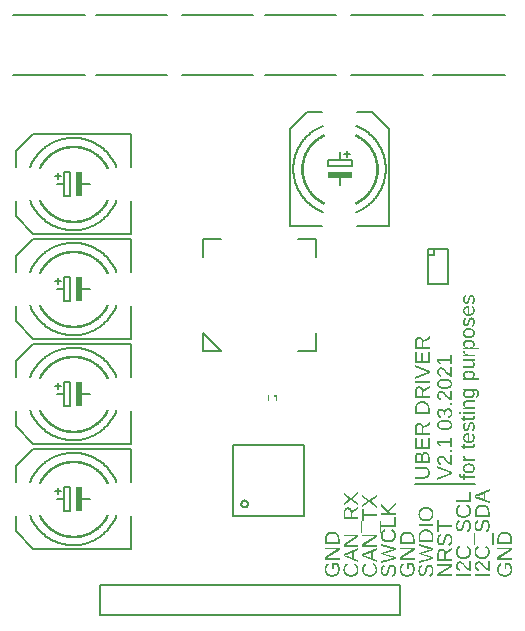
<source format=gbr>
G04 EAGLE Gerber RS-274X export*
G75*
%MOMM*%
%FSLAX34Y34*%
%LPD*%
%INSilkscreen Top*%
%IPPOS*%
%AMOC8*
5,1,8,0,0,1.08239X$1,22.5*%
G01*
G04 Define Apertures*
%ADD10C,0.152400*%
%ADD11C,0.203200*%
%ADD12C,0.101600*%
%ADD13R,0.225000X0.250000*%
%ADD14C,0.127000*%
%ADD15C,0.015238*%
%ADD16R,0.508000X2.032000*%
%ADD17R,2.032000X0.508000*%
G36*
X285750Y77443D02*
X285738Y77884D01*
X285702Y78311D01*
X285643Y78724D01*
X285560Y79125D01*
X285452Y79513D01*
X285321Y79887D01*
X285167Y80248D01*
X284988Y80597D01*
X284787Y80928D01*
X284565Y81241D01*
X284322Y81534D01*
X284059Y81807D01*
X283774Y82062D01*
X283468Y82296D01*
X283142Y82511D01*
X282794Y82707D01*
X282429Y82882D01*
X282048Y83033D01*
X281653Y83161D01*
X281243Y83266D01*
X280818Y83347D01*
X280377Y83405D01*
X279923Y83440D01*
X279453Y83452D01*
X279095Y83445D01*
X278749Y83425D01*
X278412Y83392D01*
X278086Y83345D01*
X277770Y83285D01*
X277465Y83212D01*
X277170Y83126D01*
X276885Y83026D01*
X276611Y82913D01*
X276347Y82786D01*
X276094Y82647D01*
X275850Y82494D01*
X275618Y82327D01*
X275395Y82148D01*
X275183Y81955D01*
X274981Y81748D01*
X274791Y81530D01*
X274613Y81300D01*
X274447Y81059D01*
X274294Y80807D01*
X274152Y80544D01*
X274023Y80269D01*
X273907Y79984D01*
X273802Y79687D01*
X273710Y79379D01*
X273630Y79059D01*
X273563Y78729D01*
X273508Y78387D01*
X273465Y78035D01*
X273434Y77671D01*
X273415Y77296D01*
X273409Y76909D01*
X273409Y72828D01*
X285750Y72828D01*
X285750Y77443D01*
G37*
%LPC*%
G36*
X274749Y74501D02*
X274749Y76874D01*
X274768Y77452D01*
X274825Y77995D01*
X274919Y78503D01*
X275050Y78975D01*
X275220Y79412D01*
X275427Y79815D01*
X275671Y80182D01*
X275954Y80513D01*
X276272Y80808D01*
X276624Y81063D01*
X277010Y81279D01*
X277431Y81456D01*
X277885Y81593D01*
X278373Y81692D01*
X278896Y81751D01*
X279453Y81770D01*
X279827Y81762D01*
X280189Y81736D01*
X280539Y81693D01*
X280876Y81632D01*
X281200Y81555D01*
X281512Y81460D01*
X281811Y81348D01*
X282098Y81218D01*
X282370Y81073D01*
X282625Y80913D01*
X282865Y80737D01*
X283087Y80547D01*
X283294Y80342D01*
X283484Y80122D01*
X283657Y79887D01*
X283814Y79637D01*
X283954Y79375D01*
X284075Y79102D01*
X284177Y78819D01*
X284261Y78526D01*
X284326Y78223D01*
X284373Y77909D01*
X284401Y77585D01*
X284410Y77251D01*
X284410Y74501D01*
X274749Y74501D01*
G37*
%LPD*%
G36*
X285750Y61348D02*
X277552Y61348D01*
X276089Y61304D01*
X275240Y61260D01*
X285750Y67864D01*
X285750Y69879D01*
X273409Y69879D01*
X273409Y68372D01*
X281502Y68372D01*
X282509Y68399D01*
X283990Y68477D01*
X273409Y61803D01*
X273409Y59859D01*
X285750Y59859D01*
X285750Y61348D01*
G37*
G36*
X280005Y45364D02*
X280472Y45398D01*
X280922Y45456D01*
X281357Y45537D01*
X281775Y45641D01*
X282177Y45768D01*
X282564Y45919D01*
X282934Y46092D01*
X283286Y46288D01*
X283617Y46504D01*
X283926Y46740D01*
X284214Y46998D01*
X284481Y47276D01*
X284727Y47574D01*
X284951Y47894D01*
X285154Y48234D01*
X285335Y48592D01*
X285492Y48968D01*
X285624Y49360D01*
X285733Y49769D01*
X285817Y50194D01*
X285877Y50636D01*
X285913Y51095D01*
X285925Y51571D01*
X285917Y51983D01*
X285891Y52388D01*
X285848Y52785D01*
X285788Y53175D01*
X285711Y53557D01*
X285617Y53931D01*
X285506Y54299D01*
X285378Y54658D01*
X285234Y55007D01*
X285076Y55342D01*
X284904Y55663D01*
X284718Y55971D01*
X284517Y56264D01*
X284303Y56544D01*
X284074Y56810D01*
X283832Y57062D01*
X279575Y57062D01*
X279575Y51833D01*
X280977Y51833D01*
X280977Y55521D01*
X283201Y55521D01*
X283500Y55172D01*
X283766Y54773D01*
X283999Y54324D01*
X284200Y53826D01*
X284361Y53293D01*
X284476Y52739D01*
X284545Y52165D01*
X284568Y51571D01*
X284546Y51055D01*
X284483Y50568D01*
X284377Y50110D01*
X284229Y49681D01*
X284039Y49280D01*
X283806Y48909D01*
X283532Y48566D01*
X283214Y48251D01*
X282861Y47970D01*
X282476Y47726D01*
X282061Y47520D01*
X281615Y47351D01*
X281138Y47220D01*
X280630Y47126D01*
X280092Y47070D01*
X279523Y47051D01*
X278952Y47069D01*
X278415Y47122D01*
X277911Y47210D01*
X277439Y47334D01*
X277001Y47493D01*
X276595Y47687D01*
X276223Y47916D01*
X275884Y48181D01*
X275581Y48479D01*
X275318Y48809D01*
X275096Y49170D01*
X274915Y49563D01*
X274773Y49987D01*
X274672Y50442D01*
X274612Y50930D01*
X274592Y51448D01*
X274599Y51785D01*
X274622Y52107D01*
X274659Y52416D01*
X274712Y52710D01*
X274780Y52991D01*
X274863Y53257D01*
X274960Y53509D01*
X275073Y53747D01*
X275203Y53972D01*
X275350Y54184D01*
X275515Y54384D01*
X275697Y54572D01*
X275898Y54747D01*
X276116Y54909D01*
X276352Y55059D01*
X276606Y55197D01*
X276133Y56791D01*
X275765Y56609D01*
X275423Y56408D01*
X275107Y56189D01*
X274817Y55952D01*
X274553Y55697D01*
X274315Y55423D01*
X274103Y55131D01*
X273917Y54820D01*
X273755Y54488D01*
X273615Y54133D01*
X273496Y53753D01*
X273398Y53349D01*
X273323Y52921D01*
X273269Y52468D01*
X273236Y51992D01*
X273225Y51492D01*
X273232Y51132D01*
X273251Y50783D01*
X273283Y50444D01*
X273328Y50115D01*
X273386Y49796D01*
X273457Y49488D01*
X273540Y49190D01*
X273637Y48902D01*
X273746Y48624D01*
X273869Y48356D01*
X274004Y48098D01*
X274152Y47851D01*
X274312Y47614D01*
X274486Y47387D01*
X274872Y46964D01*
X275305Y46586D01*
X275537Y46416D01*
X275780Y46259D01*
X276034Y46114D01*
X276298Y45982D01*
X276573Y45862D01*
X276858Y45755D01*
X277154Y45661D01*
X277460Y45579D01*
X277778Y45510D01*
X278105Y45453D01*
X278444Y45409D01*
X278793Y45377D01*
X279152Y45358D01*
X279523Y45352D01*
X280005Y45364D01*
G37*
G36*
X301625Y95469D02*
X296501Y95469D01*
X296501Y99314D01*
X301625Y102520D01*
X301625Y104447D01*
X298572Y102435D01*
X296309Y100943D01*
X296236Y101286D01*
X296143Y101610D01*
X296027Y101915D01*
X295890Y102201D01*
X295798Y102357D01*
X295732Y102468D01*
X295552Y102716D01*
X295350Y102945D01*
X295126Y103155D01*
X294885Y103343D01*
X294630Y103506D01*
X294362Y103643D01*
X294080Y103756D01*
X293784Y103844D01*
X293474Y103906D01*
X293151Y103944D01*
X292814Y103956D01*
X292409Y103939D01*
X292028Y103885D01*
X291669Y103797D01*
X291333Y103673D01*
X291019Y103513D01*
X290729Y103318D01*
X290462Y103088D01*
X290217Y102822D01*
X289998Y102524D01*
X289809Y102196D01*
X289649Y101838D01*
X289517Y101450D01*
X289415Y101033D01*
X289343Y100586D01*
X289299Y100110D01*
X289284Y99603D01*
X289284Y93796D01*
X301625Y93796D01*
X301625Y95469D01*
G37*
G36*
X301625Y59188D02*
X298017Y60607D01*
X298017Y66230D01*
X301625Y67640D01*
X301625Y69348D01*
X289284Y64391D01*
X289284Y62490D01*
X301625Y57454D01*
X301625Y59188D01*
G37*
G36*
X301625Y72348D02*
X293427Y72348D01*
X291964Y72304D01*
X291115Y72260D01*
X301625Y78864D01*
X301625Y80879D01*
X289284Y80879D01*
X289284Y79372D01*
X297377Y79372D01*
X298384Y79399D01*
X299865Y79477D01*
X289284Y72803D01*
X289284Y70859D01*
X301625Y70859D01*
X301625Y72348D01*
G37*
G36*
X295882Y45372D02*
X296350Y45406D01*
X296801Y45461D01*
X297236Y45539D01*
X297654Y45640D01*
X298056Y45762D01*
X298441Y45907D01*
X298809Y46075D01*
X299159Y46263D01*
X299488Y46472D01*
X299796Y46701D01*
X300084Y46951D01*
X300350Y47220D01*
X300596Y47510D01*
X300821Y47820D01*
X301025Y48150D01*
X301207Y48499D01*
X301364Y48863D01*
X301497Y49243D01*
X301606Y49638D01*
X301691Y50050D01*
X301752Y50477D01*
X301788Y50919D01*
X301800Y51378D01*
X301787Y51827D01*
X301748Y52261D01*
X301683Y52682D01*
X301592Y53089D01*
X301475Y53482D01*
X301332Y53862D01*
X301163Y54227D01*
X300968Y54579D01*
X300748Y54914D01*
X300504Y55230D01*
X300237Y55527D01*
X299946Y55804D01*
X299630Y56062D01*
X299291Y56301D01*
X298929Y56521D01*
X298542Y56721D01*
X297859Y55354D01*
X298170Y55186D01*
X298460Y55008D01*
X298731Y54820D01*
X298982Y54621D01*
X299212Y54413D01*
X299423Y54195D01*
X299613Y53966D01*
X299784Y53727D01*
X299934Y53479D01*
X300064Y53220D01*
X300174Y52951D01*
X300265Y52673D01*
X300335Y52384D01*
X300385Y52085D01*
X300415Y51776D01*
X300425Y51457D01*
X300404Y50964D01*
X300339Y50498D01*
X300231Y50057D01*
X300080Y49643D01*
X299886Y49255D01*
X299649Y48892D01*
X299369Y48557D01*
X299046Y48247D01*
X298687Y47969D01*
X298300Y47728D01*
X297886Y47524D01*
X297444Y47357D01*
X296974Y47227D01*
X296476Y47134D01*
X295951Y47079D01*
X295398Y47060D01*
X294839Y47078D01*
X294311Y47131D01*
X293814Y47220D01*
X293347Y47345D01*
X292911Y47505D01*
X292505Y47701D01*
X292130Y47932D01*
X291785Y48199D01*
X291476Y48498D01*
X291208Y48825D01*
X290982Y49181D01*
X290796Y49565D01*
X290652Y49978D01*
X290549Y50419D01*
X290487Y50889D01*
X290467Y51387D01*
X290476Y51707D01*
X290502Y52017D01*
X290547Y52316D01*
X290609Y52603D01*
X290689Y52879D01*
X290787Y53145D01*
X290903Y53399D01*
X291036Y53642D01*
X291186Y53872D01*
X291352Y54085D01*
X291534Y54282D01*
X291732Y54462D01*
X291946Y54626D01*
X292176Y54774D01*
X292421Y54906D01*
X292683Y55022D01*
X292157Y56607D01*
X291790Y56440D01*
X291446Y56252D01*
X291125Y56042D01*
X290828Y55810D01*
X290554Y55556D01*
X290303Y55280D01*
X290075Y54982D01*
X289871Y54662D01*
X289690Y54322D01*
X289534Y53961D01*
X289401Y53579D01*
X289293Y53178D01*
X289209Y52756D01*
X289148Y52314D01*
X289112Y51852D01*
X289100Y51369D01*
X289107Y51022D01*
X289126Y50683D01*
X289159Y50355D01*
X289205Y50036D01*
X289264Y49726D01*
X289336Y49426D01*
X289421Y49136D01*
X289519Y48856D01*
X289630Y48584D01*
X289754Y48323D01*
X289891Y48071D01*
X290041Y47829D01*
X290381Y47373D01*
X290773Y46955D01*
X291211Y46581D01*
X291690Y46258D01*
X292208Y45984D01*
X292482Y45865D01*
X292766Y45759D01*
X293060Y45666D01*
X293364Y45585D01*
X293678Y45517D01*
X294002Y45461D01*
X294336Y45417D01*
X294680Y45386D01*
X295034Y45367D01*
X295398Y45361D01*
X295882Y45372D01*
G37*
G36*
X301625Y107545D02*
X296230Y111328D01*
X301625Y115033D01*
X301625Y116881D01*
X295152Y112301D01*
X289284Y116522D01*
X289284Y114674D01*
X294128Y111337D01*
X289284Y107904D01*
X289284Y106056D01*
X295214Y110391D01*
X301625Y105697D01*
X301625Y107545D01*
G37*
%LPC*%
G36*
X290624Y95469D02*
X290624Y99437D01*
X290633Y99771D01*
X290660Y100084D01*
X290704Y100378D01*
X290766Y100651D01*
X290845Y100904D01*
X290942Y101137D01*
X291057Y101350D01*
X291189Y101543D01*
X291338Y101715D01*
X291504Y101863D01*
X291685Y101989D01*
X291882Y102092D01*
X292096Y102172D01*
X292325Y102229D01*
X292570Y102263D01*
X292831Y102275D01*
X293102Y102263D01*
X293357Y102230D01*
X293596Y102173D01*
X293820Y102094D01*
X294029Y101992D01*
X294222Y101868D01*
X294399Y101721D01*
X294561Y101552D01*
X294706Y101362D01*
X294831Y101153D01*
X294938Y100926D01*
X295024Y100680D01*
X295092Y100415D01*
X295140Y100131D01*
X295169Y99828D01*
X295179Y99507D01*
X295179Y95469D01*
X290624Y95469D01*
G37*
G36*
X292656Y62691D02*
X291621Y63068D01*
X290791Y63340D01*
X290545Y63418D01*
X291272Y63655D01*
X291995Y63900D01*
X292639Y64145D01*
X296711Y65731D01*
X296711Y61115D01*
X292656Y62691D01*
G37*
%LPD*%
G36*
X305190Y92534D02*
X304051Y92534D01*
X304051Y82085D01*
X305190Y82085D01*
X305190Y92534D01*
G37*
G36*
X317500Y59188D02*
X313892Y60607D01*
X313892Y66230D01*
X317500Y67640D01*
X317500Y69348D01*
X305159Y64391D01*
X305159Y62490D01*
X317500Y57454D01*
X317500Y59188D01*
G37*
G36*
X317500Y72348D02*
X309302Y72348D01*
X307839Y72304D01*
X306990Y72260D01*
X317500Y78864D01*
X317500Y80879D01*
X305159Y80879D01*
X305159Y79372D01*
X313252Y79372D01*
X314259Y79399D01*
X315740Y79477D01*
X305159Y72803D01*
X305159Y70859D01*
X317500Y70859D01*
X317500Y72348D01*
G37*
G36*
X311757Y45372D02*
X312225Y45406D01*
X312676Y45461D01*
X313111Y45539D01*
X313529Y45640D01*
X313931Y45762D01*
X314316Y45907D01*
X314684Y46075D01*
X315034Y46263D01*
X315363Y46472D01*
X315671Y46701D01*
X315959Y46951D01*
X316225Y47220D01*
X316471Y47510D01*
X316696Y47820D01*
X316900Y48150D01*
X317082Y48499D01*
X317239Y48863D01*
X317372Y49243D01*
X317481Y49638D01*
X317566Y50050D01*
X317627Y50477D01*
X317663Y50919D01*
X317675Y51378D01*
X317662Y51827D01*
X317623Y52261D01*
X317558Y52682D01*
X317467Y53089D01*
X317350Y53482D01*
X317207Y53862D01*
X317038Y54227D01*
X316843Y54579D01*
X316623Y54914D01*
X316379Y55230D01*
X316112Y55527D01*
X315821Y55804D01*
X315505Y56062D01*
X315166Y56301D01*
X314804Y56521D01*
X314417Y56721D01*
X313734Y55354D01*
X314045Y55186D01*
X314335Y55008D01*
X314606Y54820D01*
X314857Y54621D01*
X315087Y54413D01*
X315298Y54195D01*
X315488Y53966D01*
X315659Y53727D01*
X315809Y53479D01*
X315939Y53220D01*
X316049Y52951D01*
X316140Y52673D01*
X316210Y52384D01*
X316260Y52085D01*
X316290Y51776D01*
X316300Y51457D01*
X316279Y50964D01*
X316214Y50498D01*
X316106Y50057D01*
X315955Y49643D01*
X315761Y49255D01*
X315524Y48892D01*
X315244Y48557D01*
X314921Y48247D01*
X314562Y47969D01*
X314175Y47728D01*
X313761Y47524D01*
X313319Y47357D01*
X312849Y47227D01*
X312351Y47134D01*
X311826Y47079D01*
X311273Y47060D01*
X310714Y47078D01*
X310186Y47131D01*
X309689Y47220D01*
X309222Y47345D01*
X308786Y47505D01*
X308380Y47701D01*
X308005Y47932D01*
X307660Y48199D01*
X307351Y48498D01*
X307083Y48825D01*
X306857Y49181D01*
X306671Y49565D01*
X306527Y49978D01*
X306424Y50419D01*
X306362Y50889D01*
X306342Y51387D01*
X306351Y51707D01*
X306377Y52017D01*
X306422Y52316D01*
X306484Y52603D01*
X306564Y52879D01*
X306662Y53145D01*
X306778Y53399D01*
X306911Y53642D01*
X307061Y53872D01*
X307227Y54085D01*
X307409Y54282D01*
X307607Y54462D01*
X307821Y54626D01*
X308051Y54774D01*
X308296Y54906D01*
X308558Y55022D01*
X308032Y56607D01*
X307665Y56440D01*
X307321Y56252D01*
X307000Y56042D01*
X306703Y55810D01*
X306429Y55556D01*
X306178Y55280D01*
X305950Y54982D01*
X305746Y54662D01*
X305565Y54322D01*
X305409Y53961D01*
X305276Y53579D01*
X305168Y53178D01*
X305084Y52756D01*
X305023Y52314D01*
X304987Y51852D01*
X304975Y51369D01*
X304982Y51022D01*
X305001Y50683D01*
X305034Y50355D01*
X305080Y50036D01*
X305139Y49726D01*
X305211Y49426D01*
X305296Y49136D01*
X305394Y48856D01*
X305505Y48584D01*
X305629Y48323D01*
X305766Y48071D01*
X305916Y47829D01*
X306256Y47373D01*
X306648Y46955D01*
X307086Y46581D01*
X307565Y46258D01*
X308083Y45984D01*
X308357Y45865D01*
X308641Y45759D01*
X308935Y45666D01*
X309239Y45585D01*
X309553Y45517D01*
X309877Y45461D01*
X310211Y45417D01*
X310555Y45386D01*
X310909Y45367D01*
X311273Y45361D01*
X311757Y45372D01*
G37*
G36*
X317500Y105545D02*
X312105Y109328D01*
X317500Y113033D01*
X317500Y114881D01*
X311027Y110301D01*
X305159Y114522D01*
X305159Y112674D01*
X310003Y109337D01*
X305159Y105904D01*
X305159Y104056D01*
X311089Y108391D01*
X317500Y103697D01*
X317500Y105545D01*
G37*
G36*
X306526Y96967D02*
X317500Y96967D01*
X317500Y98631D01*
X306526Y98631D01*
X306526Y102870D01*
X305159Y102870D01*
X305159Y92728D01*
X306526Y92728D01*
X306526Y96967D01*
G37*
%LPC*%
G36*
X308531Y62691D02*
X307496Y63068D01*
X306666Y63340D01*
X306420Y63418D01*
X307147Y63655D01*
X307870Y63900D01*
X308514Y64145D01*
X312586Y65731D01*
X312586Y61115D01*
X308531Y62691D01*
G37*
%LPD*%
G36*
X321065Y92534D02*
X319926Y92534D01*
X319926Y82085D01*
X321065Y82085D01*
X321065Y92534D01*
G37*
G36*
X333375Y60132D02*
X333375Y62129D01*
X327135Y63844D01*
X324599Y64520D01*
X322900Y64906D01*
X324509Y65261D01*
X325536Y65519D01*
X333375Y67656D01*
X333375Y69653D01*
X321034Y73288D01*
X321034Y71545D01*
X327407Y69773D01*
X329955Y69084D01*
X331597Y68698D01*
X331904Y68619D01*
X330454Y68287D01*
X328715Y67849D01*
X321034Y65703D01*
X321034Y64100D01*
X327040Y62415D01*
X328827Y61925D01*
X329802Y61669D01*
X331904Y61183D01*
X330366Y60835D01*
X328873Y60456D01*
X321034Y58241D01*
X321034Y56498D01*
X333375Y60132D01*
G37*
G36*
X330794Y45369D02*
X331150Y45503D01*
X331480Y45667D01*
X331786Y45861D01*
X332068Y46084D01*
X332325Y46337D01*
X332558Y46619D01*
X332766Y46931D01*
X332950Y47272D01*
X333109Y47644D01*
X333244Y48045D01*
X333354Y48475D01*
X333440Y48935D01*
X333501Y49425D01*
X333538Y49944D01*
X333550Y50493D01*
X333536Y51083D01*
X333492Y51638D01*
X333418Y52160D01*
X333316Y52647D01*
X333184Y53100D01*
X333023Y53519D01*
X332833Y53904D01*
X332613Y54255D01*
X332367Y54568D01*
X332096Y54840D01*
X331802Y55069D01*
X331483Y55257D01*
X331141Y55403D01*
X330774Y55507D01*
X330383Y55570D01*
X329968Y55591D01*
X329642Y55579D01*
X329337Y55544D01*
X329055Y55485D01*
X328794Y55403D01*
X328553Y55299D01*
X328328Y55178D01*
X328119Y55039D01*
X327927Y54881D01*
X327750Y54708D01*
X327588Y54519D01*
X327439Y54316D01*
X327305Y54098D01*
X327068Y53630D01*
X326863Y53130D01*
X326688Y52601D01*
X326539Y52048D01*
X326272Y50914D01*
X326091Y50135D01*
X325925Y49497D01*
X325773Y49001D01*
X325637Y48645D01*
X325501Y48377D01*
X325350Y48143D01*
X325185Y47942D01*
X325006Y47774D01*
X324808Y47642D01*
X324585Y47547D01*
X324337Y47491D01*
X324065Y47472D01*
X323829Y47484D01*
X323609Y47520D01*
X323403Y47581D01*
X323213Y47667D01*
X323038Y47776D01*
X322877Y47910D01*
X322732Y48069D01*
X322602Y48251D01*
X322487Y48457D01*
X322387Y48685D01*
X322303Y48934D01*
X322234Y49206D01*
X322181Y49499D01*
X322142Y49815D01*
X322119Y50152D01*
X322112Y50511D01*
X322118Y50839D01*
X322139Y51149D01*
X322174Y51440D01*
X322222Y51713D01*
X322284Y51968D01*
X322360Y52204D01*
X322450Y52422D01*
X322554Y52622D01*
X322673Y52805D01*
X322809Y52972D01*
X322961Y53124D01*
X323131Y53261D01*
X323317Y53383D01*
X323520Y53489D01*
X323740Y53580D01*
X323977Y53655D01*
X323688Y55302D01*
X323315Y55180D01*
X322970Y55037D01*
X322653Y54873D01*
X322364Y54689D01*
X322104Y54483D01*
X321873Y54257D01*
X321669Y54010D01*
X321494Y53743D01*
X321343Y53449D01*
X321212Y53125D01*
X321102Y52769D01*
X321011Y52383D01*
X320941Y51966D01*
X320891Y51518D01*
X320860Y51038D01*
X320850Y50528D01*
X320864Y49980D01*
X320904Y49464D01*
X320971Y48981D01*
X321065Y48530D01*
X321186Y48113D01*
X321333Y47728D01*
X321507Y47375D01*
X321709Y47056D01*
X321935Y46771D01*
X322183Y46525D01*
X322455Y46316D01*
X322749Y46146D01*
X323066Y46013D01*
X323405Y45918D01*
X323767Y45862D01*
X324152Y45843D01*
X324488Y45857D01*
X324805Y45901D01*
X325101Y45973D01*
X325378Y46075D01*
X325637Y46204D01*
X325879Y46358D01*
X326104Y46539D01*
X326311Y46745D01*
X326506Y46984D01*
X326691Y47263D01*
X326867Y47581D01*
X327034Y47940D01*
X327196Y48363D01*
X327358Y48874D01*
X327520Y49473D01*
X327682Y50161D01*
X328041Y51693D01*
X328129Y52027D01*
X328227Y52337D01*
X328335Y52623D01*
X328453Y52884D01*
X328584Y53120D01*
X328731Y53328D01*
X328894Y53508D01*
X329075Y53660D01*
X329277Y53780D01*
X329508Y53867D01*
X329768Y53918D01*
X330056Y53936D01*
X330317Y53922D01*
X330562Y53880D01*
X330790Y53812D01*
X331003Y53715D01*
X331199Y53592D01*
X331378Y53440D01*
X331542Y53262D01*
X331689Y53055D01*
X331819Y52824D01*
X331932Y52569D01*
X332028Y52291D01*
X332106Y51990D01*
X332167Y51666D01*
X332210Y51319D01*
X332236Y50948D01*
X332245Y50555D01*
X332237Y50173D01*
X332213Y49812D01*
X332172Y49471D01*
X332115Y49151D01*
X332042Y48852D01*
X331952Y48573D01*
X331846Y48314D01*
X331724Y48076D01*
X331585Y47858D01*
X331427Y47660D01*
X331250Y47482D01*
X331055Y47323D01*
X330842Y47184D01*
X330610Y47064D01*
X330359Y46965D01*
X330091Y46885D01*
X330415Y45265D01*
X330794Y45369D01*
G37*
G36*
X333375Y99438D02*
X328645Y99438D01*
X327419Y101050D01*
X333375Y105981D01*
X333375Y108056D01*
X326394Y102101D01*
X321034Y107356D01*
X321034Y105385D01*
X327218Y99438D01*
X321034Y99438D01*
X321034Y97765D01*
X333375Y97765D01*
X333375Y99438D01*
G37*
G36*
X327632Y74278D02*
X328100Y74312D01*
X328551Y74368D01*
X328986Y74446D01*
X329404Y74546D01*
X329806Y74669D01*
X330191Y74814D01*
X330559Y74981D01*
X330909Y75170D01*
X331238Y75378D01*
X331546Y75607D01*
X331834Y75857D01*
X332100Y76126D01*
X332346Y76416D01*
X332571Y76726D01*
X332775Y77057D01*
X332957Y77405D01*
X333114Y77769D01*
X333247Y78149D01*
X333356Y78545D01*
X333441Y78956D01*
X333502Y79383D01*
X333538Y79826D01*
X333550Y80284D01*
X333537Y80733D01*
X333498Y81168D01*
X333433Y81588D01*
X333342Y81995D01*
X333225Y82389D01*
X333082Y82768D01*
X332913Y83134D01*
X332718Y83486D01*
X332498Y83821D01*
X332254Y84137D01*
X331987Y84433D01*
X331696Y84711D01*
X331380Y84969D01*
X331041Y85207D01*
X330679Y85427D01*
X330292Y85627D01*
X329609Y84261D01*
X329920Y84092D01*
X330210Y83914D01*
X330481Y83726D01*
X330732Y83528D01*
X330962Y83319D01*
X331173Y83101D01*
X331363Y82872D01*
X331534Y82634D01*
X331684Y82385D01*
X331814Y82126D01*
X331924Y81858D01*
X332015Y81579D01*
X332085Y81290D01*
X332135Y80991D01*
X332165Y80682D01*
X332175Y80363D01*
X332154Y79870D01*
X332089Y79404D01*
X331981Y78963D01*
X331830Y78549D01*
X331636Y78161D01*
X331399Y77799D01*
X331119Y77463D01*
X330796Y77153D01*
X330437Y76875D01*
X330050Y76634D01*
X329636Y76430D01*
X329194Y76263D01*
X328724Y76133D01*
X328226Y76040D01*
X327701Y75985D01*
X327148Y75966D01*
X326589Y75984D01*
X326061Y76037D01*
X325564Y76126D01*
X325097Y76251D01*
X324661Y76411D01*
X324255Y76607D01*
X323880Y76838D01*
X323535Y77105D01*
X323226Y77404D01*
X322958Y77731D01*
X322732Y78087D01*
X322546Y78471D01*
X322402Y78884D01*
X322299Y79325D01*
X322237Y79795D01*
X322217Y80293D01*
X322226Y80614D01*
X322252Y80923D01*
X322297Y81222D01*
X322359Y81509D01*
X322439Y81786D01*
X322537Y82051D01*
X322653Y82305D01*
X322786Y82548D01*
X322936Y82778D01*
X323102Y82991D01*
X323284Y83188D01*
X323482Y83368D01*
X323696Y83533D01*
X323926Y83681D01*
X324171Y83812D01*
X324433Y83928D01*
X323907Y85513D01*
X323540Y85347D01*
X323196Y85158D01*
X322875Y84948D01*
X322578Y84716D01*
X322304Y84462D01*
X322053Y84186D01*
X321825Y83888D01*
X321621Y83569D01*
X321440Y83228D01*
X321284Y82867D01*
X321151Y82486D01*
X321043Y82084D01*
X320959Y81662D01*
X320898Y81220D01*
X320862Y80758D01*
X320850Y80276D01*
X320857Y79928D01*
X320876Y79590D01*
X320909Y79261D01*
X320955Y78942D01*
X321014Y78633D01*
X321086Y78333D01*
X321171Y78042D01*
X321269Y77762D01*
X321380Y77491D01*
X321504Y77229D01*
X321641Y76977D01*
X321791Y76735D01*
X322131Y76279D01*
X322523Y75861D01*
X322961Y75488D01*
X323440Y75164D01*
X323958Y74890D01*
X324232Y74772D01*
X324516Y74666D01*
X324810Y74572D01*
X325114Y74491D01*
X325428Y74423D01*
X325752Y74367D01*
X326086Y74323D01*
X326430Y74292D01*
X326784Y74273D01*
X327148Y74267D01*
X327632Y74278D01*
G37*
G36*
X333375Y95705D02*
X332009Y95705D01*
X332009Y89469D01*
X321034Y89469D01*
X321034Y87796D01*
X333375Y87796D01*
X333375Y95705D01*
G37*
G36*
X349250Y77443D02*
X349238Y77884D01*
X349202Y78311D01*
X349143Y78724D01*
X349060Y79125D01*
X348952Y79513D01*
X348821Y79887D01*
X348667Y80248D01*
X348488Y80597D01*
X348287Y80928D01*
X348065Y81241D01*
X347822Y81534D01*
X347559Y81807D01*
X347274Y82062D01*
X346968Y82296D01*
X346642Y82511D01*
X346294Y82707D01*
X345929Y82882D01*
X345548Y83033D01*
X345153Y83161D01*
X344743Y83266D01*
X344318Y83347D01*
X343877Y83405D01*
X343423Y83440D01*
X342953Y83452D01*
X342595Y83445D01*
X342249Y83425D01*
X341912Y83392D01*
X341586Y83345D01*
X341270Y83285D01*
X340965Y83212D01*
X340670Y83126D01*
X340385Y83026D01*
X340111Y82913D01*
X339847Y82786D01*
X339594Y82647D01*
X339350Y82494D01*
X339118Y82327D01*
X338895Y82148D01*
X338683Y81955D01*
X338481Y81748D01*
X338291Y81530D01*
X338113Y81300D01*
X337947Y81059D01*
X337794Y80807D01*
X337652Y80544D01*
X337523Y80269D01*
X337407Y79984D01*
X337302Y79687D01*
X337210Y79379D01*
X337130Y79059D01*
X337063Y78729D01*
X337008Y78387D01*
X336965Y78035D01*
X336934Y77671D01*
X336915Y77296D01*
X336909Y76909D01*
X336909Y72828D01*
X349250Y72828D01*
X349250Y77443D01*
G37*
%LPC*%
G36*
X338249Y74501D02*
X338249Y76874D01*
X338268Y77452D01*
X338325Y77995D01*
X338419Y78503D01*
X338550Y78975D01*
X338720Y79412D01*
X338927Y79815D01*
X339171Y80182D01*
X339454Y80513D01*
X339772Y80808D01*
X340124Y81063D01*
X340510Y81279D01*
X340931Y81456D01*
X341385Y81593D01*
X341873Y81692D01*
X342396Y81751D01*
X342953Y81770D01*
X343327Y81762D01*
X343689Y81736D01*
X344039Y81693D01*
X344376Y81632D01*
X344700Y81555D01*
X345012Y81460D01*
X345311Y81348D01*
X345598Y81218D01*
X345870Y81073D01*
X346125Y80913D01*
X346365Y80737D01*
X346587Y80547D01*
X346794Y80342D01*
X346984Y80122D01*
X347157Y79887D01*
X347314Y79637D01*
X347454Y79375D01*
X347575Y79102D01*
X347677Y78819D01*
X347761Y78526D01*
X347826Y78223D01*
X347873Y77909D01*
X347901Y77585D01*
X347910Y77251D01*
X347910Y74501D01*
X338249Y74501D01*
G37*
%LPD*%
G36*
X349250Y61348D02*
X341052Y61348D01*
X339589Y61304D01*
X338740Y61260D01*
X349250Y67864D01*
X349250Y69879D01*
X336909Y69879D01*
X336909Y68372D01*
X345002Y68372D01*
X346009Y68399D01*
X347490Y68477D01*
X336909Y61803D01*
X336909Y59859D01*
X349250Y59859D01*
X349250Y61348D01*
G37*
G36*
X343505Y45364D02*
X343972Y45398D01*
X344422Y45456D01*
X344857Y45537D01*
X345275Y45641D01*
X345677Y45768D01*
X346064Y45919D01*
X346434Y46092D01*
X346786Y46288D01*
X347117Y46504D01*
X347426Y46740D01*
X347714Y46998D01*
X347981Y47276D01*
X348227Y47574D01*
X348451Y47894D01*
X348654Y48234D01*
X348835Y48592D01*
X348992Y48968D01*
X349124Y49360D01*
X349233Y49769D01*
X349317Y50194D01*
X349377Y50636D01*
X349413Y51095D01*
X349425Y51571D01*
X349417Y51983D01*
X349391Y52388D01*
X349348Y52785D01*
X349288Y53175D01*
X349211Y53557D01*
X349117Y53931D01*
X349006Y54299D01*
X348878Y54658D01*
X348734Y55007D01*
X348576Y55342D01*
X348404Y55663D01*
X348218Y55971D01*
X348017Y56264D01*
X347803Y56544D01*
X347574Y56810D01*
X347332Y57062D01*
X343075Y57062D01*
X343075Y51833D01*
X344477Y51833D01*
X344477Y55521D01*
X346701Y55521D01*
X347000Y55172D01*
X347266Y54773D01*
X347499Y54324D01*
X347700Y53826D01*
X347861Y53293D01*
X347976Y52739D01*
X348045Y52165D01*
X348068Y51571D01*
X348046Y51055D01*
X347983Y50568D01*
X347877Y50110D01*
X347729Y49681D01*
X347539Y49280D01*
X347306Y48909D01*
X347032Y48566D01*
X346714Y48251D01*
X346361Y47970D01*
X345976Y47726D01*
X345561Y47520D01*
X345115Y47351D01*
X344638Y47220D01*
X344130Y47126D01*
X343592Y47070D01*
X343023Y47051D01*
X342452Y47069D01*
X341915Y47122D01*
X341411Y47210D01*
X340939Y47334D01*
X340501Y47493D01*
X340095Y47687D01*
X339723Y47916D01*
X339384Y48181D01*
X339081Y48479D01*
X338818Y48809D01*
X338596Y49170D01*
X338415Y49563D01*
X338273Y49987D01*
X338172Y50442D01*
X338112Y50930D01*
X338092Y51448D01*
X338099Y51785D01*
X338122Y52107D01*
X338159Y52416D01*
X338212Y52710D01*
X338280Y52991D01*
X338363Y53257D01*
X338460Y53509D01*
X338573Y53747D01*
X338703Y53972D01*
X338850Y54184D01*
X339015Y54384D01*
X339197Y54572D01*
X339398Y54747D01*
X339616Y54909D01*
X339852Y55059D01*
X340106Y55197D01*
X339633Y56791D01*
X339265Y56609D01*
X338923Y56408D01*
X338607Y56189D01*
X338317Y55952D01*
X338053Y55697D01*
X337815Y55423D01*
X337603Y55131D01*
X337417Y54820D01*
X337255Y54488D01*
X337115Y54133D01*
X336996Y53753D01*
X336898Y53349D01*
X336823Y52921D01*
X336769Y52468D01*
X336736Y51992D01*
X336725Y51492D01*
X336732Y51132D01*
X336751Y50783D01*
X336783Y50444D01*
X336828Y50115D01*
X336886Y49796D01*
X336957Y49488D01*
X337040Y49190D01*
X337137Y48902D01*
X337246Y48624D01*
X337369Y48356D01*
X337504Y48098D01*
X337652Y47851D01*
X337812Y47614D01*
X337986Y47387D01*
X338372Y46964D01*
X338805Y46586D01*
X339037Y46416D01*
X339280Y46259D01*
X339534Y46114D01*
X339798Y45982D01*
X340073Y45862D01*
X340358Y45755D01*
X340654Y45661D01*
X340960Y45579D01*
X341278Y45510D01*
X341605Y45453D01*
X341944Y45409D01*
X342293Y45377D01*
X342652Y45358D01*
X343023Y45352D01*
X343505Y45364D01*
G37*
G36*
X359376Y92155D02*
X359840Y92189D01*
X360288Y92246D01*
X360721Y92325D01*
X361138Y92427D01*
X361541Y92552D01*
X361928Y92700D01*
X362300Y92870D01*
X362654Y93062D01*
X362987Y93275D01*
X363297Y93507D01*
X363587Y93760D01*
X363855Y94034D01*
X364101Y94328D01*
X364326Y94642D01*
X364529Y94977D01*
X364710Y95330D01*
X364867Y95699D01*
X364999Y96085D01*
X365108Y96486D01*
X365192Y96905D01*
X365252Y97339D01*
X365288Y97790D01*
X365300Y98257D01*
X365288Y98720D01*
X365251Y99167D01*
X365191Y99599D01*
X365105Y100015D01*
X364996Y100416D01*
X364862Y100801D01*
X364703Y101170D01*
X364521Y101524D01*
X364315Y101860D01*
X364089Y102175D01*
X363841Y102471D01*
X363573Y102747D01*
X363283Y103002D01*
X362972Y103237D01*
X362640Y103453D01*
X362287Y103648D01*
X361916Y103821D01*
X361530Y103971D01*
X361129Y104099D01*
X360713Y104203D01*
X360282Y104284D01*
X359835Y104342D01*
X359374Y104376D01*
X358898Y104388D01*
X358420Y104376D01*
X357958Y104342D01*
X357512Y104285D01*
X357082Y104205D01*
X356669Y104102D01*
X356272Y103976D01*
X355891Y103828D01*
X355526Y103656D01*
X355179Y103463D01*
X354854Y103250D01*
X354550Y103016D01*
X354268Y102762D01*
X354006Y102487D01*
X353766Y102192D01*
X353547Y101877D01*
X353349Y101541D01*
X353174Y101187D01*
X353022Y100818D01*
X352893Y100433D01*
X352788Y100033D01*
X352706Y99616D01*
X352647Y99185D01*
X352612Y98737D01*
X352600Y98274D01*
X352607Y97918D01*
X352626Y97572D01*
X352659Y97235D01*
X352705Y96909D01*
X352763Y96592D01*
X352835Y96285D01*
X352920Y95988D01*
X353017Y95701D01*
X353128Y95425D01*
X353252Y95157D01*
X353389Y94900D01*
X353539Y94653D01*
X353702Y94416D01*
X353878Y94189D01*
X354269Y93764D01*
X354706Y93384D01*
X355184Y93055D01*
X355438Y92909D01*
X355702Y92776D01*
X355976Y92656D01*
X356260Y92548D01*
X356555Y92453D01*
X356859Y92371D01*
X357174Y92302D01*
X357498Y92245D01*
X357833Y92200D01*
X358178Y92169D01*
X358533Y92150D01*
X358898Y92143D01*
X359376Y92155D01*
G37*
G36*
X365125Y79443D02*
X365113Y79884D01*
X365077Y80311D01*
X365018Y80724D01*
X364935Y81125D01*
X364827Y81513D01*
X364696Y81887D01*
X364542Y82248D01*
X364363Y82597D01*
X364162Y82928D01*
X363940Y83241D01*
X363697Y83534D01*
X363434Y83807D01*
X363149Y84062D01*
X362843Y84296D01*
X362517Y84511D01*
X362169Y84707D01*
X361804Y84882D01*
X361423Y85033D01*
X361028Y85161D01*
X360618Y85266D01*
X360193Y85347D01*
X359752Y85405D01*
X359298Y85440D01*
X358828Y85452D01*
X358470Y85445D01*
X358124Y85425D01*
X357787Y85392D01*
X357461Y85345D01*
X357145Y85285D01*
X356840Y85212D01*
X356545Y85126D01*
X356260Y85026D01*
X355986Y84913D01*
X355722Y84786D01*
X355469Y84647D01*
X355225Y84494D01*
X354993Y84327D01*
X354770Y84148D01*
X354558Y83955D01*
X354356Y83748D01*
X354166Y83530D01*
X353988Y83300D01*
X353822Y83059D01*
X353669Y82807D01*
X353527Y82544D01*
X353398Y82269D01*
X353282Y81984D01*
X353177Y81687D01*
X353085Y81379D01*
X353005Y81059D01*
X352938Y80729D01*
X352883Y80387D01*
X352840Y80035D01*
X352809Y79671D01*
X352790Y79296D01*
X352784Y78909D01*
X352784Y74828D01*
X365125Y74828D01*
X365125Y79443D01*
G37*
G36*
X365125Y60132D02*
X365125Y62129D01*
X358885Y63844D01*
X356349Y64520D01*
X354650Y64906D01*
X356259Y65261D01*
X357286Y65519D01*
X365125Y67656D01*
X365125Y69653D01*
X352784Y73288D01*
X352784Y71545D01*
X359157Y69773D01*
X361705Y69084D01*
X363347Y68698D01*
X363654Y68619D01*
X362204Y68287D01*
X360465Y67849D01*
X352784Y65703D01*
X352784Y64100D01*
X358790Y62415D01*
X360577Y61925D01*
X361552Y61669D01*
X363654Y61183D01*
X362116Y60835D01*
X360623Y60456D01*
X352784Y58241D01*
X352784Y56498D01*
X365125Y60132D01*
G37*
%LPC*%
G36*
X358329Y93861D02*
X357794Y93915D01*
X357290Y94005D01*
X356820Y94132D01*
X356382Y94294D01*
X355976Y94493D01*
X355603Y94728D01*
X355263Y94999D01*
X354959Y95303D01*
X354696Y95637D01*
X354473Y96001D01*
X354291Y96396D01*
X354149Y96820D01*
X354048Y97275D01*
X353987Y97759D01*
X353967Y98274D01*
X353987Y98785D01*
X354049Y99266D01*
X354151Y99717D01*
X354295Y100139D01*
X354480Y100531D01*
X354706Y100893D01*
X354973Y101225D01*
X355280Y101528D01*
X355624Y101798D01*
X355999Y102032D01*
X356405Y102230D01*
X356842Y102392D01*
X357309Y102518D01*
X357808Y102608D01*
X358337Y102662D01*
X358898Y102680D01*
X359483Y102662D01*
X360034Y102608D01*
X360551Y102519D01*
X361034Y102394D01*
X361483Y102233D01*
X361897Y102037D01*
X362278Y101805D01*
X362624Y101537D01*
X362933Y101236D01*
X363201Y100903D01*
X363428Y100540D01*
X363613Y100145D01*
X363757Y99720D01*
X363860Y99263D01*
X363922Y98776D01*
X363943Y98257D01*
X363921Y97752D01*
X363858Y97276D01*
X363751Y96827D01*
X363602Y96408D01*
X363411Y96016D01*
X363177Y95653D01*
X362900Y95318D01*
X362581Y95012D01*
X362225Y94738D01*
X361840Y94500D01*
X361424Y94299D01*
X360979Y94135D01*
X360504Y94007D01*
X359998Y93916D01*
X359463Y93861D01*
X358898Y93842D01*
X358329Y93861D01*
G37*
G36*
X354124Y76501D02*
X354124Y78874D01*
X354143Y79452D01*
X354200Y79995D01*
X354294Y80503D01*
X354425Y80975D01*
X354595Y81412D01*
X354802Y81815D01*
X355046Y82182D01*
X355329Y82513D01*
X355647Y82808D01*
X355999Y83063D01*
X356385Y83279D01*
X356806Y83456D01*
X357260Y83593D01*
X357748Y83692D01*
X358271Y83751D01*
X358828Y83770D01*
X359202Y83762D01*
X359564Y83736D01*
X359914Y83693D01*
X360251Y83632D01*
X360575Y83555D01*
X360887Y83460D01*
X361186Y83348D01*
X361473Y83218D01*
X361745Y83073D01*
X362000Y82913D01*
X362240Y82737D01*
X362462Y82547D01*
X362669Y82342D01*
X362859Y82122D01*
X363032Y81887D01*
X363189Y81637D01*
X363329Y81375D01*
X363450Y81102D01*
X363552Y80819D01*
X363636Y80526D01*
X363701Y80223D01*
X363748Y79909D01*
X363776Y79585D01*
X363785Y79251D01*
X363785Y76501D01*
X354124Y76501D01*
G37*
%LPD*%
G36*
X362544Y45369D02*
X362900Y45503D01*
X363230Y45667D01*
X363536Y45861D01*
X363818Y46084D01*
X364075Y46337D01*
X364308Y46619D01*
X364516Y46931D01*
X364700Y47272D01*
X364859Y47644D01*
X364994Y48045D01*
X365104Y48475D01*
X365190Y48935D01*
X365251Y49425D01*
X365288Y49944D01*
X365300Y50493D01*
X365286Y51083D01*
X365242Y51638D01*
X365168Y52160D01*
X365066Y52647D01*
X364934Y53100D01*
X364773Y53519D01*
X364583Y53904D01*
X364363Y54255D01*
X364117Y54568D01*
X363846Y54840D01*
X363552Y55069D01*
X363233Y55257D01*
X362891Y55403D01*
X362524Y55507D01*
X362133Y55570D01*
X361718Y55591D01*
X361392Y55579D01*
X361087Y55544D01*
X360805Y55485D01*
X360544Y55403D01*
X360303Y55299D01*
X360078Y55178D01*
X359869Y55039D01*
X359677Y54881D01*
X359500Y54708D01*
X359338Y54519D01*
X359189Y54316D01*
X359055Y54098D01*
X358818Y53630D01*
X358613Y53130D01*
X358438Y52601D01*
X358289Y52048D01*
X358022Y50914D01*
X357841Y50135D01*
X357675Y49497D01*
X357523Y49001D01*
X357387Y48645D01*
X357251Y48377D01*
X357100Y48143D01*
X356935Y47942D01*
X356756Y47774D01*
X356558Y47642D01*
X356335Y47547D01*
X356087Y47491D01*
X355815Y47472D01*
X355579Y47484D01*
X355359Y47520D01*
X355153Y47581D01*
X354963Y47667D01*
X354788Y47776D01*
X354627Y47910D01*
X354482Y48069D01*
X354352Y48251D01*
X354237Y48457D01*
X354137Y48685D01*
X354053Y48934D01*
X353984Y49206D01*
X353931Y49499D01*
X353892Y49815D01*
X353869Y50152D01*
X353862Y50511D01*
X353868Y50839D01*
X353889Y51149D01*
X353924Y51440D01*
X353972Y51713D01*
X354034Y51968D01*
X354110Y52204D01*
X354200Y52422D01*
X354304Y52622D01*
X354423Y52805D01*
X354559Y52972D01*
X354711Y53124D01*
X354881Y53261D01*
X355067Y53383D01*
X355270Y53489D01*
X355490Y53580D01*
X355727Y53655D01*
X355438Y55302D01*
X355065Y55180D01*
X354720Y55037D01*
X354403Y54873D01*
X354114Y54689D01*
X353854Y54483D01*
X353623Y54257D01*
X353419Y54010D01*
X353244Y53743D01*
X353093Y53449D01*
X352962Y53125D01*
X352852Y52769D01*
X352761Y52383D01*
X352691Y51966D01*
X352641Y51518D01*
X352610Y51038D01*
X352600Y50528D01*
X352614Y49980D01*
X352654Y49464D01*
X352721Y48981D01*
X352815Y48530D01*
X352936Y48113D01*
X353083Y47728D01*
X353257Y47375D01*
X353459Y47056D01*
X353685Y46771D01*
X353933Y46525D01*
X354205Y46316D01*
X354499Y46146D01*
X354816Y46013D01*
X355155Y45918D01*
X355517Y45862D01*
X355902Y45843D01*
X356238Y45857D01*
X356555Y45901D01*
X356851Y45973D01*
X357128Y46075D01*
X357387Y46204D01*
X357629Y46358D01*
X357854Y46539D01*
X358061Y46745D01*
X358256Y46984D01*
X358441Y47263D01*
X358617Y47581D01*
X358784Y47940D01*
X358946Y48363D01*
X359108Y48874D01*
X359270Y49473D01*
X359432Y50161D01*
X359791Y51693D01*
X359879Y52027D01*
X359977Y52337D01*
X360085Y52623D01*
X360203Y52884D01*
X360334Y53120D01*
X360481Y53328D01*
X360644Y53508D01*
X360825Y53660D01*
X361027Y53780D01*
X361258Y53867D01*
X361518Y53918D01*
X361806Y53936D01*
X362067Y53922D01*
X362312Y53880D01*
X362540Y53812D01*
X362753Y53715D01*
X362949Y53592D01*
X363128Y53440D01*
X363292Y53262D01*
X363439Y53055D01*
X363569Y52824D01*
X363682Y52569D01*
X363778Y52291D01*
X363856Y51990D01*
X363917Y51666D01*
X363960Y51319D01*
X363986Y50948D01*
X363995Y50555D01*
X363987Y50173D01*
X363963Y49812D01*
X363922Y49471D01*
X363865Y49151D01*
X363792Y48852D01*
X363702Y48573D01*
X363596Y48314D01*
X363474Y48076D01*
X363335Y47858D01*
X363177Y47660D01*
X363000Y47482D01*
X362805Y47323D01*
X362592Y47184D01*
X362360Y47064D01*
X362109Y46965D01*
X361841Y46885D01*
X362165Y45265D01*
X362544Y45369D01*
G37*
G36*
X365125Y89653D02*
X352784Y89653D01*
X352784Y87980D01*
X365125Y87980D01*
X365125Y89653D01*
G37*
G36*
X381000Y60563D02*
X375876Y60563D01*
X375876Y64408D01*
X381000Y67614D01*
X381000Y69541D01*
X377947Y67529D01*
X375684Y66037D01*
X375611Y66380D01*
X375518Y66704D01*
X375402Y67009D01*
X375265Y67295D01*
X375173Y67451D01*
X375107Y67562D01*
X374927Y67810D01*
X374725Y68039D01*
X374501Y68249D01*
X374260Y68437D01*
X374005Y68599D01*
X373737Y68737D01*
X373455Y68850D01*
X373159Y68937D01*
X372849Y69000D01*
X372526Y69038D01*
X372189Y69050D01*
X371784Y69032D01*
X371403Y68979D01*
X371044Y68891D01*
X370708Y68767D01*
X370394Y68607D01*
X370104Y68412D01*
X369837Y68182D01*
X369592Y67916D01*
X369373Y67617D01*
X369184Y67289D01*
X369024Y66932D01*
X368892Y66544D01*
X368790Y66127D01*
X368718Y65680D01*
X368674Y65203D01*
X368659Y64697D01*
X368659Y58890D01*
X381000Y58890D01*
X381000Y60563D01*
G37*
G36*
X381000Y47410D02*
X372802Y47410D01*
X371339Y47367D01*
X370490Y47323D01*
X381000Y53927D01*
X381000Y55941D01*
X368659Y55941D01*
X368659Y54435D01*
X376752Y54435D01*
X377759Y54461D01*
X379240Y54540D01*
X368659Y47866D01*
X368659Y45921D01*
X381000Y45921D01*
X381000Y47410D01*
G37*
G36*
X378419Y71307D02*
X378775Y71441D01*
X379105Y71605D01*
X379411Y71798D01*
X379693Y72021D01*
X379950Y72274D01*
X380183Y72556D01*
X380391Y72868D01*
X380575Y73210D01*
X380734Y73581D01*
X380869Y73982D01*
X380979Y74413D01*
X381065Y74873D01*
X381126Y75362D01*
X381163Y75882D01*
X381175Y76431D01*
X381161Y77020D01*
X381117Y77576D01*
X381043Y78097D01*
X380941Y78584D01*
X380809Y79038D01*
X380648Y79457D01*
X380458Y79842D01*
X380238Y80193D01*
X379992Y80506D01*
X379721Y80777D01*
X379427Y81007D01*
X379108Y81194D01*
X378766Y81341D01*
X378399Y81445D01*
X378008Y81507D01*
X377593Y81528D01*
X377267Y81517D01*
X376962Y81481D01*
X376680Y81422D01*
X376419Y81340D01*
X376178Y81237D01*
X375953Y81116D01*
X375744Y80976D01*
X375552Y80819D01*
X375375Y80645D01*
X375213Y80457D01*
X375064Y80253D01*
X374930Y80035D01*
X374693Y79568D01*
X374488Y79067D01*
X374313Y78538D01*
X374164Y77986D01*
X373897Y76851D01*
X373716Y76072D01*
X373550Y75435D01*
X373398Y74938D01*
X373262Y74583D01*
X373126Y74315D01*
X372975Y74080D01*
X372810Y73879D01*
X372631Y73711D01*
X372433Y73579D01*
X372210Y73485D01*
X371962Y73428D01*
X371690Y73409D01*
X371454Y73421D01*
X371234Y73458D01*
X371028Y73519D01*
X370838Y73604D01*
X370663Y73714D01*
X370502Y73848D01*
X370357Y74006D01*
X370227Y74189D01*
X370112Y74395D01*
X370012Y74622D01*
X369928Y74872D01*
X369859Y75143D01*
X369806Y75437D01*
X369767Y75752D01*
X369744Y76089D01*
X369737Y76448D01*
X369743Y76776D01*
X369764Y77086D01*
X369799Y77378D01*
X369847Y77651D01*
X369909Y77905D01*
X369985Y78142D01*
X370075Y78360D01*
X370179Y78559D01*
X370298Y78742D01*
X370434Y78910D01*
X370586Y79062D01*
X370756Y79199D01*
X370942Y79320D01*
X371145Y79426D01*
X371365Y79517D01*
X371602Y79593D01*
X371313Y81239D01*
X370940Y81117D01*
X370595Y80974D01*
X370278Y80811D01*
X369989Y80626D01*
X369729Y80421D01*
X369498Y80195D01*
X369294Y79948D01*
X369119Y79680D01*
X368968Y79387D01*
X368837Y79062D01*
X368727Y78707D01*
X368636Y78321D01*
X368566Y77903D01*
X368516Y77455D01*
X368485Y76976D01*
X368475Y76466D01*
X368489Y75917D01*
X368529Y75401D01*
X368596Y74918D01*
X368690Y74468D01*
X368811Y74050D01*
X368958Y73665D01*
X369132Y73313D01*
X369334Y72993D01*
X369560Y72709D01*
X369808Y72462D01*
X370080Y72254D01*
X370374Y72083D01*
X370691Y71951D01*
X371030Y71856D01*
X371392Y71799D01*
X371777Y71780D01*
X372113Y71795D01*
X372430Y71838D01*
X372726Y71911D01*
X373003Y72012D01*
X373262Y72141D01*
X373504Y72296D01*
X373729Y72476D01*
X373936Y72682D01*
X374131Y72921D01*
X374316Y73200D01*
X374492Y73519D01*
X374659Y73878D01*
X374821Y74301D01*
X374983Y74812D01*
X375145Y75411D01*
X375307Y76098D01*
X375666Y77631D01*
X375754Y77965D01*
X375852Y78275D01*
X375960Y78560D01*
X376078Y78822D01*
X376209Y79058D01*
X376356Y79265D01*
X376519Y79445D01*
X376700Y79597D01*
X376902Y79718D01*
X377133Y79804D01*
X377393Y79856D01*
X377681Y79873D01*
X377942Y79859D01*
X378187Y79818D01*
X378415Y79749D01*
X378628Y79653D01*
X378824Y79529D01*
X379003Y79378D01*
X379167Y79199D01*
X379314Y78993D01*
X379444Y78761D01*
X379557Y78506D01*
X379653Y78229D01*
X379731Y77928D01*
X379792Y77603D01*
X379835Y77256D01*
X379861Y76886D01*
X379870Y76492D01*
X379862Y76111D01*
X379838Y75749D01*
X379797Y75409D01*
X379740Y75089D01*
X379667Y74789D01*
X379577Y74510D01*
X379471Y74252D01*
X379349Y74014D01*
X379210Y73796D01*
X379052Y73598D01*
X378875Y73419D01*
X378680Y73260D01*
X378467Y73121D01*
X378235Y73002D01*
X377984Y72902D01*
X377716Y72822D01*
X378040Y71202D01*
X378419Y71307D01*
G37*
G36*
X370026Y86998D02*
X381000Y86998D01*
X381000Y88662D01*
X370026Y88662D01*
X370026Y92902D01*
X368659Y92902D01*
X368659Y82759D01*
X370026Y82759D01*
X370026Y86998D01*
G37*
%LPC*%
G36*
X369999Y60563D02*
X369999Y64531D01*
X370008Y64864D01*
X370035Y65178D01*
X370079Y65471D01*
X370141Y65745D01*
X370220Y65998D01*
X370317Y66231D01*
X370432Y66444D01*
X370564Y66637D01*
X370713Y66809D01*
X370879Y66957D01*
X371060Y67083D01*
X371257Y67186D01*
X371471Y67266D01*
X371700Y67323D01*
X371945Y67357D01*
X372206Y67368D01*
X372477Y67357D01*
X372732Y67323D01*
X372971Y67267D01*
X373195Y67188D01*
X373404Y67086D01*
X373597Y66962D01*
X373774Y66815D01*
X373936Y66646D01*
X374081Y66456D01*
X374206Y66247D01*
X374313Y66020D01*
X374399Y65773D01*
X374467Y65508D01*
X374515Y65225D01*
X374544Y64922D01*
X374554Y64601D01*
X374554Y60563D01*
X369999Y60563D01*
G37*
%LPD*%
G36*
X394294Y83244D02*
X394650Y83378D01*
X394980Y83542D01*
X395286Y83736D01*
X395568Y83959D01*
X395825Y84212D01*
X396058Y84494D01*
X396266Y84806D01*
X396450Y85147D01*
X396609Y85519D01*
X396744Y85920D01*
X396854Y86350D01*
X396940Y86810D01*
X397001Y87300D01*
X397038Y87819D01*
X397050Y88368D01*
X397036Y88958D01*
X396992Y89513D01*
X396918Y90035D01*
X396816Y90522D01*
X396684Y90975D01*
X396523Y91394D01*
X396333Y91779D01*
X396113Y92130D01*
X395867Y92443D01*
X395596Y92715D01*
X395302Y92944D01*
X394983Y93132D01*
X394641Y93278D01*
X394274Y93382D01*
X393883Y93445D01*
X393468Y93466D01*
X393142Y93454D01*
X392837Y93419D01*
X392555Y93360D01*
X392294Y93278D01*
X392053Y93174D01*
X391828Y93053D01*
X391619Y92914D01*
X391427Y92756D01*
X391250Y92583D01*
X391088Y92394D01*
X390939Y92191D01*
X390805Y91973D01*
X390568Y91505D01*
X390363Y91005D01*
X390188Y90476D01*
X390039Y89923D01*
X389772Y88789D01*
X389591Y88010D01*
X389425Y87372D01*
X389273Y86876D01*
X389137Y86520D01*
X389001Y86252D01*
X388850Y86018D01*
X388685Y85817D01*
X388506Y85649D01*
X388308Y85517D01*
X388085Y85422D01*
X387837Y85366D01*
X387565Y85347D01*
X387329Y85359D01*
X387109Y85395D01*
X386903Y85456D01*
X386713Y85542D01*
X386538Y85651D01*
X386377Y85785D01*
X386232Y85944D01*
X386102Y86126D01*
X385987Y86332D01*
X385887Y86560D01*
X385803Y86809D01*
X385734Y87081D01*
X385681Y87374D01*
X385642Y87690D01*
X385619Y88027D01*
X385612Y88386D01*
X385618Y88714D01*
X385639Y89024D01*
X385674Y89315D01*
X385722Y89588D01*
X385784Y89843D01*
X385860Y90079D01*
X385950Y90297D01*
X386054Y90497D01*
X386173Y90680D01*
X386309Y90847D01*
X386461Y90999D01*
X386631Y91136D01*
X386817Y91258D01*
X387020Y91364D01*
X387240Y91455D01*
X387477Y91530D01*
X387188Y93177D01*
X386815Y93055D01*
X386470Y92912D01*
X386153Y92748D01*
X385864Y92564D01*
X385604Y92358D01*
X385373Y92132D01*
X385169Y91885D01*
X384994Y91618D01*
X384843Y91324D01*
X384712Y91000D01*
X384602Y90644D01*
X384511Y90258D01*
X384441Y89841D01*
X384391Y89393D01*
X384360Y88913D01*
X384350Y88403D01*
X384364Y87855D01*
X384404Y87339D01*
X384471Y86856D01*
X384565Y86405D01*
X384686Y85988D01*
X384833Y85603D01*
X385007Y85250D01*
X385209Y84931D01*
X385435Y84646D01*
X385683Y84400D01*
X385955Y84191D01*
X386249Y84021D01*
X386566Y83888D01*
X386905Y83793D01*
X387267Y83737D01*
X387652Y83718D01*
X387988Y83732D01*
X388305Y83776D01*
X388601Y83848D01*
X388878Y83950D01*
X389137Y84079D01*
X389379Y84233D01*
X389604Y84414D01*
X389811Y84620D01*
X390006Y84859D01*
X390191Y85138D01*
X390367Y85456D01*
X390534Y85815D01*
X390696Y86238D01*
X390858Y86749D01*
X391020Y87348D01*
X391182Y88036D01*
X391541Y89568D01*
X391629Y89902D01*
X391727Y90212D01*
X391835Y90498D01*
X391953Y90759D01*
X392084Y90995D01*
X392231Y91203D01*
X392394Y91383D01*
X392575Y91535D01*
X392777Y91655D01*
X393008Y91742D01*
X393268Y91793D01*
X393556Y91811D01*
X393817Y91797D01*
X394062Y91755D01*
X394290Y91687D01*
X394503Y91590D01*
X394699Y91467D01*
X394878Y91315D01*
X395042Y91137D01*
X395189Y90930D01*
X395319Y90699D01*
X395432Y90444D01*
X395528Y90166D01*
X395606Y89865D01*
X395667Y89541D01*
X395710Y89194D01*
X395736Y88823D01*
X395745Y88430D01*
X395737Y88048D01*
X395713Y87687D01*
X395672Y87346D01*
X395615Y87026D01*
X395542Y86727D01*
X395452Y86448D01*
X395346Y86189D01*
X395224Y85951D01*
X395085Y85733D01*
X394927Y85535D01*
X394750Y85357D01*
X394555Y85198D01*
X394342Y85059D01*
X394110Y84939D01*
X393859Y84840D01*
X393591Y84760D01*
X393915Y83140D01*
X394294Y83244D01*
G37*
G36*
X391132Y60310D02*
X391600Y60343D01*
X392051Y60399D01*
X392486Y60477D01*
X392904Y60577D01*
X393306Y60700D01*
X393691Y60845D01*
X394059Y61012D01*
X394409Y61201D01*
X394738Y61410D01*
X395046Y61639D01*
X395334Y61888D01*
X395600Y62158D01*
X395846Y62448D01*
X396071Y62758D01*
X396275Y63088D01*
X396457Y63436D01*
X396614Y63800D01*
X396747Y64180D01*
X396856Y64576D01*
X396941Y64987D01*
X397002Y65414D01*
X397038Y65857D01*
X397050Y66316D01*
X397037Y66764D01*
X396998Y67199D01*
X396933Y67620D01*
X396842Y68027D01*
X396725Y68420D01*
X396582Y68799D01*
X396413Y69165D01*
X396218Y69517D01*
X395998Y69852D01*
X395754Y70168D01*
X395487Y70465D01*
X395196Y70742D01*
X394880Y71000D01*
X394541Y71239D01*
X394179Y71458D01*
X393792Y71658D01*
X393109Y70292D01*
X393420Y70124D01*
X393710Y69946D01*
X393981Y69757D01*
X394232Y69559D01*
X394462Y69351D01*
X394673Y69132D01*
X394863Y68904D01*
X395034Y68665D01*
X395184Y68416D01*
X395314Y68158D01*
X395424Y67889D01*
X395515Y67610D01*
X395585Y67321D01*
X395635Y67022D01*
X395665Y66713D01*
X395675Y66394D01*
X395654Y65902D01*
X395589Y65435D01*
X395481Y64995D01*
X395330Y64580D01*
X395136Y64192D01*
X394899Y63830D01*
X394619Y63494D01*
X394296Y63184D01*
X393937Y62906D01*
X393550Y62665D01*
X393136Y62461D01*
X392694Y62294D01*
X392224Y62164D01*
X391726Y62072D01*
X391201Y62016D01*
X390648Y61998D01*
X390089Y62015D01*
X389561Y62069D01*
X389064Y62158D01*
X388597Y62282D01*
X388161Y62442D01*
X387755Y62638D01*
X387380Y62869D01*
X387035Y63136D01*
X386726Y63435D01*
X386458Y63762D01*
X386232Y64118D01*
X386046Y64502D01*
X385902Y64915D01*
X385799Y65356D01*
X385737Y65826D01*
X385717Y66324D01*
X385726Y66645D01*
X385752Y66955D01*
X385797Y67253D01*
X385859Y67541D01*
X385939Y67817D01*
X386037Y68082D01*
X386153Y68336D01*
X386286Y68580D01*
X386436Y68809D01*
X386602Y69022D01*
X386784Y69219D01*
X386982Y69400D01*
X387196Y69564D01*
X387426Y69712D01*
X387671Y69844D01*
X387933Y69959D01*
X387407Y71544D01*
X387040Y71378D01*
X386696Y71190D01*
X386375Y70979D01*
X386078Y70747D01*
X385804Y70493D01*
X385553Y70217D01*
X385325Y69920D01*
X385121Y69600D01*
X384940Y69259D01*
X384784Y68898D01*
X384651Y68517D01*
X384543Y68115D01*
X384459Y67694D01*
X384398Y67252D01*
X384362Y66789D01*
X384350Y66307D01*
X384357Y65959D01*
X384376Y65621D01*
X384409Y65292D01*
X384455Y64973D01*
X384514Y64664D01*
X384586Y64364D01*
X384671Y64074D01*
X384769Y63793D01*
X384880Y63522D01*
X385004Y63260D01*
X385141Y63008D01*
X385291Y62766D01*
X385631Y62310D01*
X386023Y61892D01*
X386461Y61519D01*
X386940Y61195D01*
X387458Y60921D01*
X387732Y60803D01*
X388016Y60697D01*
X388310Y60604D01*
X388614Y60523D01*
X388928Y60454D01*
X389252Y60398D01*
X389586Y60354D01*
X389930Y60323D01*
X390284Y60305D01*
X390648Y60298D01*
X391132Y60310D01*
G37*
G36*
X391132Y95216D02*
X391600Y95249D01*
X392051Y95305D01*
X392486Y95383D01*
X392904Y95483D01*
X393306Y95606D01*
X393691Y95751D01*
X394059Y95918D01*
X394409Y96107D01*
X394738Y96316D01*
X395046Y96545D01*
X395334Y96794D01*
X395600Y97064D01*
X395846Y97354D01*
X396071Y97664D01*
X396275Y97994D01*
X396457Y98343D01*
X396614Y98707D01*
X396747Y99087D01*
X396856Y99482D01*
X396941Y99893D01*
X397002Y100320D01*
X397038Y100763D01*
X397050Y101222D01*
X397037Y101670D01*
X396998Y102105D01*
X396933Y102526D01*
X396842Y102933D01*
X396725Y103326D01*
X396582Y103706D01*
X396413Y104071D01*
X396218Y104423D01*
X395998Y104758D01*
X395754Y105074D01*
X395487Y105371D01*
X395196Y105648D01*
X394880Y105906D01*
X394541Y106145D01*
X394179Y106364D01*
X393792Y106564D01*
X393109Y105198D01*
X393420Y105030D01*
X393710Y104852D01*
X393981Y104663D01*
X394232Y104465D01*
X394462Y104257D01*
X394673Y104038D01*
X394863Y103810D01*
X395034Y103571D01*
X395184Y103323D01*
X395314Y103064D01*
X395424Y102795D01*
X395515Y102516D01*
X395585Y102228D01*
X395635Y101929D01*
X395665Y101620D01*
X395675Y101301D01*
X395654Y100808D01*
X395589Y100341D01*
X395481Y99901D01*
X395330Y99486D01*
X395136Y99098D01*
X394899Y98736D01*
X394619Y98400D01*
X394296Y98091D01*
X393937Y97812D01*
X393550Y97571D01*
X393136Y97367D01*
X392694Y97200D01*
X392224Y97071D01*
X391726Y96978D01*
X391201Y96922D01*
X390648Y96904D01*
X390089Y96922D01*
X389561Y96975D01*
X389064Y97064D01*
X388597Y97188D01*
X388161Y97349D01*
X387755Y97544D01*
X387380Y97776D01*
X387035Y98042D01*
X386726Y98341D01*
X386458Y98669D01*
X386232Y99024D01*
X386046Y99409D01*
X385902Y99821D01*
X385799Y100263D01*
X385737Y100732D01*
X385717Y101231D01*
X385726Y101551D01*
X385752Y101861D01*
X385797Y102159D01*
X385859Y102447D01*
X385939Y102723D01*
X386037Y102989D01*
X386153Y103243D01*
X386286Y103486D01*
X386436Y103715D01*
X386602Y103928D01*
X386784Y104125D01*
X386982Y104306D01*
X387196Y104470D01*
X387426Y104618D01*
X387671Y104750D01*
X387933Y104865D01*
X387407Y106451D01*
X387040Y106284D01*
X386696Y106096D01*
X386375Y105886D01*
X386078Y105654D01*
X385804Y105400D01*
X385553Y105124D01*
X385325Y104826D01*
X385121Y104506D01*
X384940Y104165D01*
X384784Y103804D01*
X384651Y103423D01*
X384543Y103022D01*
X384459Y102600D01*
X384398Y102158D01*
X384362Y101696D01*
X384350Y101213D01*
X384357Y100865D01*
X384376Y100527D01*
X384409Y100199D01*
X384455Y99880D01*
X384514Y99570D01*
X384586Y99270D01*
X384671Y98980D01*
X384769Y98699D01*
X384880Y98428D01*
X385004Y98167D01*
X385141Y97915D01*
X385291Y97672D01*
X385631Y97216D01*
X386023Y96799D01*
X386461Y96425D01*
X386940Y96101D01*
X387458Y95827D01*
X387732Y95709D01*
X388016Y95603D01*
X388310Y95510D01*
X388614Y95429D01*
X388928Y95360D01*
X389252Y95304D01*
X389586Y95261D01*
X389930Y95230D01*
X390284Y95211D01*
X390648Y95205D01*
X391132Y95216D01*
G37*
G36*
X396875Y58493D02*
X395535Y58493D01*
X395535Y52055D01*
X395225Y52207D01*
X394910Y52401D01*
X394588Y52636D01*
X394261Y52913D01*
X393920Y53237D01*
X393559Y53612D01*
X393178Y54038D01*
X392776Y54516D01*
X392080Y55358D01*
X391482Y56051D01*
X390981Y56597D01*
X390578Y56995D01*
X390223Y57299D01*
X389868Y57563D01*
X389513Y57787D01*
X389159Y57971D01*
X388803Y58115D01*
X388447Y58218D01*
X388090Y58279D01*
X387731Y58300D01*
X387338Y58284D01*
X386967Y58237D01*
X386620Y58159D01*
X386296Y58049D01*
X385995Y57908D01*
X385717Y57736D01*
X385462Y57532D01*
X385231Y57297D01*
X385024Y57033D01*
X384845Y56742D01*
X384694Y56424D01*
X384570Y56079D01*
X384474Y55706D01*
X384405Y55308D01*
X384364Y54882D01*
X384350Y54429D01*
X384364Y54013D01*
X384405Y53618D01*
X384473Y53241D01*
X384569Y52884D01*
X384692Y52546D01*
X384843Y52227D01*
X385021Y51928D01*
X385226Y51648D01*
X385455Y51392D01*
X385702Y51164D01*
X385968Y50964D01*
X386253Y50793D01*
X386557Y50650D01*
X386880Y50535D01*
X387222Y50449D01*
X387582Y50391D01*
X387731Y52003D01*
X387491Y52039D01*
X387264Y52093D01*
X387051Y52164D01*
X386852Y52251D01*
X386667Y52355D01*
X386495Y52476D01*
X386338Y52614D01*
X386194Y52769D01*
X386066Y52938D01*
X385954Y53117D01*
X385860Y53308D01*
X385783Y53510D01*
X385724Y53723D01*
X385681Y53947D01*
X385655Y54182D01*
X385647Y54429D01*
X385655Y54686D01*
X385682Y54930D01*
X385725Y55158D01*
X385787Y55372D01*
X385866Y55572D01*
X385962Y55757D01*
X386076Y55928D01*
X386207Y56084D01*
X386354Y56224D01*
X386516Y56345D01*
X386692Y56447D01*
X386882Y56531D01*
X387086Y56596D01*
X387304Y56642D01*
X387537Y56670D01*
X387784Y56680D01*
X388150Y56658D01*
X388497Y56593D01*
X388825Y56485D01*
X389132Y56334D01*
X389427Y56147D01*
X389715Y55934D01*
X389996Y55694D01*
X390271Y55427D01*
X390814Y54833D01*
X391357Y54170D01*
X391923Y53471D01*
X392535Y52765D01*
X392862Y52414D01*
X393207Y52071D01*
X393571Y51737D01*
X393954Y51411D01*
X394361Y51102D01*
X394798Y50817D01*
X395265Y50557D01*
X395763Y50321D01*
X396875Y50321D01*
X396875Y58493D01*
G37*
G36*
X396875Y116643D02*
X395509Y116643D01*
X395509Y110407D01*
X384534Y110407D01*
X384534Y108734D01*
X396875Y108734D01*
X396875Y116643D01*
G37*
G36*
X396875Y47778D02*
X384534Y47778D01*
X384534Y46105D01*
X396875Y46105D01*
X396875Y47778D01*
G37*
G36*
X400440Y82534D02*
X399301Y82534D01*
X399301Y72085D01*
X400440Y72085D01*
X400440Y82534D01*
G37*
G36*
X412750Y100381D02*
X412738Y100821D01*
X412702Y101248D01*
X412643Y101662D01*
X412560Y102063D01*
X412452Y102450D01*
X412321Y102825D01*
X412167Y103186D01*
X411988Y103534D01*
X411787Y103866D01*
X411565Y104178D01*
X411322Y104471D01*
X411059Y104745D01*
X410774Y104999D01*
X410468Y105234D01*
X410142Y105449D01*
X409794Y105645D01*
X409429Y105819D01*
X409048Y105971D01*
X408653Y106098D01*
X408243Y106203D01*
X407818Y106285D01*
X407377Y106343D01*
X406923Y106378D01*
X406453Y106389D01*
X406095Y106383D01*
X405749Y106363D01*
X405412Y106329D01*
X405086Y106283D01*
X404770Y106223D01*
X404465Y106150D01*
X404170Y106063D01*
X403885Y105963D01*
X403611Y105850D01*
X403347Y105724D01*
X403094Y105584D01*
X402850Y105431D01*
X402618Y105265D01*
X402395Y105085D01*
X402183Y104892D01*
X401981Y104686D01*
X401791Y104467D01*
X401613Y104238D01*
X401447Y103997D01*
X401294Y103744D01*
X401152Y103481D01*
X401023Y103207D01*
X400907Y102921D01*
X400802Y102624D01*
X400710Y102316D01*
X400630Y101997D01*
X400563Y101667D01*
X400508Y101325D01*
X400465Y100972D01*
X400434Y100608D01*
X400415Y100233D01*
X400409Y99847D01*
X400409Y95765D01*
X412750Y95765D01*
X412750Y100381D01*
G37*
%LPC*%
G36*
X401749Y97438D02*
X401749Y99812D01*
X401768Y100390D01*
X401825Y100932D01*
X401919Y101440D01*
X402050Y101913D01*
X402220Y102350D01*
X402427Y102752D01*
X402671Y103119D01*
X402954Y103451D01*
X403272Y103745D01*
X403624Y104001D01*
X404010Y104217D01*
X404431Y104393D01*
X404885Y104531D01*
X405373Y104629D01*
X405896Y104688D01*
X406453Y104708D01*
X406827Y104699D01*
X407189Y104673D01*
X407539Y104630D01*
X407876Y104570D01*
X408200Y104492D01*
X408512Y104397D01*
X408811Y104285D01*
X409098Y104156D01*
X409370Y104010D01*
X409625Y103850D01*
X409865Y103675D01*
X410087Y103485D01*
X410294Y103280D01*
X410484Y103060D01*
X410657Y102825D01*
X410814Y102575D01*
X410954Y102313D01*
X411075Y102040D01*
X411177Y101757D01*
X411261Y101464D01*
X411326Y101160D01*
X411373Y100847D01*
X411401Y100523D01*
X411410Y100188D01*
X411410Y97438D01*
X401749Y97438D01*
G37*
%LPD*%
G36*
X412750Y109032D02*
X409142Y110451D01*
X409142Y116074D01*
X412750Y117484D01*
X412750Y119192D01*
X400409Y114234D01*
X400409Y112334D01*
X412750Y107298D01*
X412750Y109032D01*
G37*
G36*
X410169Y83244D02*
X410525Y83378D01*
X410855Y83542D01*
X411161Y83736D01*
X411443Y83959D01*
X411700Y84212D01*
X411933Y84494D01*
X412141Y84806D01*
X412325Y85147D01*
X412484Y85519D01*
X412619Y85920D01*
X412729Y86350D01*
X412815Y86810D01*
X412876Y87300D01*
X412913Y87819D01*
X412925Y88368D01*
X412911Y88958D01*
X412867Y89513D01*
X412793Y90035D01*
X412691Y90522D01*
X412559Y90975D01*
X412398Y91394D01*
X412208Y91779D01*
X411988Y92130D01*
X411742Y92443D01*
X411471Y92715D01*
X411177Y92944D01*
X410858Y93132D01*
X410516Y93278D01*
X410149Y93382D01*
X409758Y93445D01*
X409343Y93466D01*
X409017Y93454D01*
X408712Y93419D01*
X408430Y93360D01*
X408169Y93278D01*
X407928Y93174D01*
X407703Y93053D01*
X407494Y92914D01*
X407302Y92756D01*
X407125Y92583D01*
X406963Y92394D01*
X406814Y92191D01*
X406680Y91973D01*
X406443Y91505D01*
X406238Y91005D01*
X406063Y90476D01*
X405914Y89923D01*
X405647Y88789D01*
X405466Y88010D01*
X405300Y87372D01*
X405148Y86876D01*
X405012Y86520D01*
X404876Y86252D01*
X404725Y86018D01*
X404560Y85817D01*
X404381Y85649D01*
X404183Y85517D01*
X403960Y85422D01*
X403712Y85366D01*
X403440Y85347D01*
X403204Y85359D01*
X402984Y85395D01*
X402778Y85456D01*
X402588Y85542D01*
X402413Y85651D01*
X402252Y85785D01*
X402107Y85944D01*
X401977Y86126D01*
X401862Y86332D01*
X401762Y86560D01*
X401678Y86809D01*
X401609Y87081D01*
X401556Y87374D01*
X401517Y87690D01*
X401494Y88027D01*
X401487Y88386D01*
X401493Y88714D01*
X401514Y89024D01*
X401549Y89315D01*
X401597Y89588D01*
X401659Y89843D01*
X401735Y90079D01*
X401825Y90297D01*
X401929Y90497D01*
X402048Y90680D01*
X402184Y90847D01*
X402336Y90999D01*
X402506Y91136D01*
X402692Y91258D01*
X402895Y91364D01*
X403115Y91455D01*
X403352Y91530D01*
X403063Y93177D01*
X402690Y93055D01*
X402345Y92912D01*
X402028Y92748D01*
X401739Y92564D01*
X401479Y92358D01*
X401248Y92132D01*
X401044Y91885D01*
X400869Y91618D01*
X400718Y91324D01*
X400587Y91000D01*
X400477Y90644D01*
X400386Y90258D01*
X400316Y89841D01*
X400266Y89393D01*
X400235Y88913D01*
X400225Y88403D01*
X400239Y87855D01*
X400279Y87339D01*
X400346Y86856D01*
X400440Y86405D01*
X400561Y85988D01*
X400708Y85603D01*
X400882Y85250D01*
X401084Y84931D01*
X401310Y84646D01*
X401558Y84400D01*
X401830Y84191D01*
X402124Y84021D01*
X402441Y83888D01*
X402780Y83793D01*
X403142Y83737D01*
X403527Y83718D01*
X403863Y83732D01*
X404180Y83776D01*
X404476Y83848D01*
X404753Y83950D01*
X405012Y84079D01*
X405254Y84233D01*
X405479Y84414D01*
X405686Y84620D01*
X405881Y84859D01*
X406066Y85138D01*
X406242Y85456D01*
X406409Y85815D01*
X406571Y86238D01*
X406733Y86749D01*
X406895Y87348D01*
X407057Y88036D01*
X407416Y89568D01*
X407504Y89902D01*
X407602Y90212D01*
X407710Y90498D01*
X407828Y90759D01*
X407959Y90995D01*
X408106Y91203D01*
X408269Y91383D01*
X408450Y91535D01*
X408652Y91655D01*
X408883Y91742D01*
X409143Y91793D01*
X409431Y91811D01*
X409692Y91797D01*
X409937Y91755D01*
X410165Y91687D01*
X410378Y91590D01*
X410574Y91467D01*
X410753Y91315D01*
X410917Y91137D01*
X411064Y90930D01*
X411194Y90699D01*
X411307Y90444D01*
X411403Y90166D01*
X411481Y89865D01*
X411542Y89541D01*
X411585Y89194D01*
X411611Y88823D01*
X411620Y88430D01*
X411612Y88048D01*
X411588Y87687D01*
X411547Y87346D01*
X411490Y87026D01*
X411417Y86727D01*
X411327Y86448D01*
X411221Y86189D01*
X411099Y85951D01*
X410960Y85733D01*
X410802Y85535D01*
X410625Y85357D01*
X410430Y85198D01*
X410217Y85059D01*
X409985Y84939D01*
X409734Y84840D01*
X409466Y84760D01*
X409790Y83140D01*
X410169Y83244D01*
G37*
G36*
X407007Y60310D02*
X407475Y60343D01*
X407926Y60399D01*
X408361Y60477D01*
X408779Y60577D01*
X409181Y60700D01*
X409566Y60845D01*
X409934Y61012D01*
X410284Y61201D01*
X410613Y61410D01*
X410921Y61639D01*
X411209Y61888D01*
X411475Y62158D01*
X411721Y62448D01*
X411946Y62758D01*
X412150Y63088D01*
X412332Y63436D01*
X412489Y63800D01*
X412622Y64180D01*
X412731Y64576D01*
X412816Y64987D01*
X412877Y65414D01*
X412913Y65857D01*
X412925Y66316D01*
X412912Y66764D01*
X412873Y67199D01*
X412808Y67620D01*
X412717Y68027D01*
X412600Y68420D01*
X412457Y68799D01*
X412288Y69165D01*
X412093Y69517D01*
X411873Y69852D01*
X411629Y70168D01*
X411362Y70465D01*
X411071Y70742D01*
X410755Y71000D01*
X410416Y71239D01*
X410054Y71458D01*
X409667Y71658D01*
X408984Y70292D01*
X409295Y70124D01*
X409585Y69946D01*
X409856Y69757D01*
X410107Y69559D01*
X410337Y69351D01*
X410548Y69132D01*
X410738Y68904D01*
X410909Y68665D01*
X411059Y68416D01*
X411189Y68158D01*
X411299Y67889D01*
X411390Y67610D01*
X411460Y67321D01*
X411510Y67022D01*
X411540Y66713D01*
X411550Y66394D01*
X411529Y65902D01*
X411464Y65435D01*
X411356Y64995D01*
X411205Y64580D01*
X411011Y64192D01*
X410774Y63830D01*
X410494Y63494D01*
X410171Y63184D01*
X409812Y62906D01*
X409425Y62665D01*
X409011Y62461D01*
X408569Y62294D01*
X408099Y62164D01*
X407601Y62072D01*
X407076Y62016D01*
X406523Y61998D01*
X405964Y62015D01*
X405436Y62069D01*
X404939Y62158D01*
X404472Y62282D01*
X404036Y62442D01*
X403630Y62638D01*
X403255Y62869D01*
X402910Y63136D01*
X402601Y63435D01*
X402333Y63762D01*
X402107Y64118D01*
X401921Y64502D01*
X401777Y64915D01*
X401674Y65356D01*
X401612Y65826D01*
X401592Y66324D01*
X401601Y66645D01*
X401627Y66955D01*
X401672Y67253D01*
X401734Y67541D01*
X401814Y67817D01*
X401912Y68082D01*
X402028Y68336D01*
X402161Y68580D01*
X402311Y68809D01*
X402477Y69022D01*
X402659Y69219D01*
X402857Y69400D01*
X403071Y69564D01*
X403301Y69712D01*
X403546Y69844D01*
X403808Y69959D01*
X403282Y71544D01*
X402915Y71378D01*
X402571Y71190D01*
X402250Y70979D01*
X401953Y70747D01*
X401679Y70493D01*
X401428Y70217D01*
X401200Y69920D01*
X400996Y69600D01*
X400815Y69259D01*
X400659Y68898D01*
X400526Y68517D01*
X400418Y68115D01*
X400334Y67694D01*
X400273Y67252D01*
X400237Y66789D01*
X400225Y66307D01*
X400232Y65959D01*
X400251Y65621D01*
X400284Y65292D01*
X400330Y64973D01*
X400389Y64664D01*
X400461Y64364D01*
X400546Y64074D01*
X400644Y63793D01*
X400755Y63522D01*
X400879Y63260D01*
X401016Y63008D01*
X401166Y62766D01*
X401506Y62310D01*
X401898Y61892D01*
X402336Y61519D01*
X402815Y61195D01*
X403333Y60921D01*
X403607Y60803D01*
X403891Y60697D01*
X404185Y60604D01*
X404489Y60523D01*
X404803Y60454D01*
X405127Y60398D01*
X405461Y60354D01*
X405805Y60323D01*
X406159Y60305D01*
X406523Y60298D01*
X407007Y60310D01*
G37*
G36*
X412750Y58493D02*
X411410Y58493D01*
X411410Y52055D01*
X411100Y52207D01*
X410785Y52401D01*
X410463Y52636D01*
X410136Y52913D01*
X409795Y53237D01*
X409434Y53612D01*
X409053Y54038D01*
X408651Y54516D01*
X407955Y55358D01*
X407357Y56051D01*
X406856Y56597D01*
X406453Y56995D01*
X406098Y57299D01*
X405743Y57563D01*
X405388Y57787D01*
X405034Y57971D01*
X404678Y58115D01*
X404322Y58218D01*
X403965Y58279D01*
X403606Y58300D01*
X403213Y58284D01*
X402842Y58237D01*
X402495Y58159D01*
X402171Y58049D01*
X401870Y57908D01*
X401592Y57736D01*
X401337Y57532D01*
X401106Y57297D01*
X400899Y57033D01*
X400720Y56742D01*
X400569Y56424D01*
X400445Y56079D01*
X400349Y55706D01*
X400280Y55308D01*
X400239Y54882D01*
X400225Y54429D01*
X400239Y54013D01*
X400280Y53618D01*
X400348Y53241D01*
X400444Y52884D01*
X400567Y52546D01*
X400718Y52227D01*
X400896Y51928D01*
X401101Y51648D01*
X401330Y51392D01*
X401577Y51164D01*
X401843Y50964D01*
X402128Y50793D01*
X402432Y50650D01*
X402755Y50535D01*
X403097Y50449D01*
X403457Y50391D01*
X403606Y52003D01*
X403366Y52039D01*
X403139Y52093D01*
X402926Y52164D01*
X402727Y52251D01*
X402542Y52355D01*
X402370Y52476D01*
X402213Y52614D01*
X402069Y52769D01*
X401941Y52938D01*
X401829Y53117D01*
X401735Y53308D01*
X401658Y53510D01*
X401599Y53723D01*
X401556Y53947D01*
X401530Y54182D01*
X401522Y54429D01*
X401530Y54686D01*
X401557Y54930D01*
X401600Y55158D01*
X401662Y55372D01*
X401741Y55572D01*
X401837Y55757D01*
X401951Y55928D01*
X402082Y56084D01*
X402229Y56224D01*
X402391Y56345D01*
X402567Y56447D01*
X402757Y56531D01*
X402961Y56596D01*
X403179Y56642D01*
X403412Y56670D01*
X403659Y56680D01*
X404025Y56658D01*
X404372Y56593D01*
X404700Y56485D01*
X405007Y56334D01*
X405302Y56147D01*
X405590Y55934D01*
X405871Y55694D01*
X406146Y55427D01*
X406689Y54833D01*
X407232Y54170D01*
X407798Y53471D01*
X408410Y52765D01*
X408737Y52414D01*
X409082Y52071D01*
X409446Y51737D01*
X409829Y51411D01*
X410236Y51102D01*
X410673Y50817D01*
X411140Y50557D01*
X411638Y50321D01*
X412750Y50321D01*
X412750Y58493D01*
G37*
G36*
X412750Y47778D02*
X400409Y47778D01*
X400409Y46105D01*
X412750Y46105D01*
X412750Y47778D01*
G37*
%LPC*%
G36*
X403781Y112535D02*
X402746Y112912D01*
X401916Y113183D01*
X401670Y113262D01*
X402397Y113499D01*
X403120Y113744D01*
X403764Y113989D01*
X407836Y115574D01*
X407836Y110959D01*
X403781Y112535D01*
G37*
%LPD*%
G36*
X416315Y82534D02*
X415176Y82534D01*
X415176Y72085D01*
X416315Y72085D01*
X416315Y82534D01*
G37*
G36*
X431800Y77443D02*
X431788Y77884D01*
X431752Y78311D01*
X431693Y78724D01*
X431610Y79125D01*
X431502Y79513D01*
X431371Y79887D01*
X431217Y80248D01*
X431038Y80597D01*
X430837Y80928D01*
X430615Y81241D01*
X430372Y81534D01*
X430109Y81807D01*
X429824Y82062D01*
X429518Y82296D01*
X429192Y82511D01*
X428844Y82707D01*
X428479Y82882D01*
X428098Y83033D01*
X427703Y83161D01*
X427293Y83266D01*
X426868Y83347D01*
X426427Y83405D01*
X425973Y83440D01*
X425503Y83452D01*
X425145Y83445D01*
X424799Y83425D01*
X424462Y83392D01*
X424136Y83345D01*
X423820Y83285D01*
X423515Y83212D01*
X423220Y83126D01*
X422935Y83026D01*
X422661Y82913D01*
X422397Y82786D01*
X422144Y82647D01*
X421900Y82494D01*
X421668Y82327D01*
X421445Y82148D01*
X421233Y81955D01*
X421031Y81748D01*
X420841Y81530D01*
X420663Y81300D01*
X420497Y81059D01*
X420344Y80807D01*
X420202Y80544D01*
X420073Y80269D01*
X419957Y79984D01*
X419852Y79687D01*
X419760Y79379D01*
X419680Y79059D01*
X419613Y78729D01*
X419558Y78387D01*
X419515Y78035D01*
X419484Y77671D01*
X419465Y77296D01*
X419459Y76909D01*
X419459Y72828D01*
X431800Y72828D01*
X431800Y77443D01*
G37*
%LPC*%
G36*
X420799Y74501D02*
X420799Y76874D01*
X420818Y77452D01*
X420875Y77995D01*
X420969Y78503D01*
X421100Y78975D01*
X421270Y79412D01*
X421477Y79815D01*
X421721Y80182D01*
X422004Y80513D01*
X422322Y80808D01*
X422674Y81063D01*
X423060Y81279D01*
X423481Y81456D01*
X423935Y81593D01*
X424423Y81692D01*
X424946Y81751D01*
X425503Y81770D01*
X425877Y81762D01*
X426239Y81736D01*
X426589Y81693D01*
X426926Y81632D01*
X427250Y81555D01*
X427562Y81460D01*
X427861Y81348D01*
X428148Y81218D01*
X428420Y81073D01*
X428675Y80913D01*
X428915Y80737D01*
X429137Y80547D01*
X429344Y80342D01*
X429534Y80122D01*
X429707Y79887D01*
X429864Y79637D01*
X430004Y79375D01*
X430125Y79102D01*
X430227Y78819D01*
X430311Y78526D01*
X430376Y78223D01*
X430423Y77909D01*
X430451Y77585D01*
X430460Y77251D01*
X430460Y74501D01*
X420799Y74501D01*
G37*
%LPD*%
G36*
X431800Y61348D02*
X423602Y61348D01*
X422139Y61304D01*
X421290Y61260D01*
X431800Y67864D01*
X431800Y69879D01*
X419459Y69879D01*
X419459Y68372D01*
X427552Y68372D01*
X428559Y68399D01*
X430040Y68477D01*
X419459Y61803D01*
X419459Y59859D01*
X431800Y59859D01*
X431800Y61348D01*
G37*
G36*
X426055Y45364D02*
X426522Y45398D01*
X426972Y45456D01*
X427407Y45537D01*
X427825Y45641D01*
X428227Y45768D01*
X428614Y45919D01*
X428984Y46092D01*
X429336Y46288D01*
X429667Y46504D01*
X429976Y46740D01*
X430264Y46998D01*
X430531Y47276D01*
X430777Y47574D01*
X431001Y47894D01*
X431204Y48234D01*
X431385Y48592D01*
X431542Y48968D01*
X431674Y49360D01*
X431783Y49769D01*
X431867Y50194D01*
X431927Y50636D01*
X431963Y51095D01*
X431975Y51571D01*
X431967Y51983D01*
X431941Y52388D01*
X431898Y52785D01*
X431838Y53175D01*
X431761Y53557D01*
X431667Y53931D01*
X431556Y54299D01*
X431428Y54658D01*
X431284Y55007D01*
X431126Y55342D01*
X430954Y55663D01*
X430768Y55971D01*
X430567Y56264D01*
X430353Y56544D01*
X430124Y56810D01*
X429882Y57062D01*
X425625Y57062D01*
X425625Y51833D01*
X427027Y51833D01*
X427027Y55521D01*
X429251Y55521D01*
X429550Y55172D01*
X429816Y54773D01*
X430049Y54324D01*
X430250Y53826D01*
X430411Y53293D01*
X430526Y52739D01*
X430595Y52165D01*
X430618Y51571D01*
X430596Y51055D01*
X430533Y50568D01*
X430427Y50110D01*
X430279Y49681D01*
X430089Y49280D01*
X429856Y48909D01*
X429582Y48566D01*
X429264Y48251D01*
X428911Y47970D01*
X428526Y47726D01*
X428111Y47520D01*
X427665Y47351D01*
X427188Y47220D01*
X426680Y47126D01*
X426142Y47070D01*
X425573Y47051D01*
X425002Y47069D01*
X424465Y47122D01*
X423961Y47210D01*
X423489Y47334D01*
X423051Y47493D01*
X422645Y47687D01*
X422273Y47916D01*
X421934Y48181D01*
X421631Y48479D01*
X421368Y48809D01*
X421146Y49170D01*
X420965Y49563D01*
X420823Y49987D01*
X420722Y50442D01*
X420662Y50930D01*
X420642Y51448D01*
X420649Y51785D01*
X420672Y52107D01*
X420709Y52416D01*
X420762Y52710D01*
X420830Y52991D01*
X420913Y53257D01*
X421010Y53509D01*
X421123Y53747D01*
X421253Y53972D01*
X421400Y54184D01*
X421565Y54384D01*
X421747Y54572D01*
X421948Y54747D01*
X422166Y54909D01*
X422402Y55059D01*
X422656Y55197D01*
X422183Y56791D01*
X421815Y56609D01*
X421473Y56408D01*
X421157Y56189D01*
X420867Y55952D01*
X420603Y55697D01*
X420365Y55423D01*
X420153Y55131D01*
X419967Y54820D01*
X419805Y54488D01*
X419665Y54133D01*
X419546Y53753D01*
X419448Y53349D01*
X419373Y52921D01*
X419319Y52468D01*
X419286Y51992D01*
X419275Y51492D01*
X419282Y51132D01*
X419301Y50783D01*
X419333Y50444D01*
X419378Y50115D01*
X419436Y49796D01*
X419507Y49488D01*
X419590Y49190D01*
X419687Y48902D01*
X419796Y48624D01*
X419919Y48356D01*
X420054Y48098D01*
X420202Y47851D01*
X420362Y47614D01*
X420536Y47387D01*
X420922Y46964D01*
X421355Y46586D01*
X421587Y46416D01*
X421830Y46259D01*
X422084Y46114D01*
X422348Y45982D01*
X422623Y45862D01*
X422908Y45755D01*
X423204Y45661D01*
X423510Y45579D01*
X423828Y45510D01*
X424155Y45453D01*
X424494Y45409D01*
X424843Y45377D01*
X425202Y45358D01*
X425573Y45352D01*
X426055Y45364D01*
G37*
G36*
X361950Y187931D02*
X361938Y188371D01*
X361902Y188798D01*
X361843Y189212D01*
X361760Y189613D01*
X361652Y190000D01*
X361521Y190375D01*
X361367Y190736D01*
X361188Y191084D01*
X360987Y191416D01*
X360765Y191728D01*
X360522Y192021D01*
X360259Y192295D01*
X359974Y192549D01*
X359668Y192784D01*
X359342Y192999D01*
X358994Y193195D01*
X358629Y193369D01*
X358248Y193521D01*
X357853Y193648D01*
X357443Y193753D01*
X357018Y193835D01*
X356577Y193893D01*
X356123Y193928D01*
X355653Y193939D01*
X355295Y193933D01*
X354949Y193913D01*
X354612Y193879D01*
X354286Y193833D01*
X353970Y193773D01*
X353665Y193700D01*
X353370Y193613D01*
X353085Y193513D01*
X352811Y193400D01*
X352547Y193274D01*
X352294Y193134D01*
X352050Y192981D01*
X351818Y192815D01*
X351595Y192635D01*
X351383Y192442D01*
X351181Y192236D01*
X350991Y192017D01*
X350813Y191788D01*
X350647Y191547D01*
X350494Y191294D01*
X350352Y191031D01*
X350223Y190757D01*
X350107Y190471D01*
X350002Y190174D01*
X349910Y189866D01*
X349830Y189547D01*
X349763Y189217D01*
X349708Y188875D01*
X349665Y188522D01*
X349634Y188158D01*
X349615Y187783D01*
X349609Y187397D01*
X349609Y183315D01*
X361950Y183315D01*
X361950Y187931D01*
G37*
G36*
X361950Y146450D02*
X361936Y146970D01*
X361893Y147460D01*
X361821Y147921D01*
X361721Y148353D01*
X361593Y148755D01*
X361435Y149129D01*
X361249Y149472D01*
X361035Y149787D01*
X360795Y150068D01*
X360531Y150312D01*
X360245Y150518D01*
X359937Y150687D01*
X359605Y150818D01*
X359250Y150912D01*
X358873Y150968D01*
X358473Y150987D01*
X358171Y150975D01*
X357882Y150937D01*
X357606Y150875D01*
X357344Y150788D01*
X357095Y150676D01*
X356859Y150539D01*
X356637Y150377D01*
X356428Y150190D01*
X356324Y150077D01*
X356235Y149980D01*
X356062Y149749D01*
X355909Y149497D01*
X355776Y149224D01*
X355663Y148930D01*
X355570Y148615D01*
X355496Y148279D01*
X355442Y147922D01*
X355371Y148194D01*
X355285Y148450D01*
X355183Y148691D01*
X355066Y148916D01*
X354933Y149124D01*
X354786Y149317D01*
X354714Y149395D01*
X354622Y149494D01*
X354444Y149656D01*
X354252Y149799D01*
X354050Y149924D01*
X353836Y150029D01*
X353612Y150116D01*
X353377Y150183D01*
X353130Y150230D01*
X352873Y150259D01*
X352605Y150269D01*
X352242Y150252D01*
X351903Y150201D01*
X351587Y150116D01*
X351294Y149997D01*
X351025Y149845D01*
X350779Y149658D01*
X350557Y149437D01*
X350358Y149183D01*
X350183Y148894D01*
X350030Y148572D01*
X349902Y148215D01*
X349796Y147825D01*
X349715Y147401D01*
X349656Y146943D01*
X349621Y146451D01*
X349609Y145925D01*
X349609Y141440D01*
X361950Y141440D01*
X361950Y146450D01*
G37*
G36*
X375579Y169561D02*
X376287Y169611D01*
X376948Y169695D01*
X377562Y169812D01*
X378130Y169962D01*
X378652Y170145D01*
X379127Y170363D01*
X379555Y170613D01*
X379935Y170897D01*
X380264Y171213D01*
X380542Y171563D01*
X380770Y171946D01*
X380947Y172363D01*
X381074Y172812D01*
X381118Y173049D01*
X381150Y173294D01*
X381169Y173548D01*
X381175Y173810D01*
X381169Y174072D01*
X381150Y174326D01*
X381118Y174571D01*
X381073Y174809D01*
X380946Y175260D01*
X380768Y175679D01*
X380539Y176065D01*
X380259Y176419D01*
X379928Y176740D01*
X379546Y177029D01*
X379116Y177284D01*
X378640Y177506D01*
X378119Y177693D01*
X377551Y177846D01*
X376938Y177966D01*
X376280Y178051D01*
X375575Y178102D01*
X374825Y178119D01*
X374063Y178103D01*
X373349Y178054D01*
X372684Y177973D01*
X372066Y177860D01*
X371497Y177714D01*
X370976Y177535D01*
X370503Y177324D01*
X370078Y177081D01*
X369702Y176804D01*
X369377Y176491D01*
X369101Y176142D01*
X368876Y175758D01*
X368701Y175337D01*
X368632Y175114D01*
X368575Y174881D01*
X368532Y174640D01*
X368500Y174390D01*
X368482Y174131D01*
X368475Y173862D01*
X368482Y173587D01*
X368500Y173321D01*
X368531Y173064D01*
X368574Y172817D01*
X368630Y172579D01*
X368698Y172350D01*
X368872Y171921D01*
X369095Y171530D01*
X369367Y171177D01*
X369689Y170861D01*
X370061Y170582D01*
X370482Y170339D01*
X370953Y170128D01*
X371474Y169950D01*
X372044Y169804D01*
X372665Y169690D01*
X373335Y169609D01*
X374055Y169561D01*
X374825Y169544D01*
X375579Y169561D01*
G37*
G36*
X375579Y204436D02*
X376287Y204486D01*
X376948Y204570D01*
X377562Y204687D01*
X378130Y204837D01*
X378652Y205020D01*
X379127Y205238D01*
X379555Y205488D01*
X379935Y205772D01*
X380264Y206088D01*
X380542Y206438D01*
X380770Y206821D01*
X380947Y207238D01*
X381074Y207687D01*
X381118Y207924D01*
X381150Y208169D01*
X381169Y208423D01*
X381175Y208685D01*
X381169Y208947D01*
X381150Y209201D01*
X381118Y209446D01*
X381073Y209684D01*
X380946Y210135D01*
X380768Y210554D01*
X380539Y210940D01*
X380259Y211294D01*
X379928Y211615D01*
X379546Y211904D01*
X379116Y212159D01*
X378640Y212381D01*
X378119Y212568D01*
X377551Y212721D01*
X376938Y212841D01*
X376280Y212926D01*
X375575Y212977D01*
X374825Y212994D01*
X374063Y212978D01*
X373349Y212929D01*
X372684Y212848D01*
X372066Y212735D01*
X371497Y212589D01*
X370976Y212410D01*
X370503Y212199D01*
X370078Y211956D01*
X369702Y211679D01*
X369377Y211366D01*
X369101Y211017D01*
X368876Y210633D01*
X368701Y210212D01*
X368632Y209989D01*
X368575Y209756D01*
X368532Y209515D01*
X368500Y209265D01*
X368482Y209006D01*
X368475Y208737D01*
X368482Y208462D01*
X368500Y208196D01*
X368531Y207939D01*
X368574Y207692D01*
X368630Y207454D01*
X368698Y207225D01*
X368872Y206796D01*
X369095Y206405D01*
X369367Y206052D01*
X369689Y205736D01*
X370061Y205457D01*
X370482Y205214D01*
X370953Y205003D01*
X371474Y204825D01*
X372044Y204679D01*
X372665Y204565D01*
X373335Y204484D01*
X374055Y204436D01*
X374825Y204419D01*
X375579Y204436D01*
G37*
G36*
X361950Y167051D02*
X356826Y167051D01*
X356826Y170896D01*
X361950Y174101D01*
X361950Y176028D01*
X358897Y174016D01*
X356634Y172525D01*
X356561Y172868D01*
X356468Y173192D01*
X356352Y173497D01*
X356215Y173783D01*
X356123Y173939D01*
X356057Y174050D01*
X355877Y174297D01*
X355675Y174526D01*
X355451Y174736D01*
X355210Y174924D01*
X354955Y175087D01*
X354687Y175225D01*
X354405Y175337D01*
X354109Y175425D01*
X353799Y175488D01*
X353476Y175525D01*
X353139Y175538D01*
X352734Y175520D01*
X352353Y175467D01*
X351994Y175378D01*
X351658Y175254D01*
X351344Y175095D01*
X351054Y174900D01*
X350787Y174669D01*
X350542Y174403D01*
X350323Y174105D01*
X350134Y173777D01*
X349974Y173419D01*
X349842Y173032D01*
X349740Y172614D01*
X349668Y172167D01*
X349624Y171691D01*
X349609Y171185D01*
X349609Y165378D01*
X361950Y165378D01*
X361950Y167051D01*
G37*
G36*
X361950Y197957D02*
X356826Y197957D01*
X356826Y201802D01*
X361950Y205007D01*
X361950Y206934D01*
X358897Y204922D01*
X356634Y203431D01*
X356561Y203774D01*
X356468Y204098D01*
X356352Y204403D01*
X356215Y204689D01*
X356123Y204845D01*
X356057Y204956D01*
X355877Y205204D01*
X355675Y205433D01*
X355451Y205642D01*
X355210Y205830D01*
X354955Y205993D01*
X354687Y206131D01*
X354405Y206243D01*
X354109Y206331D01*
X353799Y206394D01*
X353476Y206431D01*
X353139Y206444D01*
X352734Y206426D01*
X352353Y206373D01*
X351994Y206284D01*
X351658Y206160D01*
X351344Y206001D01*
X351054Y205806D01*
X350787Y205575D01*
X350542Y205310D01*
X350323Y205011D01*
X350134Y204683D01*
X349974Y204325D01*
X349842Y203938D01*
X349740Y203521D01*
X349668Y203074D01*
X349624Y202597D01*
X349609Y202091D01*
X349609Y196284D01*
X361950Y196284D01*
X361950Y197957D01*
G37*
G36*
X361950Y239832D02*
X356826Y239832D01*
X356826Y243677D01*
X361950Y246882D01*
X361950Y248809D01*
X358897Y246797D01*
X356634Y245306D01*
X356561Y245649D01*
X356468Y245973D01*
X356352Y246278D01*
X356215Y246564D01*
X356123Y246720D01*
X356057Y246831D01*
X355877Y247079D01*
X355675Y247308D01*
X355451Y247517D01*
X355210Y247705D01*
X354955Y247868D01*
X354687Y248006D01*
X354405Y248118D01*
X354109Y248206D01*
X353799Y248269D01*
X353476Y248306D01*
X353139Y248319D01*
X352734Y248301D01*
X352353Y248248D01*
X351994Y248159D01*
X351658Y248035D01*
X351344Y247876D01*
X351054Y247681D01*
X350787Y247450D01*
X350542Y247185D01*
X350323Y246886D01*
X350134Y246558D01*
X349974Y246200D01*
X349842Y245813D01*
X349740Y245396D01*
X349668Y244949D01*
X349624Y244472D01*
X349609Y243966D01*
X349609Y238159D01*
X361950Y238159D01*
X361950Y239832D01*
G37*
G36*
X395928Y196485D02*
X396486Y196523D01*
X397002Y196587D01*
X397477Y196677D01*
X397911Y196792D01*
X398303Y196933D01*
X398654Y197099D01*
X398964Y197291D01*
X399235Y197510D01*
X399470Y197758D01*
X399668Y198035D01*
X399831Y198341D01*
X399958Y198676D01*
X400048Y199039D01*
X400102Y199431D01*
X400120Y199853D01*
X400113Y200109D01*
X400091Y200357D01*
X400055Y200598D01*
X400005Y200829D01*
X399940Y201053D01*
X399861Y201268D01*
X399768Y201476D01*
X399660Y201675D01*
X399652Y201687D01*
X399538Y201864D01*
X399402Y202044D01*
X399252Y202212D01*
X399088Y202371D01*
X398909Y202519D01*
X398717Y202657D01*
X398510Y202784D01*
X398290Y202901D01*
X398290Y202918D01*
X399814Y202918D01*
X400148Y202909D01*
X400460Y202881D01*
X400751Y202835D01*
X401021Y202771D01*
X401268Y202688D01*
X401495Y202587D01*
X401700Y202467D01*
X401883Y202329D01*
X402044Y202173D01*
X402184Y201998D01*
X402303Y201805D01*
X402400Y201593D01*
X402475Y201363D01*
X402529Y201114D01*
X402560Y200862D01*
X402562Y200848D01*
X402572Y200562D01*
X402550Y200145D01*
X402484Y199771D01*
X402373Y199438D01*
X402218Y199148D01*
X402021Y198902D01*
X401787Y198704D01*
X401516Y198554D01*
X401206Y198451D01*
X401434Y196866D01*
X401706Y196942D01*
X401962Y197039D01*
X402203Y197156D01*
X402427Y197293D01*
X402635Y197451D01*
X402827Y197630D01*
X403003Y197829D01*
X403164Y198049D01*
X403306Y198288D01*
X403430Y198548D01*
X403535Y198827D01*
X403620Y199126D01*
X403687Y199444D01*
X403734Y199783D01*
X403763Y200141D01*
X403772Y200518D01*
X403757Y200999D01*
X403710Y201448D01*
X403632Y201867D01*
X403523Y202254D01*
X403382Y202611D01*
X403211Y202936D01*
X403008Y203231D01*
X402774Y203494D01*
X402509Y203727D01*
X402212Y203928D01*
X401885Y204099D01*
X401526Y204238D01*
X401136Y204347D01*
X400715Y204424D01*
X400262Y204471D01*
X399779Y204486D01*
X392535Y204486D01*
X391300Y204499D01*
X390873Y204516D01*
X390573Y204539D01*
X390573Y203041D01*
X390781Y203006D01*
X391283Y202971D01*
X392194Y202936D01*
X392194Y202918D01*
X391793Y202696D01*
X391441Y202431D01*
X391138Y202124D01*
X390884Y201775D01*
X390776Y201586D01*
X390683Y201389D01*
X390604Y201183D01*
X390539Y200968D01*
X390489Y200746D01*
X390453Y200515D01*
X390432Y200276D01*
X390424Y200028D01*
X390443Y199593D01*
X390499Y199187D01*
X390593Y198810D01*
X390723Y198461D01*
X390891Y198141D01*
X391097Y197850D01*
X391340Y197587D01*
X391620Y197352D01*
X391939Y197146D01*
X392300Y196967D01*
X392702Y196816D01*
X393145Y196692D01*
X393629Y196596D01*
X394155Y196527D01*
X394721Y196486D01*
X395329Y196472D01*
X395928Y196485D01*
G37*
G36*
X390872Y211835D02*
X391294Y211852D01*
X392509Y211865D01*
X403772Y211865D01*
X403772Y213441D01*
X400068Y213441D01*
X398986Y213433D01*
X398698Y213422D01*
X398579Y213406D01*
X398579Y213450D01*
X398778Y213550D01*
X398965Y213661D01*
X399138Y213783D01*
X399299Y213917D01*
X399447Y214061D01*
X399582Y214217D01*
X399704Y214384D01*
X399814Y214563D01*
X399910Y214752D01*
X399994Y214953D01*
X400064Y215165D01*
X400122Y215388D01*
X400167Y215622D01*
X400199Y215868D01*
X400219Y216125D01*
X400225Y216393D01*
X400206Y216815D01*
X400148Y217210D01*
X400051Y217578D01*
X399915Y217918D01*
X399741Y218231D01*
X399528Y218517D01*
X399276Y218776D01*
X398986Y219008D01*
X398657Y219212D01*
X398289Y219389D01*
X397882Y219539D01*
X397437Y219661D01*
X396953Y219756D01*
X396430Y219825D01*
X395868Y219865D01*
X395268Y219879D01*
X394660Y219865D01*
X394095Y219825D01*
X393571Y219757D01*
X393089Y219662D01*
X392649Y219540D01*
X392251Y219391D01*
X391895Y219215D01*
X391581Y219012D01*
X391305Y218781D01*
X391067Y218523D01*
X390865Y218237D01*
X390700Y217924D01*
X390572Y217582D01*
X390480Y217214D01*
X390425Y216817D01*
X390407Y216393D01*
X390413Y216117D01*
X390432Y215856D01*
X390464Y215607D01*
X390509Y215373D01*
X390566Y215152D01*
X390636Y214945D01*
X390719Y214751D01*
X390814Y214571D01*
X390923Y214403D01*
X391047Y214242D01*
X391339Y213947D01*
X391689Y213686D01*
X392097Y213459D01*
X392097Y213424D01*
X391484Y213402D01*
X390823Y213363D01*
X390573Y213336D01*
X390573Y211812D01*
X390872Y211835D01*
G37*
G36*
X390872Y237742D02*
X391294Y237758D01*
X392509Y237771D01*
X403772Y237771D01*
X403772Y239348D01*
X400068Y239348D01*
X398986Y239339D01*
X398698Y239328D01*
X398579Y239313D01*
X398579Y239356D01*
X398778Y239456D01*
X398965Y239567D01*
X399138Y239689D01*
X399299Y239823D01*
X399447Y239968D01*
X399582Y240123D01*
X399704Y240290D01*
X399814Y240469D01*
X399910Y240658D01*
X399994Y240859D01*
X400064Y241071D01*
X400122Y241294D01*
X400167Y241529D01*
X400199Y241774D01*
X400219Y242031D01*
X400225Y242299D01*
X400206Y242721D01*
X400148Y243116D01*
X400051Y243484D01*
X399915Y243824D01*
X399741Y244138D01*
X399528Y244424D01*
X399276Y244682D01*
X398986Y244914D01*
X398657Y245118D01*
X398289Y245295D01*
X397882Y245445D01*
X397437Y245567D01*
X396953Y245663D01*
X396430Y245731D01*
X395868Y245772D01*
X395268Y245785D01*
X394660Y245772D01*
X394095Y245731D01*
X393571Y245663D01*
X393089Y245568D01*
X392649Y245447D01*
X392251Y245298D01*
X391895Y245121D01*
X391581Y244918D01*
X391305Y244688D01*
X391067Y244429D01*
X390865Y244143D01*
X390700Y243830D01*
X390572Y243489D01*
X390480Y243120D01*
X390425Y242723D01*
X390407Y242299D01*
X390413Y242024D01*
X390432Y241762D01*
X390464Y241514D01*
X390509Y241279D01*
X390566Y241058D01*
X390636Y240851D01*
X390719Y240657D01*
X390814Y240478D01*
X390923Y240309D01*
X391047Y240149D01*
X391339Y239854D01*
X391689Y239592D01*
X392097Y239365D01*
X392097Y239330D01*
X391484Y239308D01*
X390823Y239269D01*
X390573Y239243D01*
X390573Y237719D01*
X390872Y237742D01*
G37*
G36*
X395883Y132739D02*
X396428Y132788D01*
X396938Y132871D01*
X397413Y132987D01*
X397852Y133136D01*
X398256Y133318D01*
X398626Y133533D01*
X398960Y133782D01*
X399256Y134063D01*
X399513Y134375D01*
X399731Y134719D01*
X399909Y135096D01*
X400047Y135503D01*
X400146Y135943D01*
X400205Y136414D01*
X400225Y136917D01*
X400206Y137423D01*
X400149Y137898D01*
X400054Y138342D01*
X399921Y138754D01*
X399750Y139136D01*
X399540Y139487D01*
X399293Y139808D01*
X399008Y140097D01*
X398684Y140353D01*
X398320Y140576D01*
X397916Y140764D01*
X397473Y140918D01*
X396990Y141038D01*
X396467Y141123D01*
X395905Y141174D01*
X395303Y141191D01*
X394695Y141175D01*
X394128Y141127D01*
X393603Y141047D01*
X393119Y140935D01*
X392676Y140791D01*
X392274Y140615D01*
X391913Y140407D01*
X391594Y140167D01*
X391313Y139893D01*
X391071Y139583D01*
X390865Y139237D01*
X390697Y138855D01*
X390566Y138438D01*
X390473Y137984D01*
X390417Y137495D01*
X390398Y136970D01*
X390417Y136455D01*
X390475Y135974D01*
X390571Y135526D01*
X390705Y135111D01*
X390877Y134730D01*
X391088Y134381D01*
X391337Y134066D01*
X391624Y133784D01*
X391950Y133535D01*
X392314Y133319D01*
X392716Y133137D01*
X393157Y132987D01*
X393636Y132871D01*
X394153Y132788D01*
X394709Y132739D01*
X395303Y132722D01*
X395883Y132739D01*
G37*
G36*
X395883Y247301D02*
X396428Y247351D01*
X396938Y247434D01*
X397413Y247549D01*
X397852Y247698D01*
X398256Y247881D01*
X398626Y248096D01*
X398960Y248344D01*
X399256Y248625D01*
X399513Y248938D01*
X399731Y249282D01*
X399909Y249658D01*
X400047Y250066D01*
X400146Y250505D01*
X400205Y250977D01*
X400225Y251480D01*
X400206Y251985D01*
X400149Y252460D01*
X400054Y252904D01*
X399921Y253317D01*
X399750Y253699D01*
X399540Y254050D01*
X399293Y254370D01*
X399008Y254659D01*
X398684Y254916D01*
X398320Y255138D01*
X397916Y255326D01*
X397473Y255480D01*
X396990Y255600D01*
X396467Y255686D01*
X395905Y255737D01*
X395303Y255754D01*
X394695Y255738D01*
X394128Y255690D01*
X393603Y255610D01*
X393119Y255498D01*
X392676Y255354D01*
X392274Y255178D01*
X391913Y254969D01*
X391594Y254729D01*
X391313Y254455D01*
X391071Y254145D01*
X390865Y253799D01*
X390697Y253418D01*
X390566Y253000D01*
X390473Y252547D01*
X390417Y252057D01*
X390398Y251532D01*
X390417Y251018D01*
X390475Y250537D01*
X390571Y250089D01*
X390705Y249674D01*
X390877Y249292D01*
X391088Y248944D01*
X391337Y248629D01*
X391624Y248346D01*
X391950Y248098D01*
X392314Y247882D01*
X392716Y247699D01*
X393157Y247550D01*
X393636Y247434D01*
X394153Y247351D01*
X394709Y247301D01*
X395303Y247284D01*
X395883Y247301D01*
G37*
%LPC*%
G36*
X350949Y184988D02*
X350949Y187362D01*
X350968Y187940D01*
X351025Y188482D01*
X351119Y188990D01*
X351250Y189463D01*
X351420Y189900D01*
X351627Y190302D01*
X351871Y190669D01*
X352154Y191001D01*
X352472Y191295D01*
X352824Y191551D01*
X353210Y191767D01*
X353631Y191943D01*
X354085Y192081D01*
X354573Y192179D01*
X355096Y192238D01*
X355653Y192258D01*
X356027Y192249D01*
X356389Y192223D01*
X356739Y192180D01*
X357076Y192120D01*
X357400Y192042D01*
X357712Y191947D01*
X358011Y191835D01*
X358298Y191706D01*
X358570Y191560D01*
X358825Y191400D01*
X359065Y191225D01*
X359287Y191035D01*
X359494Y190830D01*
X359684Y190610D01*
X359857Y190375D01*
X360014Y190125D01*
X360154Y189863D01*
X360275Y189590D01*
X360377Y189307D01*
X360461Y189014D01*
X360526Y188710D01*
X360573Y188397D01*
X360601Y188073D01*
X360610Y187738D01*
X360610Y184988D01*
X350949Y184988D01*
G37*
%LPD*%
G36*
X361950Y163131D02*
X360584Y163131D01*
X360584Y155082D01*
X356283Y155082D01*
X356283Y162246D01*
X354934Y162246D01*
X354934Y155082D01*
X350976Y155082D01*
X350976Y162772D01*
X349609Y162772D01*
X349609Y153409D01*
X361950Y153409D01*
X361950Y163131D01*
G37*
G36*
X361950Y235912D02*
X360584Y235912D01*
X360584Y227863D01*
X356283Y227863D01*
X356283Y235028D01*
X354934Y235028D01*
X354934Y227863D01*
X350976Y227863D01*
X350976Y235553D01*
X349609Y235553D01*
X349609Y226190D01*
X361950Y226190D01*
X361950Y235912D01*
G37*
G36*
X395849Y158623D02*
X396409Y158674D01*
X396932Y158760D01*
X397416Y158881D01*
X397862Y159035D01*
X398270Y159224D01*
X398641Y159447D01*
X398973Y159705D01*
X399266Y159995D01*
X399521Y160317D01*
X399736Y160670D01*
X399912Y161055D01*
X400049Y161471D01*
X400147Y161918D01*
X400206Y162396D01*
X400225Y162906D01*
X400216Y163274D01*
X400190Y163626D01*
X400146Y163960D01*
X400085Y164277D01*
X400006Y164578D01*
X399910Y164862D01*
X399796Y165128D01*
X399665Y165378D01*
X399516Y165611D01*
X399349Y165827D01*
X399165Y166026D01*
X398964Y166209D01*
X398745Y166374D01*
X398509Y166523D01*
X398255Y166654D01*
X397983Y166769D01*
X397589Y165385D01*
X397891Y165250D01*
X398165Y165066D01*
X398412Y164832D01*
X398631Y164548D01*
X398728Y164388D01*
X398811Y164214D01*
X398882Y164028D01*
X398940Y163829D01*
X398985Y163617D01*
X399017Y163393D01*
X399036Y163156D01*
X399043Y162906D01*
X399029Y162592D01*
X398988Y162297D01*
X398918Y162021D01*
X398822Y161765D01*
X398697Y161529D01*
X398545Y161312D01*
X398366Y161114D01*
X398158Y160936D01*
X397925Y160777D01*
X397669Y160640D01*
X397390Y160525D01*
X397087Y160430D01*
X396762Y160356D01*
X396412Y160303D01*
X396040Y160272D01*
X395644Y160261D01*
X395644Y167023D01*
X395434Y167023D01*
X394824Y167006D01*
X394254Y166957D01*
X393723Y166876D01*
X393231Y166762D01*
X392778Y166615D01*
X392365Y166435D01*
X391992Y166223D01*
X391657Y165978D01*
X391362Y165701D01*
X391106Y165391D01*
X390890Y165048D01*
X390713Y164673D01*
X390575Y164265D01*
X390477Y163824D01*
X390418Y163351D01*
X390398Y162845D01*
X390418Y162349D01*
X390476Y161883D01*
X390574Y161447D01*
X390711Y161040D01*
X390887Y160662D01*
X391103Y160313D01*
X391357Y159994D01*
X391651Y159705D01*
X391981Y159447D01*
X392345Y159224D01*
X392744Y159035D01*
X393177Y158881D01*
X393644Y158760D01*
X394145Y158674D01*
X394681Y158623D01*
X395250Y158606D01*
X395849Y158623D01*
G37*
G36*
X395849Y266248D02*
X396409Y266299D01*
X396932Y266385D01*
X397416Y266506D01*
X397862Y266660D01*
X398270Y266849D01*
X398641Y267072D01*
X398973Y267330D01*
X399266Y267620D01*
X399521Y267942D01*
X399736Y268295D01*
X399912Y268680D01*
X400049Y269096D01*
X400147Y269543D01*
X400206Y270021D01*
X400225Y270531D01*
X400216Y270899D01*
X400190Y271251D01*
X400146Y271585D01*
X400085Y271902D01*
X400006Y272203D01*
X399910Y272487D01*
X399796Y272753D01*
X399665Y273003D01*
X399516Y273236D01*
X399349Y273452D01*
X399165Y273651D01*
X398964Y273834D01*
X398745Y273999D01*
X398509Y274148D01*
X398255Y274279D01*
X397983Y274394D01*
X397589Y273010D01*
X397891Y272875D01*
X398165Y272691D01*
X398412Y272457D01*
X398631Y272173D01*
X398728Y272013D01*
X398811Y271839D01*
X398882Y271653D01*
X398940Y271454D01*
X398985Y271242D01*
X399017Y271018D01*
X399036Y270781D01*
X399043Y270531D01*
X399029Y270217D01*
X398988Y269922D01*
X398918Y269646D01*
X398822Y269390D01*
X398697Y269154D01*
X398545Y268937D01*
X398366Y268739D01*
X398158Y268561D01*
X397925Y268402D01*
X397669Y268265D01*
X397390Y268150D01*
X397087Y268055D01*
X396762Y267981D01*
X396412Y267928D01*
X396040Y267897D01*
X395644Y267886D01*
X395644Y274648D01*
X395434Y274648D01*
X394824Y274631D01*
X394254Y274582D01*
X393723Y274501D01*
X393231Y274387D01*
X392778Y274240D01*
X392365Y274060D01*
X391992Y273848D01*
X391657Y273603D01*
X391362Y273326D01*
X391106Y273016D01*
X390890Y272673D01*
X390713Y272298D01*
X390575Y271890D01*
X390477Y271449D01*
X390418Y270976D01*
X390398Y270470D01*
X390418Y269974D01*
X390476Y269508D01*
X390574Y269072D01*
X390711Y268665D01*
X390887Y268287D01*
X391103Y267938D01*
X391357Y267619D01*
X391651Y267330D01*
X391981Y267072D01*
X392345Y266849D01*
X392744Y266660D01*
X393177Y266506D01*
X393644Y266385D01*
X394145Y266299D01*
X394681Y266248D01*
X395250Y266231D01*
X395849Y266248D01*
G37*
G36*
X357823Y128394D02*
X358167Y128423D01*
X358499Y128471D01*
X358819Y128539D01*
X359126Y128627D01*
X359420Y128734D01*
X359702Y128860D01*
X359971Y129006D01*
X360226Y129169D01*
X360465Y129348D01*
X360689Y129544D01*
X360897Y129755D01*
X361089Y129981D01*
X361266Y130224D01*
X361428Y130483D01*
X361573Y130757D01*
X361703Y131046D01*
X361815Y131346D01*
X361910Y131659D01*
X361987Y131984D01*
X362048Y132320D01*
X362091Y132669D01*
X362117Y133030D01*
X362125Y133402D01*
X362116Y133790D01*
X362089Y134165D01*
X362044Y134526D01*
X361982Y134875D01*
X361901Y135211D01*
X361803Y135533D01*
X361686Y135843D01*
X361552Y136140D01*
X361400Y136421D01*
X361233Y136687D01*
X361049Y136936D01*
X360850Y137169D01*
X360634Y137385D01*
X360403Y137585D01*
X360155Y137768D01*
X359892Y137935D01*
X359614Y138084D01*
X359323Y138213D01*
X359019Y138322D01*
X358703Y138411D01*
X358373Y138481D01*
X358031Y138530D01*
X357676Y138560D01*
X357308Y138570D01*
X349609Y138570D01*
X349609Y136906D01*
X357212Y136906D01*
X357634Y136891D01*
X358031Y136848D01*
X358401Y136776D01*
X358745Y136675D01*
X359064Y136545D01*
X359356Y136386D01*
X359621Y136198D01*
X359861Y135982D01*
X360074Y135739D01*
X360258Y135474D01*
X360414Y135185D01*
X360541Y134873D01*
X360640Y134538D01*
X360711Y134180D01*
X360753Y133798D01*
X360768Y133394D01*
X360754Y133001D01*
X360713Y132631D01*
X360644Y132286D01*
X360549Y131964D01*
X360425Y131666D01*
X360275Y131392D01*
X360097Y131142D01*
X359892Y130915D01*
X359660Y130714D01*
X359403Y130540D01*
X359120Y130392D01*
X358812Y130271D01*
X358479Y130177D01*
X358120Y130110D01*
X357735Y130070D01*
X357326Y130057D01*
X349609Y130057D01*
X349609Y128384D01*
X357466Y128384D01*
X357823Y128394D01*
G37*
%LPC*%
G36*
X374172Y171148D02*
X373567Y171178D01*
X373010Y171228D01*
X372500Y171297D01*
X372038Y171387D01*
X371623Y171496D01*
X371256Y171625D01*
X370936Y171773D01*
X370659Y171945D01*
X370419Y172142D01*
X370216Y172365D01*
X370050Y172613D01*
X369920Y172887D01*
X369828Y173187D01*
X369773Y173512D01*
X369754Y173862D01*
X369773Y174205D01*
X369829Y174522D01*
X369923Y174814D01*
X370054Y175081D01*
X370223Y175323D01*
X370429Y175540D01*
X370673Y175732D01*
X370954Y175899D01*
X371277Y176043D01*
X371646Y176169D01*
X372061Y176275D01*
X372522Y176362D01*
X373029Y176429D01*
X373582Y176478D01*
X374180Y176507D01*
X374825Y176516D01*
X375448Y176506D01*
X376030Y176476D01*
X376569Y176425D01*
X377067Y176354D01*
X377524Y176263D01*
X377939Y176152D01*
X378312Y176020D01*
X378644Y175868D01*
X378935Y175694D01*
X379188Y175498D01*
X379402Y175277D01*
X379577Y175034D01*
X379713Y174767D01*
X379810Y174477D01*
X379868Y174164D01*
X379888Y173827D01*
X379869Y173489D01*
X379812Y173174D01*
X379716Y172883D01*
X379583Y172615D01*
X379412Y172372D01*
X379203Y172151D01*
X378956Y171955D01*
X378670Y171782D01*
X378344Y171631D01*
X377973Y171501D01*
X377559Y171390D01*
X377100Y171299D01*
X376598Y171229D01*
X376051Y171179D01*
X375460Y171149D01*
X374825Y171138D01*
X374172Y171148D01*
G37*
G36*
X374172Y206023D02*
X373567Y206053D01*
X373010Y206103D01*
X372500Y206172D01*
X372038Y206262D01*
X371623Y206371D01*
X371256Y206500D01*
X370936Y206648D01*
X370659Y206820D01*
X370419Y207017D01*
X370216Y207240D01*
X370050Y207488D01*
X369920Y207762D01*
X369828Y208062D01*
X369773Y208387D01*
X369754Y208737D01*
X369773Y209080D01*
X369829Y209397D01*
X369923Y209689D01*
X370054Y209956D01*
X370223Y210198D01*
X370429Y210415D01*
X370673Y210607D01*
X370954Y210774D01*
X371277Y210918D01*
X371646Y211044D01*
X372061Y211150D01*
X372522Y211237D01*
X373029Y211304D01*
X373582Y211353D01*
X374180Y211382D01*
X374825Y211391D01*
X375448Y211381D01*
X376030Y211351D01*
X376569Y211300D01*
X377067Y211229D01*
X377524Y211138D01*
X377939Y211027D01*
X378312Y210895D01*
X378644Y210743D01*
X378935Y210569D01*
X379188Y210373D01*
X379402Y210152D01*
X379577Y209909D01*
X379713Y209642D01*
X379810Y209352D01*
X379868Y209039D01*
X379888Y208702D01*
X379869Y208364D01*
X379812Y208049D01*
X379716Y207758D01*
X379583Y207490D01*
X379412Y207247D01*
X379203Y207026D01*
X378956Y206830D01*
X378670Y206657D01*
X378344Y206506D01*
X377973Y206376D01*
X377559Y206265D01*
X377100Y206174D01*
X376598Y206104D01*
X376051Y206054D01*
X375460Y206024D01*
X374825Y206013D01*
X374172Y206023D01*
G37*
%LPD*%
G36*
X378231Y179562D02*
X378606Y179657D01*
X378957Y179781D01*
X379282Y179932D01*
X379582Y180113D01*
X379857Y180321D01*
X380106Y180558D01*
X380330Y180823D01*
X380528Y181114D01*
X380700Y181428D01*
X380845Y181767D01*
X380964Y182129D01*
X381056Y182514D01*
X381122Y182924D01*
X381162Y183357D01*
X381175Y183814D01*
X381161Y184303D01*
X381117Y184763D01*
X381043Y185194D01*
X380941Y185596D01*
X380809Y185969D01*
X380648Y186313D01*
X380458Y186628D01*
X380238Y186914D01*
X379992Y187169D01*
X379721Y187389D01*
X379427Y187576D01*
X379108Y187729D01*
X378766Y187847D01*
X378399Y187932D01*
X378008Y187983D01*
X377593Y188000D01*
X377304Y187988D01*
X377027Y187952D01*
X376763Y187892D01*
X376511Y187808D01*
X376272Y187699D01*
X376046Y187567D01*
X375832Y187410D01*
X375631Y187229D01*
X375446Y187027D01*
X375281Y186806D01*
X375135Y186565D01*
X375009Y186305D01*
X374903Y186027D01*
X374816Y185728D01*
X374750Y185411D01*
X374703Y185075D01*
X374668Y185075D01*
X374594Y185381D01*
X374506Y185668D01*
X374403Y185936D01*
X374286Y186186D01*
X374153Y186417D01*
X374005Y186629D01*
X373842Y186823D01*
X373665Y186997D01*
X373473Y187152D01*
X373267Y187287D01*
X373047Y187400D01*
X372814Y187493D01*
X372567Y187566D01*
X372306Y187617D01*
X372031Y187648D01*
X371742Y187659D01*
X371367Y187643D01*
X371014Y187594D01*
X370682Y187514D01*
X370370Y187401D01*
X370081Y187257D01*
X369812Y187080D01*
X369564Y186871D01*
X369338Y186630D01*
X369136Y186359D01*
X368961Y186063D01*
X368812Y185741D01*
X368691Y185393D01*
X368597Y185020D01*
X368529Y184620D01*
X368489Y184195D01*
X368475Y183744D01*
X368489Y183328D01*
X368528Y182933D01*
X368595Y182556D01*
X368688Y182199D01*
X368807Y181861D01*
X368953Y181542D01*
X369126Y181243D01*
X369325Y180963D01*
X369548Y180706D01*
X369791Y180479D01*
X370056Y180279D01*
X370341Y180108D01*
X370647Y179965D01*
X370974Y179850D01*
X371321Y179764D01*
X371690Y179706D01*
X371812Y181291D01*
X371576Y181326D01*
X371354Y181377D01*
X371145Y181446D01*
X370950Y181531D01*
X370768Y181633D01*
X370600Y181752D01*
X370446Y181888D01*
X370306Y182040D01*
X370181Y182207D01*
X370072Y182387D01*
X369980Y182579D01*
X369905Y182783D01*
X369847Y183000D01*
X369805Y183230D01*
X369780Y183472D01*
X369772Y183726D01*
X369781Y184004D01*
X369807Y184264D01*
X369852Y184507D01*
X369915Y184732D01*
X369996Y184940D01*
X370094Y185129D01*
X370211Y185301D01*
X370345Y185456D01*
X370495Y185592D01*
X370658Y185711D01*
X370834Y185811D01*
X371023Y185893D01*
X371225Y185956D01*
X371440Y186002D01*
X371668Y186029D01*
X371909Y186038D01*
X372152Y186027D01*
X372381Y185994D01*
X372597Y185938D01*
X372799Y185860D01*
X372987Y185759D01*
X373163Y185637D01*
X373324Y185492D01*
X373472Y185324D01*
X373604Y185137D01*
X373719Y184931D01*
X373816Y184707D01*
X373896Y184465D01*
X373958Y184205D01*
X374002Y183926D01*
X374028Y183629D01*
X374037Y183314D01*
X374037Y182456D01*
X375403Y182456D01*
X375403Y183349D01*
X375412Y183704D01*
X375439Y184038D01*
X375483Y184350D01*
X375545Y184640D01*
X375624Y184909D01*
X375721Y185157D01*
X375836Y185383D01*
X375968Y185587D01*
X376116Y185769D01*
X376278Y185926D01*
X376454Y186060D01*
X376644Y186169D01*
X376847Y186253D01*
X377064Y186314D01*
X377296Y186350D01*
X377540Y186362D01*
X377821Y186352D01*
X378083Y186320D01*
X378327Y186267D01*
X378554Y186193D01*
X378763Y186097D01*
X378954Y185981D01*
X379128Y185843D01*
X379283Y185684D01*
X379421Y185506D01*
X379540Y185312D01*
X379641Y185102D01*
X379723Y184877D01*
X379788Y184635D01*
X379834Y184377D01*
X379861Y184103D01*
X379870Y183814D01*
X379862Y183525D01*
X379836Y183252D01*
X379793Y182996D01*
X379733Y182755D01*
X379656Y182531D01*
X379562Y182323D01*
X379451Y182131D01*
X379323Y181955D01*
X379177Y181795D01*
X379015Y181651D01*
X378835Y181523D01*
X378639Y181411D01*
X378425Y181315D01*
X378194Y181236D01*
X377946Y181172D01*
X377681Y181125D01*
X377829Y179496D01*
X378231Y179562D01*
G37*
G36*
X361950Y217865D02*
X361950Y219599D01*
X349609Y224635D01*
X349609Y222875D01*
X358298Y219477D01*
X360479Y218741D01*
X358298Y218005D01*
X349609Y214589D01*
X349609Y212829D01*
X361950Y217865D01*
G37*
G36*
X381000Y132115D02*
X381000Y133849D01*
X368659Y138885D01*
X368659Y137125D01*
X377348Y133727D01*
X379529Y132991D01*
X377348Y132255D01*
X368659Y128839D01*
X368659Y127079D01*
X381000Y132115D01*
G37*
G36*
X381000Y148043D02*
X379660Y148043D01*
X379660Y141605D01*
X379350Y141757D01*
X379035Y141951D01*
X378713Y142186D01*
X378386Y142463D01*
X378045Y142787D01*
X377684Y143162D01*
X377303Y143588D01*
X376901Y144066D01*
X376205Y144908D01*
X375607Y145601D01*
X375106Y146147D01*
X374703Y146545D01*
X374348Y146849D01*
X373993Y147113D01*
X373638Y147337D01*
X373284Y147521D01*
X372928Y147665D01*
X372572Y147768D01*
X372215Y147829D01*
X371856Y147850D01*
X371463Y147834D01*
X371092Y147787D01*
X370745Y147709D01*
X370421Y147599D01*
X370120Y147458D01*
X369842Y147286D01*
X369587Y147082D01*
X369356Y146847D01*
X369149Y146583D01*
X368970Y146292D01*
X368819Y145974D01*
X368695Y145629D01*
X368599Y145256D01*
X368530Y144858D01*
X368489Y144432D01*
X368475Y143979D01*
X368489Y143563D01*
X368530Y143168D01*
X368598Y142791D01*
X368694Y142434D01*
X368817Y142096D01*
X368968Y141777D01*
X369146Y141478D01*
X369351Y141198D01*
X369580Y140942D01*
X369827Y140714D01*
X370093Y140514D01*
X370378Y140343D01*
X370682Y140200D01*
X371005Y140085D01*
X371347Y139999D01*
X371707Y139941D01*
X371856Y141553D01*
X371616Y141589D01*
X371389Y141643D01*
X371176Y141714D01*
X370977Y141801D01*
X370792Y141905D01*
X370620Y142026D01*
X370463Y142164D01*
X370319Y142319D01*
X370191Y142488D01*
X370079Y142667D01*
X369985Y142858D01*
X369908Y143060D01*
X369849Y143273D01*
X369806Y143497D01*
X369780Y143732D01*
X369772Y143979D01*
X369780Y144236D01*
X369807Y144480D01*
X369850Y144708D01*
X369912Y144922D01*
X369991Y145122D01*
X370087Y145307D01*
X370201Y145478D01*
X370332Y145634D01*
X370479Y145774D01*
X370641Y145895D01*
X370817Y145997D01*
X371007Y146081D01*
X371211Y146146D01*
X371429Y146192D01*
X371662Y146220D01*
X371909Y146230D01*
X372275Y146208D01*
X372622Y146143D01*
X372950Y146035D01*
X373257Y145884D01*
X373552Y145697D01*
X373840Y145484D01*
X374121Y145244D01*
X374396Y144977D01*
X374939Y144383D01*
X375482Y143720D01*
X376048Y143021D01*
X376660Y142315D01*
X376987Y141964D01*
X377332Y141621D01*
X377696Y141287D01*
X378079Y140961D01*
X378486Y140652D01*
X378923Y140367D01*
X379390Y140107D01*
X379888Y139871D01*
X381000Y139871D01*
X381000Y148043D01*
G37*
G36*
X381000Y202824D02*
X379660Y202824D01*
X379660Y196386D01*
X379350Y196539D01*
X379035Y196732D01*
X378713Y196968D01*
X378386Y197245D01*
X378045Y197568D01*
X377684Y197943D01*
X377303Y198370D01*
X376901Y198847D01*
X376205Y199689D01*
X375607Y200382D01*
X375106Y200928D01*
X374703Y201326D01*
X374348Y201630D01*
X373993Y201894D01*
X373638Y202119D01*
X373284Y202303D01*
X372928Y202446D01*
X372572Y202549D01*
X372215Y202611D01*
X371856Y202631D01*
X371463Y202615D01*
X371092Y202568D01*
X370745Y202490D01*
X370421Y202380D01*
X370120Y202239D01*
X369842Y202067D01*
X369587Y201863D01*
X369356Y201628D01*
X369149Y201364D01*
X368970Y201073D01*
X368819Y200755D01*
X368695Y200410D01*
X368599Y200038D01*
X368530Y199639D01*
X368489Y199213D01*
X368475Y198760D01*
X368489Y198345D01*
X368530Y197949D01*
X368598Y197572D01*
X368694Y197215D01*
X368817Y196877D01*
X368968Y196558D01*
X369146Y196259D01*
X369351Y195979D01*
X369580Y195723D01*
X369827Y195495D01*
X370093Y195295D01*
X370378Y195124D01*
X370682Y194981D01*
X371005Y194866D01*
X371347Y194780D01*
X371707Y194722D01*
X371856Y196334D01*
X371616Y196371D01*
X371389Y196424D01*
X371176Y196495D01*
X370977Y196582D01*
X370792Y196687D01*
X370620Y196808D01*
X370463Y196945D01*
X370319Y197100D01*
X370191Y197269D01*
X370079Y197449D01*
X369985Y197639D01*
X369908Y197841D01*
X369849Y198054D01*
X369806Y198278D01*
X369780Y198514D01*
X369772Y198760D01*
X369780Y199018D01*
X369807Y199261D01*
X369850Y199489D01*
X369912Y199704D01*
X369991Y199903D01*
X370087Y200088D01*
X370201Y200259D01*
X370332Y200415D01*
X370479Y200555D01*
X370641Y200676D01*
X370817Y200778D01*
X371007Y200862D01*
X371211Y200927D01*
X371429Y200974D01*
X371662Y201002D01*
X371909Y201011D01*
X372275Y200989D01*
X372622Y200924D01*
X372950Y200816D01*
X373257Y200665D01*
X373552Y200478D01*
X373840Y200265D01*
X374121Y200025D01*
X374396Y199758D01*
X374939Y199164D01*
X375482Y198502D01*
X376048Y197802D01*
X376660Y197096D01*
X376987Y196745D01*
X377332Y196403D01*
X377696Y196069D01*
X378079Y195743D01*
X378486Y195433D01*
X378923Y195148D01*
X379390Y194888D01*
X379888Y194652D01*
X381000Y194652D01*
X381000Y202824D01*
G37*
G36*
X381000Y222761D02*
X379660Y222761D01*
X379660Y216324D01*
X379350Y216476D01*
X379035Y216670D01*
X378713Y216905D01*
X378386Y217182D01*
X378045Y217506D01*
X377684Y217881D01*
X377303Y218307D01*
X376901Y218785D01*
X376205Y219626D01*
X375607Y220320D01*
X375106Y220866D01*
X374703Y221264D01*
X374348Y221568D01*
X373993Y221832D01*
X373638Y222056D01*
X373284Y222240D01*
X372928Y222384D01*
X372572Y222487D01*
X372215Y222548D01*
X371856Y222569D01*
X371463Y222553D01*
X371092Y222506D01*
X370745Y222428D01*
X370421Y222318D01*
X370120Y222177D01*
X369842Y222005D01*
X369587Y221801D01*
X369356Y221566D01*
X369149Y221302D01*
X368970Y221010D01*
X368819Y220692D01*
X368695Y220347D01*
X368599Y219975D01*
X368530Y219576D01*
X368489Y219150D01*
X368475Y218697D01*
X368489Y218282D01*
X368530Y217886D01*
X368598Y217510D01*
X368694Y217153D01*
X368817Y216815D01*
X368968Y216496D01*
X369146Y216197D01*
X369351Y215917D01*
X369580Y215660D01*
X369827Y215432D01*
X370093Y215233D01*
X370378Y215061D01*
X370682Y214919D01*
X371005Y214804D01*
X371347Y214718D01*
X371707Y214660D01*
X371856Y216271D01*
X371616Y216308D01*
X371389Y216362D01*
X371176Y216432D01*
X370977Y216520D01*
X370792Y216624D01*
X370620Y216745D01*
X370463Y216883D01*
X370319Y217038D01*
X370191Y217206D01*
X370079Y217386D01*
X369985Y217577D01*
X369908Y217779D01*
X369849Y217992D01*
X369806Y218216D01*
X369780Y218451D01*
X369772Y218697D01*
X369780Y218955D01*
X369807Y219198D01*
X369850Y219427D01*
X369912Y219641D01*
X369991Y219841D01*
X370087Y220026D01*
X370201Y220197D01*
X370332Y220353D01*
X370479Y220492D01*
X370641Y220613D01*
X370817Y220716D01*
X371007Y220799D01*
X371211Y220865D01*
X371429Y220911D01*
X371662Y220939D01*
X371909Y220948D01*
X372275Y220927D01*
X372622Y220862D01*
X372950Y220754D01*
X373257Y220602D01*
X373552Y220416D01*
X373840Y220203D01*
X374121Y219963D01*
X374396Y219696D01*
X374939Y219101D01*
X375482Y218439D01*
X376048Y217739D01*
X376660Y217033D01*
X376987Y216683D01*
X377332Y216340D01*
X377696Y216006D01*
X378079Y215680D01*
X378486Y215371D01*
X378923Y215086D01*
X379390Y214825D01*
X379888Y214590D01*
X381000Y214590D01*
X381000Y222761D01*
G37*
G36*
X390838Y186964D02*
X391263Y186981D01*
X392597Y186994D01*
X400050Y186994D01*
X400050Y188570D01*
X394558Y188570D01*
X394222Y188581D01*
X393904Y188611D01*
X393606Y188663D01*
X393326Y188734D01*
X393065Y188827D01*
X392823Y188940D01*
X392599Y189073D01*
X392395Y189227D01*
X392212Y189399D01*
X392054Y189586D01*
X391920Y189788D01*
X391810Y190004D01*
X391725Y190236D01*
X391664Y190483D01*
X391628Y190746D01*
X391616Y191023D01*
X391630Y191389D01*
X391672Y191708D01*
X391744Y191980D01*
X391843Y192205D01*
X391975Y192393D01*
X392143Y192553D01*
X392347Y192686D01*
X392588Y192792D01*
X392872Y192872D01*
X393210Y192930D01*
X393599Y192964D01*
X394042Y192976D01*
X400050Y192976D01*
X400050Y194561D01*
X393735Y194561D01*
X393304Y194550D01*
X392905Y194516D01*
X392537Y194459D01*
X392201Y194380D01*
X391897Y194279D01*
X391624Y194155D01*
X391383Y194008D01*
X391173Y193839D01*
X390992Y193645D01*
X390834Y193425D01*
X390701Y193179D01*
X390592Y192907D01*
X390507Y192609D01*
X390447Y192284D01*
X390410Y191934D01*
X390398Y191557D01*
X390404Y191297D01*
X390424Y191049D01*
X390455Y190811D01*
X390500Y190584D01*
X390557Y190367D01*
X390627Y190162D01*
X390710Y189967D01*
X390805Y189783D01*
X390916Y189608D01*
X391045Y189437D01*
X391192Y189272D01*
X391356Y189112D01*
X391739Y188809D01*
X392194Y188526D01*
X392194Y188500D01*
X391252Y188470D01*
X390810Y188448D01*
X390573Y188430D01*
X390573Y186941D01*
X390838Y186964D01*
G37*
G36*
X397319Y221801D02*
X397718Y221835D01*
X398086Y221891D01*
X398422Y221971D01*
X398726Y222072D01*
X398999Y222196D01*
X399240Y222343D01*
X399450Y222512D01*
X399632Y222706D01*
X399789Y222926D01*
X399922Y223172D01*
X400031Y223444D01*
X400116Y223742D01*
X400177Y224067D01*
X400213Y224417D01*
X400225Y224794D01*
X400219Y225054D01*
X400200Y225302D01*
X400168Y225540D01*
X400123Y225767D01*
X400066Y225984D01*
X399996Y226189D01*
X399913Y226384D01*
X399818Y226568D01*
X399707Y226743D01*
X399578Y226914D01*
X399432Y227079D01*
X399267Y227239D01*
X398884Y227542D01*
X398430Y227825D01*
X398430Y227851D01*
X399371Y227881D01*
X399814Y227903D01*
X400050Y227921D01*
X400050Y229410D01*
X399786Y229387D01*
X399360Y229370D01*
X398027Y229357D01*
X390573Y229357D01*
X390573Y227781D01*
X396065Y227781D01*
X396401Y227770D01*
X396719Y227740D01*
X397018Y227688D01*
X397298Y227617D01*
X397559Y227524D01*
X397801Y227411D01*
X398024Y227278D01*
X398228Y227124D01*
X398411Y226952D01*
X398569Y226765D01*
X398703Y226563D01*
X398813Y226347D01*
X398898Y226115D01*
X398959Y225868D01*
X398996Y225605D01*
X399008Y225328D01*
X398994Y224962D01*
X398951Y224643D01*
X398880Y224371D01*
X398780Y224146D01*
X398648Y223958D01*
X398480Y223798D01*
X398276Y223665D01*
X398036Y223559D01*
X397751Y223479D01*
X397414Y223421D01*
X397024Y223387D01*
X396582Y223375D01*
X390573Y223375D01*
X390573Y221790D01*
X396888Y221790D01*
X397319Y221801D01*
G37*
G36*
X398124Y168394D02*
X398402Y168498D01*
X398660Y168623D01*
X398897Y168768D01*
X399114Y168935D01*
X399311Y169122D01*
X399487Y169331D01*
X399643Y169560D01*
X399779Y169812D01*
X399898Y170090D01*
X399998Y170393D01*
X400080Y170721D01*
X400143Y171075D01*
X400189Y171454D01*
X400216Y171858D01*
X400225Y172288D01*
X400214Y172731D01*
X400180Y173148D01*
X400123Y173541D01*
X400043Y173907D01*
X399941Y174249D01*
X399816Y174565D01*
X399669Y174856D01*
X399498Y175122D01*
X399307Y175359D01*
X399096Y175564D01*
X398867Y175738D01*
X398618Y175880D01*
X398350Y175991D01*
X398063Y176070D01*
X397757Y176117D01*
X397431Y176133D01*
X397167Y176122D01*
X396918Y176089D01*
X396683Y176035D01*
X396463Y175958D01*
X396257Y175861D01*
X396064Y175747D01*
X395883Y175614D01*
X395715Y175463D01*
X395556Y175289D01*
X395405Y175085D01*
X395260Y174853D01*
X395123Y174592D01*
X394987Y174272D01*
X394844Y173865D01*
X394696Y173370D01*
X394541Y172787D01*
X394252Y171693D01*
X394134Y171316D01*
X394033Y171053D01*
X393936Y170860D01*
X393829Y170692D01*
X393713Y170549D01*
X393586Y170431D01*
X393446Y170339D01*
X393288Y170274D01*
X393113Y170234D01*
X392921Y170221D01*
X392762Y170229D01*
X392613Y170253D01*
X392475Y170293D01*
X392347Y170348D01*
X392229Y170420D01*
X392122Y170507D01*
X392026Y170610D01*
X391940Y170729D01*
X391864Y170865D01*
X391798Y171018D01*
X391742Y171189D01*
X391697Y171377D01*
X391636Y171806D01*
X391616Y172306D01*
X391637Y172763D01*
X391700Y173172D01*
X391805Y173532D01*
X391953Y173843D01*
X392140Y174102D01*
X392363Y174306D01*
X392489Y174387D01*
X392624Y174454D01*
X392768Y174508D01*
X392921Y174548D01*
X392745Y175967D01*
X392451Y175895D01*
X392178Y175802D01*
X391926Y175687D01*
X391694Y175552D01*
X391484Y175395D01*
X391294Y175217D01*
X391125Y175018D01*
X390976Y174797D01*
X390847Y174556D01*
X390735Y174295D01*
X390640Y174014D01*
X390562Y173712D01*
X390502Y173391D01*
X390459Y173049D01*
X390433Y172688D01*
X390424Y172306D01*
X390435Y171877D01*
X390467Y171474D01*
X390520Y171098D01*
X390594Y170748D01*
X390690Y170424D01*
X390806Y170127D01*
X390944Y169857D01*
X391103Y169612D01*
X391283Y169396D01*
X391481Y169208D01*
X391699Y169049D01*
X391936Y168919D01*
X392193Y168818D01*
X392469Y168746D01*
X392764Y168703D01*
X393078Y168688D01*
X393415Y168709D01*
X393724Y168769D01*
X394006Y168871D01*
X394261Y169012D01*
X394492Y169190D01*
X394706Y169399D01*
X394902Y169639D01*
X395080Y169910D01*
X395249Y170246D01*
X395420Y170680D01*
X395593Y171212D01*
X395767Y171841D01*
X396065Y172971D01*
X396186Y173371D01*
X396323Y173711D01*
X396475Y173993D01*
X396643Y174215D01*
X396831Y174384D01*
X397046Y174504D01*
X397287Y174576D01*
X397554Y174600D01*
X397732Y174592D01*
X397899Y174566D01*
X398054Y174522D01*
X398198Y174461D01*
X398330Y174383D01*
X398451Y174288D01*
X398560Y174175D01*
X398657Y174044D01*
X398744Y173895D01*
X398818Y173726D01*
X398882Y173537D01*
X398933Y173327D01*
X398974Y173098D01*
X399002Y172848D01*
X399020Y172578D01*
X399025Y172288D01*
X399003Y171758D01*
X398937Y171290D01*
X398887Y171078D01*
X398826Y170882D01*
X398754Y170702D01*
X398671Y170536D01*
X398576Y170385D01*
X398468Y170248D01*
X398347Y170124D01*
X398214Y170013D01*
X398068Y169916D01*
X397909Y169832D01*
X397738Y169761D01*
X397554Y169704D01*
X397825Y168312D01*
X398124Y168394D01*
G37*
G36*
X398124Y257082D02*
X398402Y257186D01*
X398660Y257310D01*
X398897Y257456D01*
X399114Y257622D01*
X399311Y257810D01*
X399487Y258018D01*
X399643Y258247D01*
X399779Y258500D01*
X399898Y258777D01*
X399998Y259081D01*
X400080Y259409D01*
X400143Y259763D01*
X400189Y260142D01*
X400216Y260546D01*
X400225Y260976D01*
X400214Y261418D01*
X400180Y261836D01*
X400123Y262228D01*
X400043Y262595D01*
X399941Y262936D01*
X399816Y263253D01*
X399669Y263543D01*
X399498Y263809D01*
X399307Y264046D01*
X399096Y264252D01*
X398867Y264425D01*
X398618Y264568D01*
X398350Y264678D01*
X398063Y264757D01*
X397757Y264805D01*
X397431Y264821D01*
X397167Y264810D01*
X396918Y264777D01*
X396683Y264722D01*
X396463Y264645D01*
X396257Y264549D01*
X396064Y264434D01*
X395883Y264301D01*
X395715Y264151D01*
X395556Y263976D01*
X395405Y263773D01*
X395260Y263541D01*
X395123Y263279D01*
X394987Y262959D01*
X394844Y262552D01*
X394696Y262057D01*
X394541Y261475D01*
X394252Y260380D01*
X394134Y260003D01*
X394033Y259741D01*
X393936Y259547D01*
X393829Y259379D01*
X393713Y259236D01*
X393586Y259119D01*
X393446Y259027D01*
X393288Y258961D01*
X393113Y258922D01*
X392921Y258909D01*
X392762Y258917D01*
X392613Y258940D01*
X392475Y258980D01*
X392347Y259036D01*
X392229Y259107D01*
X392122Y259194D01*
X392026Y259298D01*
X391940Y259417D01*
X391864Y259552D01*
X391798Y259706D01*
X391742Y259876D01*
X391697Y260065D01*
X391636Y260494D01*
X391616Y260993D01*
X391637Y261450D01*
X391700Y261859D01*
X391805Y262219D01*
X391953Y262530D01*
X392140Y262789D01*
X392363Y262993D01*
X392489Y263075D01*
X392624Y263142D01*
X392768Y263196D01*
X392921Y263235D01*
X392745Y264654D01*
X392451Y264582D01*
X392178Y264489D01*
X391926Y264375D01*
X391694Y264239D01*
X391484Y264083D01*
X391294Y263905D01*
X391125Y263705D01*
X390976Y263485D01*
X390847Y263244D01*
X390735Y262983D01*
X390640Y262701D01*
X390562Y262400D01*
X390502Y262078D01*
X390459Y261737D01*
X390433Y261375D01*
X390424Y260993D01*
X390435Y260564D01*
X390467Y260161D01*
X390520Y259785D01*
X390594Y259435D01*
X390690Y259112D01*
X390806Y258815D01*
X390944Y258544D01*
X391103Y258300D01*
X391283Y258083D01*
X391481Y257896D01*
X391699Y257737D01*
X391936Y257607D01*
X392193Y257506D01*
X392469Y257434D01*
X392764Y257390D01*
X393078Y257376D01*
X393415Y257396D01*
X393724Y257457D01*
X394006Y257558D01*
X394261Y257700D01*
X394492Y257878D01*
X394706Y258086D01*
X394902Y258326D01*
X395080Y258598D01*
X395249Y258934D01*
X395420Y259367D01*
X395593Y259899D01*
X395767Y260529D01*
X396065Y261659D01*
X396186Y262058D01*
X396323Y262399D01*
X396475Y262680D01*
X396643Y262902D01*
X396831Y263071D01*
X397046Y263192D01*
X397287Y263264D01*
X397554Y263288D01*
X397732Y263279D01*
X397899Y263253D01*
X398054Y263210D01*
X398198Y263149D01*
X398330Y263071D01*
X398451Y262975D01*
X398560Y262862D01*
X398657Y262732D01*
X398744Y262583D01*
X398818Y262413D01*
X398882Y262224D01*
X398933Y262015D01*
X398974Y261785D01*
X399002Y261535D01*
X399020Y261266D01*
X399025Y260976D01*
X399003Y260446D01*
X398937Y259977D01*
X398887Y259766D01*
X398826Y259570D01*
X398754Y259389D01*
X398671Y259224D01*
X398576Y259073D01*
X398468Y258935D01*
X398347Y258811D01*
X398214Y258701D01*
X398068Y258603D01*
X397909Y258519D01*
X397738Y258449D01*
X397554Y258392D01*
X397825Y256999D01*
X398124Y257082D01*
G37*
G36*
X398124Y276019D02*
X398402Y276123D01*
X398660Y276248D01*
X398897Y276393D01*
X399114Y276560D01*
X399311Y276747D01*
X399487Y276956D01*
X399643Y277185D01*
X399779Y277437D01*
X399898Y277715D01*
X399998Y278018D01*
X400080Y278346D01*
X400143Y278700D01*
X400189Y279079D01*
X400216Y279483D01*
X400225Y279913D01*
X400214Y280356D01*
X400180Y280773D01*
X400123Y281166D01*
X400043Y281532D01*
X399941Y281874D01*
X399816Y282190D01*
X399669Y282481D01*
X399498Y282747D01*
X399307Y282984D01*
X399096Y283189D01*
X398867Y283363D01*
X398618Y283505D01*
X398350Y283616D01*
X398063Y283695D01*
X397757Y283742D01*
X397431Y283758D01*
X397167Y283747D01*
X396918Y283714D01*
X396683Y283660D01*
X396463Y283583D01*
X396257Y283486D01*
X396064Y283372D01*
X395883Y283239D01*
X395715Y283088D01*
X395556Y282914D01*
X395405Y282710D01*
X395260Y282478D01*
X395123Y282217D01*
X394987Y281897D01*
X394844Y281490D01*
X394696Y280995D01*
X394541Y280412D01*
X394252Y279318D01*
X394134Y278941D01*
X394033Y278678D01*
X393936Y278485D01*
X393829Y278317D01*
X393713Y278174D01*
X393586Y278056D01*
X393446Y277964D01*
X393288Y277899D01*
X393113Y277859D01*
X392921Y277846D01*
X392762Y277854D01*
X392613Y277878D01*
X392475Y277918D01*
X392347Y277973D01*
X392229Y278045D01*
X392122Y278132D01*
X392026Y278235D01*
X391940Y278354D01*
X391864Y278490D01*
X391798Y278643D01*
X391742Y278814D01*
X391697Y279002D01*
X391636Y279431D01*
X391616Y279931D01*
X391637Y280388D01*
X391700Y280797D01*
X391805Y281157D01*
X391953Y281468D01*
X392140Y281727D01*
X392363Y281931D01*
X392489Y282012D01*
X392624Y282079D01*
X392768Y282133D01*
X392921Y282173D01*
X392745Y283592D01*
X392451Y283520D01*
X392178Y283427D01*
X391926Y283312D01*
X391694Y283177D01*
X391484Y283020D01*
X391294Y282842D01*
X391125Y282643D01*
X390976Y282422D01*
X390847Y282181D01*
X390735Y281920D01*
X390640Y281639D01*
X390562Y281337D01*
X390502Y281016D01*
X390459Y280674D01*
X390433Y280313D01*
X390424Y279931D01*
X390435Y279502D01*
X390467Y279099D01*
X390520Y278723D01*
X390594Y278373D01*
X390690Y278049D01*
X390806Y277752D01*
X390944Y277482D01*
X391103Y277237D01*
X391283Y277021D01*
X391481Y276833D01*
X391699Y276674D01*
X391936Y276544D01*
X392193Y276443D01*
X392469Y276371D01*
X392764Y276328D01*
X393078Y276313D01*
X393415Y276334D01*
X393724Y276394D01*
X394006Y276496D01*
X394261Y276637D01*
X394492Y276815D01*
X394706Y277024D01*
X394902Y277264D01*
X395080Y277535D01*
X395249Y277871D01*
X395420Y278305D01*
X395593Y278837D01*
X395767Y279466D01*
X396065Y280596D01*
X396186Y280996D01*
X396323Y281336D01*
X396475Y281618D01*
X396643Y281840D01*
X396831Y282009D01*
X397046Y282129D01*
X397287Y282201D01*
X397554Y282225D01*
X397732Y282217D01*
X397899Y282191D01*
X398054Y282147D01*
X398198Y282086D01*
X398330Y282008D01*
X398451Y281913D01*
X398560Y281800D01*
X398657Y281669D01*
X398744Y281520D01*
X398818Y281351D01*
X398882Y281162D01*
X398933Y280952D01*
X398974Y280723D01*
X399002Y280473D01*
X399020Y280203D01*
X399025Y279913D01*
X399003Y279383D01*
X398937Y278915D01*
X398887Y278703D01*
X398826Y278507D01*
X398754Y278327D01*
X398671Y278161D01*
X398576Y278010D01*
X398468Y277873D01*
X398347Y277749D01*
X398214Y277638D01*
X398068Y277541D01*
X397909Y277457D01*
X397738Y277386D01*
X397554Y277329D01*
X397825Y275937D01*
X398124Y276019D01*
G37*
%LPC*%
G36*
X394837Y134387D02*
X394403Y134416D01*
X394001Y134464D01*
X393631Y134532D01*
X393293Y134619D01*
X392987Y134725D01*
X392712Y134850D01*
X392470Y134995D01*
X392257Y135161D01*
X392073Y135351D01*
X391917Y135566D01*
X391790Y135804D01*
X391690Y136066D01*
X391620Y136352D01*
X391577Y136662D01*
X391563Y136996D01*
X391577Y137328D01*
X391619Y137634D01*
X391688Y137916D01*
X391785Y138173D01*
X391910Y138405D01*
X392063Y138613D01*
X392244Y138796D01*
X392452Y138954D01*
X392691Y139090D01*
X392964Y139209D01*
X393270Y139309D01*
X393609Y139391D01*
X393982Y139454D01*
X394389Y139500D01*
X394829Y139527D01*
X395303Y139536D01*
X395771Y139527D01*
X396207Y139498D01*
X396611Y139451D01*
X396982Y139384D01*
X397322Y139298D01*
X397630Y139194D01*
X397906Y139070D01*
X398149Y138927D01*
X398363Y138763D01*
X398548Y138572D01*
X398704Y138357D01*
X398833Y138116D01*
X398932Y137850D01*
X399003Y137559D01*
X399046Y137242D01*
X399060Y136900D01*
X399046Y136584D01*
X399001Y136291D01*
X398928Y136019D01*
X398825Y135769D01*
X398693Y135541D01*
X398531Y135334D01*
X398339Y135149D01*
X398119Y134986D01*
X397869Y134843D01*
X397590Y134720D01*
X397281Y134615D01*
X396944Y134530D01*
X396577Y134463D01*
X396182Y134415D01*
X395757Y134387D01*
X395303Y134377D01*
X394837Y134387D01*
G37*
G36*
X394837Y248949D02*
X394403Y248978D01*
X394001Y249027D01*
X393631Y249094D01*
X393293Y249181D01*
X392987Y249287D01*
X392712Y249413D01*
X392470Y249557D01*
X392257Y249724D01*
X392073Y249914D01*
X391917Y250128D01*
X391790Y250366D01*
X391690Y250629D01*
X391620Y250915D01*
X391577Y251225D01*
X391563Y251559D01*
X391577Y251890D01*
X391619Y252197D01*
X391688Y252479D01*
X391785Y252736D01*
X391910Y252968D01*
X392063Y253175D01*
X392244Y253358D01*
X392452Y253516D01*
X392691Y253653D01*
X392964Y253771D01*
X393270Y253871D01*
X393609Y253953D01*
X393982Y254017D01*
X394389Y254062D01*
X394829Y254090D01*
X395303Y254099D01*
X395771Y254089D01*
X396207Y254061D01*
X396611Y254013D01*
X396982Y253946D01*
X397322Y253861D01*
X397630Y253756D01*
X397906Y253633D01*
X398149Y253490D01*
X398363Y253325D01*
X398548Y253135D01*
X398704Y252919D01*
X398833Y252679D01*
X398932Y252413D01*
X399003Y252121D01*
X399046Y251804D01*
X399060Y251462D01*
X399046Y251147D01*
X399001Y250853D01*
X398928Y250581D01*
X398825Y250331D01*
X398693Y250103D01*
X398531Y249896D01*
X398339Y249712D01*
X398119Y249549D01*
X397869Y249406D01*
X397590Y249282D01*
X397281Y249178D01*
X396944Y249092D01*
X396577Y249025D01*
X396182Y248978D01*
X395757Y248949D01*
X395303Y248940D01*
X394837Y248949D01*
G37*
%LPD*%
G36*
X381000Y163006D02*
X379660Y163006D01*
X379660Y160002D01*
X368659Y160002D01*
X368659Y158548D01*
X370665Y155632D01*
X372154Y155632D01*
X370166Y158417D01*
X379660Y158417D01*
X379660Y155273D01*
X381000Y155273D01*
X381000Y163006D01*
G37*
G36*
X381000Y232756D02*
X379660Y232756D01*
X379660Y229752D01*
X368659Y229752D01*
X368659Y228298D01*
X370665Y225382D01*
X372154Y225382D01*
X370166Y228167D01*
X379660Y228167D01*
X379660Y225023D01*
X381000Y225023D01*
X381000Y232756D01*
G37*
%LPC*%
G36*
X394787Y213459D02*
X394211Y213510D01*
X393699Y213597D01*
X393249Y213717D01*
X392858Y213871D01*
X392523Y214057D01*
X392243Y214274D01*
X392018Y214523D01*
X391926Y214662D01*
X391846Y214814D01*
X391778Y214978D01*
X391723Y215155D01*
X391680Y215345D01*
X391649Y215547D01*
X391630Y215762D01*
X391624Y215990D01*
X391638Y216272D01*
X391677Y216533D01*
X391744Y216775D01*
X391837Y216997D01*
X391956Y217200D01*
X392102Y217383D01*
X392275Y217546D01*
X392474Y217689D01*
X392704Y217815D01*
X392969Y217923D01*
X393270Y218015D01*
X393606Y218090D01*
X393977Y218149D01*
X394384Y218190D01*
X394826Y218215D01*
X395303Y218224D01*
X395793Y218215D01*
X396246Y218190D01*
X396662Y218148D01*
X397043Y218089D01*
X397386Y218013D01*
X397693Y217921D01*
X397964Y217811D01*
X398198Y217685D01*
X398400Y217540D01*
X398575Y217376D01*
X398723Y217192D01*
X398845Y216988D01*
X398939Y216764D01*
X399006Y216520D01*
X399047Y216256D01*
X399060Y215973D01*
X399046Y215649D01*
X399005Y215349D01*
X398936Y215072D01*
X398839Y214819D01*
X398715Y214588D01*
X398563Y214381D01*
X398383Y214198D01*
X398176Y214037D01*
X397939Y213897D01*
X397672Y213776D01*
X397374Y213674D01*
X397046Y213590D01*
X396687Y213525D01*
X396297Y213479D01*
X395877Y213451D01*
X395426Y213441D01*
X394787Y213459D01*
G37*
G36*
X394787Y239365D02*
X394211Y239417D01*
X393699Y239503D01*
X393249Y239624D01*
X392858Y239777D01*
X392523Y239963D01*
X392243Y240180D01*
X392018Y240429D01*
X391926Y240568D01*
X391846Y240720D01*
X391778Y240884D01*
X391723Y241061D01*
X391680Y241251D01*
X391649Y241453D01*
X391630Y241669D01*
X391624Y241896D01*
X391638Y242178D01*
X391677Y242439D01*
X391744Y242681D01*
X391837Y242904D01*
X391956Y243106D01*
X392102Y243289D01*
X392275Y243452D01*
X392474Y243596D01*
X392704Y243721D01*
X392969Y243829D01*
X393270Y243921D01*
X393606Y243996D01*
X393977Y244055D01*
X394384Y244096D01*
X394826Y244122D01*
X395303Y244130D01*
X395793Y244121D01*
X396246Y244096D01*
X396662Y244054D01*
X397043Y243995D01*
X397386Y243919D01*
X397693Y243827D01*
X397964Y243717D01*
X398198Y243591D01*
X398400Y243447D01*
X398575Y243282D01*
X398723Y243098D01*
X398845Y242894D01*
X398939Y242670D01*
X399006Y242426D01*
X399047Y242162D01*
X399060Y241879D01*
X399046Y241556D01*
X399005Y241255D01*
X398936Y240979D01*
X398839Y240725D01*
X398715Y240495D01*
X398563Y240288D01*
X398383Y240104D01*
X398176Y239943D01*
X397939Y239804D01*
X397672Y239683D01*
X397374Y239580D01*
X397046Y239497D01*
X396687Y239431D01*
X396297Y239385D01*
X395877Y239357D01*
X395426Y239348D01*
X394787Y239365D01*
G37*
G36*
X394838Y198110D02*
X394399Y198136D01*
X393993Y198179D01*
X393621Y198239D01*
X393284Y198317D01*
X392980Y198411D01*
X392710Y198524D01*
X392474Y198653D01*
X392269Y198801D01*
X392091Y198970D01*
X391940Y199159D01*
X391817Y199369D01*
X391721Y199599D01*
X391653Y199850D01*
X391612Y200121D01*
X391598Y200413D01*
X391605Y200593D01*
X391626Y200767D01*
X391660Y200937D01*
X391709Y201102D01*
X391847Y201418D01*
X392040Y201714D01*
X392286Y201985D01*
X392581Y202223D01*
X392926Y202429D01*
X393319Y202603D01*
X393757Y202741D01*
X394235Y202839D01*
X394754Y202899D01*
X395312Y202918D01*
X395857Y202899D01*
X396364Y202839D01*
X396832Y202741D01*
X397260Y202603D01*
X397646Y202429D01*
X397984Y202222D01*
X398098Y202128D01*
X398275Y201982D01*
X398517Y201710D01*
X398709Y201410D01*
X398846Y201090D01*
X398894Y200922D01*
X398928Y200749D01*
X398948Y200571D01*
X398955Y200387D01*
X398942Y200085D01*
X398902Y199807D01*
X398836Y199551D01*
X398743Y199319D01*
X398623Y199109D01*
X398477Y198922D01*
X398305Y198759D01*
X398106Y198618D01*
X397876Y198497D01*
X397612Y198392D01*
X397314Y198303D01*
X396982Y198230D01*
X396616Y198174D01*
X396215Y198133D01*
X395781Y198109D01*
X395312Y198101D01*
X394838Y198110D01*
G37*
G36*
X350949Y167051D02*
X350949Y171018D01*
X350958Y171352D01*
X350985Y171665D01*
X351029Y171959D01*
X351091Y172232D01*
X351170Y172486D01*
X351267Y172719D01*
X351382Y172932D01*
X351514Y173125D01*
X351663Y173296D01*
X351829Y173445D01*
X352010Y173570D01*
X352207Y173673D01*
X352421Y173753D01*
X352650Y173810D01*
X352895Y173845D01*
X353156Y173856D01*
X353427Y173845D01*
X353682Y173811D01*
X353921Y173754D01*
X354145Y173675D01*
X354354Y173574D01*
X354547Y173450D01*
X354724Y173303D01*
X354886Y173133D01*
X355031Y172943D01*
X355156Y172735D01*
X355263Y172507D01*
X355349Y172261D01*
X355417Y171996D01*
X355465Y171712D01*
X355494Y171410D01*
X355504Y171088D01*
X355504Y167051D01*
X350949Y167051D01*
G37*
G36*
X350949Y197957D02*
X350949Y201924D01*
X350958Y202258D01*
X350985Y202572D01*
X351029Y202865D01*
X351091Y203139D01*
X351170Y203392D01*
X351267Y203625D01*
X351382Y203838D01*
X351514Y204031D01*
X351663Y204202D01*
X351829Y204351D01*
X352010Y204477D01*
X352207Y204579D01*
X352421Y204659D01*
X352650Y204716D01*
X352895Y204751D01*
X353156Y204762D01*
X353427Y204751D01*
X353682Y204717D01*
X353921Y204661D01*
X354145Y204582D01*
X354354Y204480D01*
X354547Y204356D01*
X354724Y204209D01*
X354886Y204040D01*
X355031Y203850D01*
X355156Y203641D01*
X355263Y203413D01*
X355349Y203167D01*
X355417Y202902D01*
X355465Y202618D01*
X355494Y202316D01*
X355504Y201995D01*
X355504Y197957D01*
X350949Y197957D01*
G37*
G36*
X350949Y239832D02*
X350949Y243799D01*
X350958Y244133D01*
X350985Y244447D01*
X351029Y244740D01*
X351091Y245014D01*
X351170Y245267D01*
X351267Y245500D01*
X351382Y245713D01*
X351514Y245906D01*
X351663Y246077D01*
X351829Y246226D01*
X352010Y246352D01*
X352207Y246454D01*
X352421Y246534D01*
X352650Y246591D01*
X352895Y246626D01*
X353156Y246637D01*
X353427Y246626D01*
X353682Y246592D01*
X353921Y246536D01*
X354145Y246457D01*
X354354Y246355D01*
X354547Y246231D01*
X354724Y246084D01*
X354886Y245915D01*
X355031Y245725D01*
X355156Y245516D01*
X355263Y245288D01*
X355349Y245042D01*
X355417Y244777D01*
X355465Y244493D01*
X355494Y244191D01*
X355504Y243870D01*
X355504Y239832D01*
X350949Y239832D01*
G37*
%LPD*%
G36*
X391721Y128585D02*
X400050Y128585D01*
X400050Y130162D01*
X391721Y130162D01*
X391721Y132010D01*
X390573Y132010D01*
X390573Y130162D01*
X389724Y130162D01*
X389352Y130179D01*
X389043Y130230D01*
X388796Y130315D01*
X388611Y130433D01*
X388477Y130590D01*
X388381Y130788D01*
X388324Y131028D01*
X388305Y131309D01*
X388322Y131638D01*
X388375Y132010D01*
X387175Y132010D01*
X387129Y131770D01*
X387096Y131504D01*
X387076Y131213D01*
X387070Y130898D01*
X387079Y130614D01*
X387105Y130349D01*
X387150Y130102D01*
X387212Y129875D01*
X387292Y129667D01*
X387390Y129477D01*
X387506Y129306D01*
X387639Y129155D01*
X387793Y129021D01*
X387969Y128906D01*
X388168Y128808D01*
X388390Y128728D01*
X388635Y128665D01*
X388902Y128621D01*
X389192Y128594D01*
X389505Y128585D01*
X390573Y128585D01*
X390573Y127254D01*
X391721Y127254D01*
X391721Y128585D01*
G37*
%LPC*%
G36*
X356161Y143113D02*
X356161Y146231D01*
X356169Y146602D01*
X356195Y146950D01*
X356237Y147273D01*
X356297Y147572D01*
X356374Y147848D01*
X356467Y148099D01*
X356578Y148327D01*
X356706Y148530D01*
X356851Y148710D01*
X357013Y148866D01*
X357191Y148997D01*
X357387Y149105D01*
X357600Y149189D01*
X357830Y149249D01*
X358077Y149285D01*
X358342Y149297D01*
X358615Y149286D01*
X358871Y149253D01*
X359110Y149198D01*
X359331Y149121D01*
X359535Y149023D01*
X359721Y148902D01*
X359890Y148760D01*
X360041Y148596D01*
X360174Y148408D01*
X360290Y148194D01*
X360388Y147953D01*
X360468Y147687D01*
X360530Y147395D01*
X360574Y147077D01*
X360601Y146733D01*
X360610Y146362D01*
X360610Y143113D01*
X356161Y143113D01*
G37*
%LPD*%
G36*
X391721Y154241D02*
X398044Y154241D01*
X398304Y154249D01*
X398547Y154271D01*
X398774Y154308D01*
X398983Y154360D01*
X399176Y154426D01*
X399352Y154507D01*
X399511Y154603D01*
X399654Y154714D01*
X399779Y154840D01*
X399888Y154980D01*
X399981Y155136D01*
X400056Y155305D01*
X400115Y155490D01*
X400157Y155690D01*
X400182Y155904D01*
X400190Y156133D01*
X400177Y156538D01*
X400138Y156939D01*
X400072Y157335D01*
X399980Y157727D01*
X398815Y157727D01*
X398907Y157202D01*
X398938Y156816D01*
X398920Y156561D01*
X398869Y156347D01*
X398783Y156173D01*
X398662Y156041D01*
X398498Y155944D01*
X398284Y155874D01*
X398019Y155832D01*
X397703Y155818D01*
X391721Y155818D01*
X391721Y157570D01*
X390573Y157570D01*
X390573Y155818D01*
X388454Y155818D01*
X388454Y154767D01*
X390573Y154303D01*
X390573Y153147D01*
X391721Y153147D01*
X391721Y154241D01*
G37*
G36*
X391721Y178148D02*
X398044Y178148D01*
X398304Y178155D01*
X398547Y178177D01*
X398774Y178214D01*
X398983Y178266D01*
X399176Y178332D01*
X399352Y178414D01*
X399511Y178510D01*
X399654Y178621D01*
X399779Y178746D01*
X399888Y178887D01*
X399981Y179042D01*
X400056Y179212D01*
X400115Y179396D01*
X400157Y179596D01*
X400182Y179810D01*
X400190Y180039D01*
X400177Y180445D01*
X400138Y180845D01*
X400072Y181242D01*
X399980Y181633D01*
X398815Y181633D01*
X398907Y181108D01*
X398938Y180723D01*
X398920Y180467D01*
X398869Y180253D01*
X398783Y180080D01*
X398662Y179947D01*
X398498Y179850D01*
X398284Y179780D01*
X398019Y179738D01*
X397703Y179724D01*
X391721Y179724D01*
X391721Y181476D01*
X390573Y181476D01*
X390573Y179724D01*
X388454Y179724D01*
X388454Y178673D01*
X390573Y178209D01*
X390573Y177053D01*
X391721Y177053D01*
X391721Y178148D01*
G37*
G36*
X361950Y211109D02*
X349609Y211109D01*
X349609Y209437D01*
X361950Y209437D01*
X361950Y211109D01*
G37*
%LPC*%
G36*
X350949Y143113D02*
X350949Y145925D01*
X350956Y146239D01*
X350976Y146534D01*
X351010Y146811D01*
X351057Y147068D01*
X351117Y147305D01*
X351191Y147524D01*
X351278Y147724D01*
X351378Y147904D01*
X351495Y148064D01*
X351629Y148203D01*
X351780Y148320D01*
X351950Y148416D01*
X352137Y148491D01*
X352342Y148544D01*
X352565Y148576D01*
X352806Y148587D01*
X353058Y148577D01*
X353294Y148546D01*
X353512Y148494D01*
X353714Y148422D01*
X353899Y148329D01*
X354067Y148215D01*
X354218Y148081D01*
X354352Y147926D01*
X354470Y147750D01*
X354572Y147553D01*
X354659Y147334D01*
X354730Y147095D01*
X354785Y146834D01*
X354824Y146552D01*
X354848Y146249D01*
X354856Y145925D01*
X354856Y143113D01*
X350949Y143113D01*
G37*
%LPD*%
G36*
X391729Y143168D02*
X392780Y143181D01*
X400050Y143181D01*
X400050Y144758D01*
X395110Y144758D01*
X394728Y144766D01*
X394368Y144790D01*
X394031Y144830D01*
X393717Y144887D01*
X393425Y144960D01*
X393157Y145048D01*
X392911Y145153D01*
X392688Y145275D01*
X392490Y145411D01*
X392319Y145562D01*
X392173Y145727D01*
X392055Y145907D01*
X391962Y146102D01*
X391896Y146311D01*
X391856Y146534D01*
X391843Y146772D01*
X391865Y147245D01*
X391893Y147442D01*
X391931Y147613D01*
X390486Y147613D01*
X390420Y147291D01*
X390398Y146974D01*
X390405Y146757D01*
X390426Y146552D01*
X390461Y146360D01*
X390510Y146181D01*
X390573Y146014D01*
X390649Y145860D01*
X390740Y145719D01*
X390845Y145590D01*
X390969Y145469D01*
X391116Y145352D01*
X391484Y145128D01*
X391948Y144918D01*
X392509Y144723D01*
X392509Y144688D01*
X390573Y144618D01*
X390573Y143129D01*
X391729Y143168D01*
G37*
G36*
X391729Y231824D02*
X392780Y231837D01*
X400050Y231837D01*
X400050Y233414D01*
X395110Y233414D01*
X394728Y233422D01*
X394368Y233446D01*
X394031Y233487D01*
X393717Y233543D01*
X393425Y233616D01*
X393157Y233705D01*
X392911Y233810D01*
X392688Y233931D01*
X392490Y234067D01*
X392319Y234218D01*
X392173Y234384D01*
X392055Y234564D01*
X391962Y234758D01*
X391896Y234967D01*
X391856Y235190D01*
X391843Y235428D01*
X391865Y235901D01*
X391893Y236098D01*
X391931Y236269D01*
X390486Y236269D01*
X390420Y235947D01*
X390398Y235630D01*
X390405Y235413D01*
X390426Y235208D01*
X390461Y235017D01*
X390510Y234837D01*
X390573Y234671D01*
X390649Y234516D01*
X390740Y234375D01*
X390845Y234246D01*
X390969Y234125D01*
X391116Y234008D01*
X391484Y233784D01*
X391948Y233574D01*
X392509Y233379D01*
X392509Y233344D01*
X390573Y233274D01*
X390573Y231785D01*
X391729Y231824D01*
G37*
G36*
X400050Y184526D02*
X390573Y184526D01*
X390573Y182950D01*
X400050Y182950D01*
X400050Y184526D01*
G37*
%LPC*%
G36*
X394110Y160301D02*
X393802Y160343D01*
X393511Y160405D01*
X393239Y160486D01*
X392985Y160586D01*
X392748Y160705D01*
X392530Y160843D01*
X392329Y161001D01*
X392150Y161176D01*
X391994Y161366D01*
X391862Y161571D01*
X391755Y161791D01*
X391671Y162025D01*
X391611Y162275D01*
X391575Y162539D01*
X391563Y162819D01*
X391574Y163106D01*
X391606Y163375D01*
X391660Y163628D01*
X391735Y163863D01*
X391832Y164081D01*
X391950Y164282D01*
X392089Y164465D01*
X392251Y164632D01*
X392435Y164781D01*
X392645Y164916D01*
X392880Y165034D01*
X393141Y165137D01*
X393426Y165225D01*
X393738Y165297D01*
X394074Y165353D01*
X394436Y165394D01*
X394436Y160279D01*
X394110Y160301D01*
G37*
G36*
X394110Y267926D02*
X393802Y267968D01*
X393511Y268030D01*
X393239Y268111D01*
X392985Y268211D01*
X392748Y268330D01*
X392530Y268468D01*
X392329Y268626D01*
X392150Y268801D01*
X391994Y268991D01*
X391862Y269196D01*
X391755Y269416D01*
X391671Y269650D01*
X391611Y269900D01*
X391575Y270164D01*
X391563Y270444D01*
X391574Y270731D01*
X391606Y271000D01*
X391660Y271253D01*
X391735Y271488D01*
X391832Y271706D01*
X391950Y271907D01*
X392089Y272090D01*
X392251Y272257D01*
X392435Y272406D01*
X392645Y272541D01*
X392880Y272659D01*
X393141Y272762D01*
X393426Y272850D01*
X393738Y272922D01*
X394074Y272978D01*
X394436Y273019D01*
X394436Y267904D01*
X394110Y267926D01*
G37*
%LPD*%
G36*
X381000Y152283D02*
X379082Y152283D01*
X379082Y150575D01*
X381000Y150575D01*
X381000Y152283D01*
G37*
G36*
X381000Y192127D02*
X379082Y192127D01*
X379082Y190419D01*
X381000Y190419D01*
X381000Y192127D01*
G37*
G36*
X388559Y184526D02*
X387052Y184526D01*
X387052Y182950D01*
X388559Y182950D01*
X388559Y184526D01*
G37*
D10*
X400050Y123825D02*
X349250Y123825D01*
D11*
X108825Y246925D02*
X26325Y246925D01*
X11825Y261425D02*
X11825Y274425D01*
X11825Y303425D02*
X11825Y316425D01*
X26325Y330925D02*
X108825Y330925D01*
X108825Y303425D01*
X108825Y274425D02*
X108825Y246925D01*
X26325Y246925D02*
X11825Y261425D01*
X11825Y316425D02*
X26325Y330925D01*
X23825Y274925D02*
X24176Y274041D01*
X24549Y273166D01*
X24943Y272300D01*
X25358Y271444D01*
X25794Y270598D01*
X26250Y269764D01*
X26726Y268940D01*
X27223Y268129D01*
X27738Y267329D01*
X28273Y266543D01*
X28828Y265770D01*
X29400Y265010D01*
X29991Y264265D01*
X30600Y263534D01*
X31227Y262818D01*
X31871Y262118D01*
X32532Y261433D01*
X33209Y260765D01*
X33902Y260114D01*
X34611Y259480D01*
X35335Y258863D01*
X36074Y258263D01*
X36827Y257682D01*
X37594Y257120D01*
X38375Y256576D01*
X39168Y256052D01*
X39974Y255547D01*
X40793Y255061D01*
X41622Y254596D01*
X42463Y254151D01*
X43314Y253727D01*
X44176Y253323D01*
X45047Y252941D01*
X45927Y252580D01*
X46816Y252240D01*
X47712Y251923D01*
X48616Y251627D01*
X49527Y251353D01*
X50445Y251101D01*
X51368Y250872D01*
X52297Y250665D01*
X53230Y250481D01*
X54167Y250320D01*
X55108Y250182D01*
X56053Y250066D01*
X56999Y249974D01*
X57948Y249904D01*
X58898Y249858D01*
X59849Y249835D01*
X60801Y249835D01*
X61752Y249858D01*
X62702Y249904D01*
X63651Y249974D01*
X64597Y250066D01*
X65542Y250182D01*
X66483Y250320D01*
X67420Y250481D01*
X68353Y250665D01*
X69282Y250872D01*
X70205Y251101D01*
X71123Y251353D01*
X72034Y251627D01*
X72938Y251923D01*
X73834Y252240D01*
X74723Y252580D01*
X75603Y252941D01*
X76474Y253323D01*
X77336Y253727D01*
X78187Y254151D01*
X79028Y254596D01*
X79857Y255061D01*
X80676Y255547D01*
X81482Y256052D01*
X82275Y256576D01*
X83056Y257120D01*
X83823Y257682D01*
X84576Y258263D01*
X85315Y258863D01*
X86039Y259480D01*
X86748Y260114D01*
X87441Y260765D01*
X88118Y261433D01*
X88779Y262118D01*
X89423Y262818D01*
X90050Y263534D01*
X90659Y264265D01*
X91250Y265010D01*
X91822Y265770D01*
X92377Y266543D01*
X92912Y267329D01*
X93427Y268129D01*
X93924Y268940D01*
X94400Y269764D01*
X94856Y270598D01*
X95292Y271444D01*
X95707Y272300D01*
X96101Y273166D01*
X96474Y274041D01*
X96825Y274925D01*
X96825Y302925D02*
X96474Y303809D01*
X96101Y304684D01*
X95707Y305550D01*
X95292Y306406D01*
X94856Y307252D01*
X94400Y308086D01*
X93924Y308910D01*
X93427Y309721D01*
X92912Y310521D01*
X92377Y311307D01*
X91822Y312080D01*
X91250Y312840D01*
X90659Y313585D01*
X90050Y314316D01*
X89423Y315032D01*
X88779Y315732D01*
X88118Y316417D01*
X87441Y317085D01*
X86748Y317736D01*
X86039Y318370D01*
X85315Y318987D01*
X84576Y319587D01*
X83823Y320168D01*
X83056Y320730D01*
X82275Y321274D01*
X81482Y321798D01*
X80676Y322303D01*
X79857Y322789D01*
X79028Y323254D01*
X78187Y323699D01*
X77336Y324123D01*
X76474Y324527D01*
X75603Y324909D01*
X74723Y325270D01*
X73834Y325610D01*
X72938Y325927D01*
X72034Y326223D01*
X71123Y326497D01*
X70205Y326749D01*
X69282Y326978D01*
X68353Y327185D01*
X67420Y327369D01*
X66483Y327530D01*
X65542Y327668D01*
X64597Y327784D01*
X63651Y327876D01*
X62702Y327946D01*
X61752Y327992D01*
X60801Y328015D01*
X59849Y328015D01*
X58898Y327992D01*
X57948Y327946D01*
X56999Y327876D01*
X56053Y327784D01*
X55108Y327668D01*
X54167Y327530D01*
X53230Y327369D01*
X52297Y327185D01*
X51368Y326978D01*
X50445Y326749D01*
X49527Y326497D01*
X48616Y326223D01*
X47712Y325927D01*
X46816Y325610D01*
X45927Y325270D01*
X45047Y324909D01*
X44176Y324527D01*
X43314Y324123D01*
X42463Y323699D01*
X41622Y323254D01*
X40793Y322789D01*
X39974Y322303D01*
X39168Y321798D01*
X38375Y321274D01*
X37594Y320730D01*
X36827Y320168D01*
X36074Y319587D01*
X35335Y318987D01*
X34611Y318370D01*
X33902Y317736D01*
X33209Y317085D01*
X32532Y316417D01*
X31871Y315732D01*
X31227Y315032D01*
X30600Y314316D01*
X29991Y313585D01*
X29400Y312840D01*
X28828Y312080D01*
X28273Y311307D01*
X27738Y310521D01*
X27223Y309721D01*
X26726Y308910D01*
X26250Y308086D01*
X25794Y307252D01*
X25358Y306406D01*
X24943Y305550D01*
X24549Y304684D01*
X24176Y303809D01*
X23825Y302925D01*
X26325Y69125D02*
X108825Y69125D01*
X11825Y83625D02*
X11825Y96625D01*
X11825Y125625D02*
X11825Y138625D01*
X26325Y153125D02*
X108825Y153125D01*
X108825Y125625D01*
X108825Y96625D02*
X108825Y69125D01*
X26325Y69125D02*
X11825Y83625D01*
X11825Y138625D02*
X26325Y153125D01*
X23825Y97125D02*
X24176Y96241D01*
X24549Y95366D01*
X24943Y94500D01*
X25358Y93644D01*
X25794Y92798D01*
X26250Y91964D01*
X26726Y91140D01*
X27223Y90329D01*
X27738Y89529D01*
X28273Y88743D01*
X28828Y87970D01*
X29400Y87210D01*
X29991Y86465D01*
X30600Y85734D01*
X31227Y85018D01*
X31871Y84318D01*
X32532Y83633D01*
X33209Y82965D01*
X33902Y82314D01*
X34611Y81680D01*
X35335Y81063D01*
X36074Y80463D01*
X36827Y79882D01*
X37594Y79320D01*
X38375Y78776D01*
X39168Y78252D01*
X39974Y77747D01*
X40793Y77261D01*
X41622Y76796D01*
X42463Y76351D01*
X43314Y75927D01*
X44176Y75523D01*
X45047Y75141D01*
X45927Y74780D01*
X46816Y74440D01*
X47712Y74123D01*
X48616Y73827D01*
X49527Y73553D01*
X50445Y73301D01*
X51368Y73072D01*
X52297Y72865D01*
X53230Y72681D01*
X54167Y72520D01*
X55108Y72382D01*
X56053Y72266D01*
X56999Y72174D01*
X57948Y72104D01*
X58898Y72058D01*
X59849Y72035D01*
X60801Y72035D01*
X61752Y72058D01*
X62702Y72104D01*
X63651Y72174D01*
X64597Y72266D01*
X65542Y72382D01*
X66483Y72520D01*
X67420Y72681D01*
X68353Y72865D01*
X69282Y73072D01*
X70205Y73301D01*
X71123Y73553D01*
X72034Y73827D01*
X72938Y74123D01*
X73834Y74440D01*
X74723Y74780D01*
X75603Y75141D01*
X76474Y75523D01*
X77336Y75927D01*
X78187Y76351D01*
X79028Y76796D01*
X79857Y77261D01*
X80676Y77747D01*
X81482Y78252D01*
X82275Y78776D01*
X83056Y79320D01*
X83823Y79882D01*
X84576Y80463D01*
X85315Y81063D01*
X86039Y81680D01*
X86748Y82314D01*
X87441Y82965D01*
X88118Y83633D01*
X88779Y84318D01*
X89423Y85018D01*
X90050Y85734D01*
X90659Y86465D01*
X91250Y87210D01*
X91822Y87970D01*
X92377Y88743D01*
X92912Y89529D01*
X93427Y90329D01*
X93924Y91140D01*
X94400Y91964D01*
X94856Y92798D01*
X95292Y93644D01*
X95707Y94500D01*
X96101Y95366D01*
X96474Y96241D01*
X96825Y97125D01*
X96825Y125125D02*
X96474Y126009D01*
X96101Y126884D01*
X95707Y127750D01*
X95292Y128606D01*
X94856Y129452D01*
X94400Y130286D01*
X93924Y131110D01*
X93427Y131921D01*
X92912Y132721D01*
X92377Y133507D01*
X91822Y134280D01*
X91250Y135040D01*
X90659Y135785D01*
X90050Y136516D01*
X89423Y137232D01*
X88779Y137932D01*
X88118Y138617D01*
X87441Y139285D01*
X86748Y139936D01*
X86039Y140570D01*
X85315Y141187D01*
X84576Y141787D01*
X83823Y142368D01*
X83056Y142930D01*
X82275Y143474D01*
X81482Y143998D01*
X80676Y144503D01*
X79857Y144989D01*
X79028Y145454D01*
X78187Y145899D01*
X77336Y146323D01*
X76474Y146727D01*
X75603Y147109D01*
X74723Y147470D01*
X73834Y147810D01*
X72938Y148127D01*
X72034Y148423D01*
X71123Y148697D01*
X70205Y148949D01*
X69282Y149178D01*
X68353Y149385D01*
X67420Y149569D01*
X66483Y149730D01*
X65542Y149868D01*
X64597Y149984D01*
X63651Y150076D01*
X62702Y150146D01*
X61752Y150192D01*
X60801Y150215D01*
X59849Y150215D01*
X58898Y150192D01*
X57948Y150146D01*
X56999Y150076D01*
X56053Y149984D01*
X55108Y149868D01*
X54167Y149730D01*
X53230Y149569D01*
X52297Y149385D01*
X51368Y149178D01*
X50445Y148949D01*
X49527Y148697D01*
X48616Y148423D01*
X47712Y148127D01*
X46816Y147810D01*
X45927Y147470D01*
X45047Y147109D01*
X44176Y146727D01*
X43314Y146323D01*
X42463Y145899D01*
X41622Y145454D01*
X40793Y144989D01*
X39974Y144503D01*
X39168Y143998D01*
X38375Y143474D01*
X37594Y142930D01*
X36827Y142368D01*
X36074Y141787D01*
X35335Y141187D01*
X34611Y140570D01*
X33902Y139936D01*
X33209Y139285D01*
X32532Y138617D01*
X31871Y137932D01*
X31227Y137232D01*
X30600Y136516D01*
X29991Y135785D01*
X29400Y135040D01*
X28828Y134280D01*
X28273Y133507D01*
X27738Y132721D01*
X27223Y131921D01*
X26726Y131110D01*
X26250Y130286D01*
X25794Y129452D01*
X25358Y128606D01*
X24943Y127750D01*
X24549Y126884D01*
X24176Y126009D01*
X23825Y125125D01*
X26325Y335825D02*
X108825Y335825D01*
X11825Y350325D02*
X11825Y363325D01*
X11825Y392325D02*
X11825Y405325D01*
X26325Y419825D02*
X108825Y419825D01*
X108825Y392325D01*
X108825Y363325D02*
X108825Y335825D01*
X26325Y335825D02*
X11825Y350325D01*
X11825Y405325D02*
X26325Y419825D01*
X23825Y363825D02*
X24176Y362941D01*
X24549Y362066D01*
X24943Y361200D01*
X25358Y360344D01*
X25794Y359498D01*
X26250Y358664D01*
X26726Y357840D01*
X27223Y357029D01*
X27738Y356229D01*
X28273Y355443D01*
X28828Y354670D01*
X29400Y353910D01*
X29991Y353165D01*
X30600Y352434D01*
X31227Y351718D01*
X31871Y351018D01*
X32532Y350333D01*
X33209Y349665D01*
X33902Y349014D01*
X34611Y348380D01*
X35335Y347763D01*
X36074Y347163D01*
X36827Y346582D01*
X37594Y346020D01*
X38375Y345476D01*
X39168Y344952D01*
X39974Y344447D01*
X40793Y343961D01*
X41622Y343496D01*
X42463Y343051D01*
X43314Y342627D01*
X44176Y342223D01*
X45047Y341841D01*
X45927Y341480D01*
X46816Y341140D01*
X47712Y340823D01*
X48616Y340527D01*
X49527Y340253D01*
X50445Y340001D01*
X51368Y339772D01*
X52297Y339565D01*
X53230Y339381D01*
X54167Y339220D01*
X55108Y339082D01*
X56053Y338966D01*
X56999Y338874D01*
X57948Y338804D01*
X58898Y338758D01*
X59849Y338735D01*
X60801Y338735D01*
X61752Y338758D01*
X62702Y338804D01*
X63651Y338874D01*
X64597Y338966D01*
X65542Y339082D01*
X66483Y339220D01*
X67420Y339381D01*
X68353Y339565D01*
X69282Y339772D01*
X70205Y340001D01*
X71123Y340253D01*
X72034Y340527D01*
X72938Y340823D01*
X73834Y341140D01*
X74723Y341480D01*
X75603Y341841D01*
X76474Y342223D01*
X77336Y342627D01*
X78187Y343051D01*
X79028Y343496D01*
X79857Y343961D01*
X80676Y344447D01*
X81482Y344952D01*
X82275Y345476D01*
X83056Y346020D01*
X83823Y346582D01*
X84576Y347163D01*
X85315Y347763D01*
X86039Y348380D01*
X86748Y349014D01*
X87441Y349665D01*
X88118Y350333D01*
X88779Y351018D01*
X89423Y351718D01*
X90050Y352434D01*
X90659Y353165D01*
X91250Y353910D01*
X91822Y354670D01*
X92377Y355443D01*
X92912Y356229D01*
X93427Y357029D01*
X93924Y357840D01*
X94400Y358664D01*
X94856Y359498D01*
X95292Y360344D01*
X95707Y361200D01*
X96101Y362066D01*
X96474Y362941D01*
X96825Y363825D01*
X96825Y391825D02*
X96474Y392709D01*
X96101Y393584D01*
X95707Y394450D01*
X95292Y395306D01*
X94856Y396152D01*
X94400Y396986D01*
X93924Y397810D01*
X93427Y398621D01*
X92912Y399421D01*
X92377Y400207D01*
X91822Y400980D01*
X91250Y401740D01*
X90659Y402485D01*
X90050Y403216D01*
X89423Y403932D01*
X88779Y404632D01*
X88118Y405317D01*
X87441Y405985D01*
X86748Y406636D01*
X86039Y407270D01*
X85315Y407887D01*
X84576Y408487D01*
X83823Y409068D01*
X83056Y409630D01*
X82275Y410174D01*
X81482Y410698D01*
X80676Y411203D01*
X79857Y411689D01*
X79028Y412154D01*
X78187Y412599D01*
X77336Y413023D01*
X76474Y413427D01*
X75603Y413809D01*
X74723Y414170D01*
X73834Y414510D01*
X72938Y414827D01*
X72034Y415123D01*
X71123Y415397D01*
X70205Y415649D01*
X69282Y415878D01*
X68353Y416085D01*
X67420Y416269D01*
X66483Y416430D01*
X65542Y416568D01*
X64597Y416684D01*
X63651Y416776D01*
X62702Y416846D01*
X61752Y416892D01*
X60801Y416915D01*
X59849Y416915D01*
X58898Y416892D01*
X57948Y416846D01*
X56999Y416776D01*
X56053Y416684D01*
X55108Y416568D01*
X54167Y416430D01*
X53230Y416269D01*
X52297Y416085D01*
X51368Y415878D01*
X50445Y415649D01*
X49527Y415397D01*
X48616Y415123D01*
X47712Y414827D01*
X46816Y414510D01*
X45927Y414170D01*
X45047Y413809D01*
X44176Y413427D01*
X43314Y413023D01*
X42463Y412599D01*
X41622Y412154D01*
X40793Y411689D01*
X39974Y411203D01*
X39168Y410698D01*
X38375Y410174D01*
X37594Y409630D01*
X36827Y409068D01*
X36074Y408487D01*
X35335Y407887D01*
X34611Y407270D01*
X33902Y406636D01*
X33209Y405985D01*
X32532Y405317D01*
X31871Y404632D01*
X31227Y403932D01*
X30600Y403216D01*
X29991Y402485D01*
X29400Y401740D01*
X28828Y400980D01*
X28273Y400207D01*
X27738Y399421D01*
X27223Y398621D01*
X26726Y397810D01*
X26250Y396986D01*
X25794Y396152D01*
X25358Y395306D01*
X24943Y394450D01*
X24549Y393584D01*
X24176Y392709D01*
X23825Y391825D01*
X26325Y158025D02*
X108825Y158025D01*
X11825Y172525D02*
X11825Y185525D01*
X11825Y214525D02*
X11825Y227525D01*
X26325Y242025D02*
X108825Y242025D01*
X108825Y214525D01*
X108825Y185525D02*
X108825Y158025D01*
X26325Y158025D02*
X11825Y172525D01*
X11825Y227525D02*
X26325Y242025D01*
X23825Y186025D02*
X24176Y185141D01*
X24549Y184266D01*
X24943Y183400D01*
X25358Y182544D01*
X25794Y181698D01*
X26250Y180864D01*
X26726Y180040D01*
X27223Y179229D01*
X27738Y178429D01*
X28273Y177643D01*
X28828Y176870D01*
X29400Y176110D01*
X29991Y175365D01*
X30600Y174634D01*
X31227Y173918D01*
X31871Y173218D01*
X32532Y172533D01*
X33209Y171865D01*
X33902Y171214D01*
X34611Y170580D01*
X35335Y169963D01*
X36074Y169363D01*
X36827Y168782D01*
X37594Y168220D01*
X38375Y167676D01*
X39168Y167152D01*
X39974Y166647D01*
X40793Y166161D01*
X41622Y165696D01*
X42463Y165251D01*
X43314Y164827D01*
X44176Y164423D01*
X45047Y164041D01*
X45927Y163680D01*
X46816Y163340D01*
X47712Y163023D01*
X48616Y162727D01*
X49527Y162453D01*
X50445Y162201D01*
X51368Y161972D01*
X52297Y161765D01*
X53230Y161581D01*
X54167Y161420D01*
X55108Y161282D01*
X56053Y161166D01*
X56999Y161074D01*
X57948Y161004D01*
X58898Y160958D01*
X59849Y160935D01*
X60801Y160935D01*
X61752Y160958D01*
X62702Y161004D01*
X63651Y161074D01*
X64597Y161166D01*
X65542Y161282D01*
X66483Y161420D01*
X67420Y161581D01*
X68353Y161765D01*
X69282Y161972D01*
X70205Y162201D01*
X71123Y162453D01*
X72034Y162727D01*
X72938Y163023D01*
X73834Y163340D01*
X74723Y163680D01*
X75603Y164041D01*
X76474Y164423D01*
X77336Y164827D01*
X78187Y165251D01*
X79028Y165696D01*
X79857Y166161D01*
X80676Y166647D01*
X81482Y167152D01*
X82275Y167676D01*
X83056Y168220D01*
X83823Y168782D01*
X84576Y169363D01*
X85315Y169963D01*
X86039Y170580D01*
X86748Y171214D01*
X87441Y171865D01*
X88118Y172533D01*
X88779Y173218D01*
X89423Y173918D01*
X90050Y174634D01*
X90659Y175365D01*
X91250Y176110D01*
X91822Y176870D01*
X92377Y177643D01*
X92912Y178429D01*
X93427Y179229D01*
X93924Y180040D01*
X94400Y180864D01*
X94856Y181698D01*
X95292Y182544D01*
X95707Y183400D01*
X96101Y184266D01*
X96474Y185141D01*
X96825Y186025D01*
X96825Y214025D02*
X96474Y214909D01*
X96101Y215784D01*
X95707Y216650D01*
X95292Y217506D01*
X94856Y218352D01*
X94400Y219186D01*
X93924Y220010D01*
X93427Y220821D01*
X92912Y221621D01*
X92377Y222407D01*
X91822Y223180D01*
X91250Y223940D01*
X90659Y224685D01*
X90050Y225416D01*
X89423Y226132D01*
X88779Y226832D01*
X88118Y227517D01*
X87441Y228185D01*
X86748Y228836D01*
X86039Y229470D01*
X85315Y230087D01*
X84576Y230687D01*
X83823Y231268D01*
X83056Y231830D01*
X82275Y232374D01*
X81482Y232898D01*
X80676Y233403D01*
X79857Y233889D01*
X79028Y234354D01*
X78187Y234799D01*
X77336Y235223D01*
X76474Y235627D01*
X75603Y236009D01*
X74723Y236370D01*
X73834Y236710D01*
X72938Y237027D01*
X72034Y237323D01*
X71123Y237597D01*
X70205Y237849D01*
X69282Y238078D01*
X68353Y238285D01*
X67420Y238469D01*
X66483Y238630D01*
X65542Y238768D01*
X64597Y238884D01*
X63651Y238976D01*
X62702Y239046D01*
X61752Y239092D01*
X60801Y239115D01*
X59849Y239115D01*
X58898Y239092D01*
X57948Y239046D01*
X56999Y238976D01*
X56053Y238884D01*
X55108Y238768D01*
X54167Y238630D01*
X53230Y238469D01*
X52297Y238285D01*
X51368Y238078D01*
X50445Y237849D01*
X49527Y237597D01*
X48616Y237323D01*
X47712Y237027D01*
X46816Y236710D01*
X45927Y236370D01*
X45047Y236009D01*
X44176Y235627D01*
X43314Y235223D01*
X42463Y234799D01*
X41622Y234354D01*
X40793Y233889D01*
X39974Y233403D01*
X39168Y232898D01*
X38375Y232374D01*
X37594Y231830D01*
X36827Y231268D01*
X36074Y230687D01*
X35335Y230087D01*
X34611Y229470D01*
X33902Y228836D01*
X33209Y228185D01*
X32532Y227517D01*
X31871Y226832D01*
X31227Y226132D01*
X30600Y225416D01*
X29991Y224685D01*
X29400Y223940D01*
X28828Y223180D01*
X28273Y222407D01*
X27738Y221621D01*
X27223Y220821D01*
X26726Y220010D01*
X26250Y219186D01*
X25794Y218352D01*
X25358Y217506D01*
X24943Y216650D01*
X24549Y215784D01*
X24176Y214909D01*
X23825Y214025D01*
X243750Y342025D02*
X243750Y424525D01*
X258250Y439025D02*
X271250Y439025D01*
X300250Y439025D02*
X313250Y439025D01*
X327750Y424525D02*
X327750Y342025D01*
X300250Y342025D01*
X271250Y342025D02*
X243750Y342025D01*
X243750Y424525D02*
X258250Y439025D01*
X313250Y439025D02*
X327750Y424525D01*
X271750Y427025D02*
X270866Y426674D01*
X269991Y426301D01*
X269125Y425907D01*
X268269Y425492D01*
X267423Y425056D01*
X266589Y424600D01*
X265765Y424124D01*
X264954Y423627D01*
X264154Y423112D01*
X263368Y422577D01*
X262595Y422022D01*
X261835Y421450D01*
X261090Y420859D01*
X260359Y420250D01*
X259643Y419623D01*
X258943Y418979D01*
X258258Y418318D01*
X257590Y417641D01*
X256939Y416948D01*
X256305Y416239D01*
X255688Y415515D01*
X255088Y414776D01*
X254507Y414023D01*
X253945Y413256D01*
X253401Y412475D01*
X252877Y411682D01*
X252372Y410876D01*
X251886Y410057D01*
X251421Y409228D01*
X250976Y408387D01*
X250552Y407536D01*
X250148Y406674D01*
X249766Y405803D01*
X249405Y404923D01*
X249065Y404034D01*
X248748Y403138D01*
X248452Y402234D01*
X248178Y401323D01*
X247926Y400405D01*
X247697Y399482D01*
X247490Y398553D01*
X247306Y397620D01*
X247145Y396683D01*
X247007Y395742D01*
X246891Y394797D01*
X246799Y393851D01*
X246729Y392902D01*
X246683Y391952D01*
X246660Y391001D01*
X246660Y390049D01*
X246683Y389098D01*
X246729Y388148D01*
X246799Y387199D01*
X246891Y386253D01*
X247007Y385308D01*
X247145Y384367D01*
X247306Y383430D01*
X247490Y382497D01*
X247697Y381568D01*
X247926Y380645D01*
X248178Y379727D01*
X248452Y378816D01*
X248748Y377912D01*
X249065Y377016D01*
X249405Y376127D01*
X249766Y375247D01*
X250148Y374376D01*
X250552Y373514D01*
X250976Y372663D01*
X251421Y371822D01*
X251886Y370993D01*
X252372Y370174D01*
X252877Y369368D01*
X253401Y368575D01*
X253945Y367794D01*
X254507Y367027D01*
X255088Y366274D01*
X255688Y365535D01*
X256305Y364811D01*
X256939Y364102D01*
X257590Y363409D01*
X258258Y362732D01*
X258943Y362071D01*
X259643Y361427D01*
X260359Y360800D01*
X261090Y360191D01*
X261835Y359600D01*
X262595Y359028D01*
X263368Y358473D01*
X264154Y357938D01*
X264954Y357423D01*
X265765Y356926D01*
X266589Y356450D01*
X267423Y355994D01*
X268269Y355558D01*
X269125Y355143D01*
X269991Y354749D01*
X270866Y354376D01*
X271750Y354025D01*
X299750Y354025D02*
X300634Y354376D01*
X301509Y354749D01*
X302375Y355143D01*
X303231Y355558D01*
X304077Y355994D01*
X304911Y356450D01*
X305735Y356926D01*
X306546Y357423D01*
X307346Y357938D01*
X308132Y358473D01*
X308905Y359028D01*
X309665Y359600D01*
X310410Y360191D01*
X311141Y360800D01*
X311857Y361427D01*
X312557Y362071D01*
X313242Y362732D01*
X313910Y363409D01*
X314561Y364102D01*
X315195Y364811D01*
X315812Y365535D01*
X316412Y366274D01*
X316993Y367027D01*
X317555Y367794D01*
X318099Y368575D01*
X318623Y369368D01*
X319128Y370174D01*
X319614Y370993D01*
X320079Y371822D01*
X320524Y372663D01*
X320948Y373514D01*
X321352Y374376D01*
X321734Y375247D01*
X322095Y376127D01*
X322435Y377016D01*
X322752Y377912D01*
X323048Y378816D01*
X323322Y379727D01*
X323574Y380645D01*
X323803Y381568D01*
X324010Y382497D01*
X324194Y383430D01*
X324355Y384367D01*
X324493Y385308D01*
X324609Y386253D01*
X324701Y387199D01*
X324771Y388148D01*
X324817Y389098D01*
X324840Y390049D01*
X324840Y391001D01*
X324817Y391952D01*
X324771Y392902D01*
X324701Y393851D01*
X324609Y394797D01*
X324493Y395742D01*
X324355Y396683D01*
X324194Y397620D01*
X324010Y398553D01*
X323803Y399482D01*
X323574Y400405D01*
X323322Y401323D01*
X323048Y402234D01*
X322752Y403138D01*
X322435Y404034D01*
X322095Y404923D01*
X321734Y405803D01*
X321352Y406674D01*
X320948Y407536D01*
X320524Y408387D01*
X320079Y409228D01*
X319614Y410057D01*
X319128Y410876D01*
X318623Y411682D01*
X318099Y412475D01*
X317555Y413256D01*
X316993Y414023D01*
X316412Y414776D01*
X315812Y415515D01*
X315195Y416239D01*
X314561Y416948D01*
X313910Y417641D01*
X313242Y418318D01*
X312557Y418979D01*
X311857Y419623D01*
X311141Y420250D01*
X310410Y420859D01*
X309665Y421450D01*
X308905Y422022D01*
X308132Y422577D01*
X307346Y423112D01*
X306546Y423627D01*
X305735Y424124D01*
X304911Y424600D01*
X304077Y425056D01*
X303231Y425492D01*
X302375Y425907D01*
X301509Y426301D01*
X300634Y426674D01*
X299750Y427025D01*
D12*
X232100Y198850D02*
X232100Y194850D01*
X225100Y194850D02*
X225100Y198850D01*
D13*
X231475Y198100D03*
D14*
X69850Y469900D02*
X9525Y469900D01*
X9525Y520700D02*
X69850Y520700D01*
X79375Y469900D02*
X139700Y469900D01*
X139700Y520700D02*
X79375Y520700D01*
X222250Y520700D02*
X282575Y520700D01*
X282575Y469900D02*
X222250Y469900D01*
X212725Y520700D02*
X152400Y520700D01*
X152400Y469900D02*
X212725Y469900D01*
X295721Y469900D02*
X356046Y469900D01*
X356046Y520700D02*
X295721Y520700D01*
X365125Y469900D02*
X425450Y469900D01*
X425450Y520700D02*
X365125Y520700D01*
X170500Y251300D02*
X170500Y236300D01*
X185500Y236300D01*
X170500Y316300D02*
X170500Y331300D01*
X185500Y331300D01*
X250500Y331300D02*
X265500Y331300D01*
X265500Y316300D01*
X265500Y251300D02*
X265500Y236300D01*
X250500Y236300D01*
X185500Y236300D02*
X170500Y251300D01*
X377600Y293500D02*
X377600Y322500D01*
X377600Y293500D02*
X360600Y293500D01*
X360600Y317500D01*
X360600Y322500D01*
X365600Y322500D01*
X377600Y322500D01*
X365600Y317500D02*
X360600Y317500D01*
X365600Y317500D02*
X365600Y322500D01*
X255425Y97000D02*
X195425Y97000D01*
X195425Y157000D01*
X255425Y157000D01*
X255425Y97000D01*
X202597Y107000D02*
X202599Y107106D01*
X202605Y107211D01*
X202615Y107317D01*
X202629Y107421D01*
X202646Y107526D01*
X202668Y107629D01*
X202693Y107732D01*
X202723Y107834D01*
X202756Y107934D01*
X202792Y108033D01*
X202833Y108131D01*
X202877Y108227D01*
X202925Y108321D01*
X202976Y108414D01*
X203030Y108505D01*
X203088Y108593D01*
X203150Y108679D01*
X203214Y108763D01*
X203281Y108845D01*
X203352Y108924D01*
X203425Y109000D01*
X203501Y109073D01*
X203580Y109144D01*
X203662Y109211D01*
X203746Y109275D01*
X203832Y109337D01*
X203920Y109395D01*
X204011Y109449D01*
X204104Y109500D01*
X204198Y109548D01*
X204294Y109592D01*
X204392Y109633D01*
X204491Y109669D01*
X204591Y109702D01*
X204693Y109732D01*
X204796Y109757D01*
X204899Y109779D01*
X205004Y109796D01*
X205108Y109810D01*
X205214Y109820D01*
X205319Y109826D01*
X205425Y109828D01*
X205531Y109826D01*
X205636Y109820D01*
X205742Y109810D01*
X205846Y109796D01*
X205951Y109779D01*
X206054Y109757D01*
X206157Y109732D01*
X206259Y109702D01*
X206359Y109669D01*
X206458Y109633D01*
X206556Y109592D01*
X206652Y109548D01*
X206746Y109500D01*
X206839Y109449D01*
X206930Y109395D01*
X207018Y109337D01*
X207104Y109275D01*
X207188Y109211D01*
X207270Y109144D01*
X207349Y109073D01*
X207425Y109000D01*
X207498Y108924D01*
X207569Y108845D01*
X207636Y108763D01*
X207700Y108679D01*
X207762Y108593D01*
X207820Y108505D01*
X207874Y108414D01*
X207925Y108321D01*
X207973Y108227D01*
X208017Y108131D01*
X208058Y108033D01*
X208094Y107934D01*
X208127Y107834D01*
X208157Y107732D01*
X208182Y107629D01*
X208204Y107526D01*
X208221Y107421D01*
X208235Y107317D01*
X208245Y107211D01*
X208251Y107106D01*
X208253Y107000D01*
X208251Y106894D01*
X208245Y106789D01*
X208235Y106683D01*
X208221Y106579D01*
X208204Y106474D01*
X208182Y106371D01*
X208157Y106268D01*
X208127Y106166D01*
X208094Y106066D01*
X208058Y105967D01*
X208017Y105869D01*
X207973Y105773D01*
X207925Y105679D01*
X207874Y105586D01*
X207820Y105495D01*
X207762Y105407D01*
X207700Y105321D01*
X207636Y105237D01*
X207569Y105155D01*
X207498Y105076D01*
X207425Y105000D01*
X207349Y104927D01*
X207270Y104856D01*
X207188Y104789D01*
X207104Y104725D01*
X207018Y104663D01*
X206930Y104605D01*
X206839Y104551D01*
X206746Y104500D01*
X206652Y104452D01*
X206556Y104408D01*
X206458Y104367D01*
X206359Y104331D01*
X206259Y104298D01*
X206157Y104268D01*
X206054Y104243D01*
X205951Y104221D01*
X205846Y104204D01*
X205742Y104190D01*
X205636Y104180D01*
X205531Y104174D01*
X205425Y104172D01*
X205319Y104174D01*
X205214Y104180D01*
X205108Y104190D01*
X205004Y104204D01*
X204899Y104221D01*
X204796Y104243D01*
X204693Y104268D01*
X204591Y104298D01*
X204491Y104331D01*
X204392Y104367D01*
X204294Y104408D01*
X204198Y104452D01*
X204104Y104500D01*
X204011Y104551D01*
X203920Y104605D01*
X203832Y104663D01*
X203746Y104725D01*
X203662Y104789D01*
X203580Y104856D01*
X203501Y104927D01*
X203425Y105000D01*
X203352Y105076D01*
X203281Y105155D01*
X203214Y105237D01*
X203150Y105321D01*
X203088Y105407D01*
X203030Y105495D01*
X202976Y105586D01*
X202925Y105679D01*
X202877Y105773D01*
X202833Y105869D01*
X202792Y105967D01*
X202756Y106066D01*
X202723Y106166D01*
X202693Y106268D01*
X202668Y106371D01*
X202646Y106474D01*
X202629Y106579D01*
X202615Y106683D01*
X202605Y106789D01*
X202599Y106894D01*
X202597Y107000D01*
X82550Y38100D02*
X336550Y38100D01*
X336550Y12700D01*
X82550Y12700D01*
X82550Y38100D01*
D15*
X89614Y125060D02*
X88374Y124474D01*
X88039Y125157D01*
X87687Y125832D01*
X87319Y126497D01*
X86934Y127154D01*
X86534Y127801D01*
X86117Y128437D01*
X85686Y129064D01*
X85239Y129680D01*
X84777Y130284D01*
X84300Y130877D01*
X83810Y131458D01*
X83305Y132027D01*
X82786Y132584D01*
X82254Y133127D01*
X81708Y133658D01*
X81150Y134175D01*
X80579Y134678D01*
X79996Y135167D01*
X79402Y135641D01*
X78796Y136101D01*
X78179Y136546D01*
X77551Y136976D01*
X76912Y137390D01*
X76264Y137788D01*
X75607Y138170D01*
X74940Y138536D01*
X74264Y138886D01*
X73580Y139219D01*
X72888Y139535D01*
X72189Y139834D01*
X71482Y140116D01*
X70769Y140381D01*
X70049Y140628D01*
X69324Y140857D01*
X68593Y141069D01*
X67857Y141262D01*
X67117Y141437D01*
X66372Y141595D01*
X65625Y141734D01*
X64873Y141854D01*
X64119Y141956D01*
X63363Y142040D01*
X62605Y142105D01*
X61846Y142152D01*
X61086Y142180D01*
X60325Y142189D01*
X59564Y142180D01*
X58804Y142152D01*
X58045Y142105D01*
X57287Y142040D01*
X56531Y141956D01*
X55777Y141854D01*
X55025Y141734D01*
X54278Y141595D01*
X53533Y141437D01*
X52793Y141262D01*
X52057Y141069D01*
X51326Y140857D01*
X50601Y140628D01*
X49881Y140381D01*
X49168Y140116D01*
X48461Y139834D01*
X47762Y139535D01*
X47070Y139219D01*
X46386Y138886D01*
X45710Y138536D01*
X45043Y138170D01*
X44386Y137788D01*
X43738Y137390D01*
X43099Y136976D01*
X42471Y136546D01*
X41854Y136101D01*
X41248Y135641D01*
X40654Y135167D01*
X40071Y134678D01*
X39500Y134175D01*
X38942Y133658D01*
X38396Y133127D01*
X37864Y132584D01*
X37345Y132027D01*
X36840Y131458D01*
X36350Y130877D01*
X35873Y130284D01*
X35411Y129680D01*
X34964Y129064D01*
X34533Y128437D01*
X34116Y127801D01*
X33716Y127154D01*
X33331Y126497D01*
X32963Y125832D01*
X32611Y125157D01*
X32276Y124474D01*
X31036Y125060D01*
X31035Y125061D01*
X31385Y125774D01*
X31753Y126478D01*
X32138Y127174D01*
X32539Y127859D01*
X32957Y128535D01*
X33392Y129200D01*
X33843Y129854D01*
X34309Y130497D01*
X34791Y131128D01*
X35289Y131748D01*
X35802Y132355D01*
X36329Y132949D01*
X36870Y133530D01*
X37426Y134098D01*
X37996Y134652D01*
X38579Y135191D01*
X39175Y135717D01*
X39783Y136227D01*
X40404Y136723D01*
X41037Y137203D01*
X41681Y137668D01*
X42337Y138116D01*
X43004Y138549D01*
X43680Y138965D01*
X44367Y139364D01*
X45064Y139746D01*
X45769Y140112D01*
X46483Y140459D01*
X47206Y140790D01*
X47936Y141102D01*
X48674Y141396D01*
X49419Y141673D01*
X50171Y141931D01*
X50928Y142170D01*
X51691Y142391D01*
X52460Y142593D01*
X53233Y142776D01*
X54010Y142940D01*
X54791Y143085D01*
X55575Y143211D01*
X56363Y143318D01*
X57152Y143405D01*
X57944Y143473D01*
X58737Y143522D01*
X59531Y143551D01*
X60325Y143561D01*
X61119Y143551D01*
X61913Y143522D01*
X62706Y143473D01*
X63498Y143405D01*
X64287Y143318D01*
X65075Y143211D01*
X65859Y143085D01*
X66640Y142940D01*
X67417Y142776D01*
X68190Y142593D01*
X68959Y142391D01*
X69722Y142170D01*
X70479Y141931D01*
X71231Y141673D01*
X71976Y141396D01*
X72714Y141102D01*
X73444Y140790D01*
X74167Y140459D01*
X74881Y140112D01*
X75586Y139746D01*
X76283Y139364D01*
X76970Y138965D01*
X77646Y138549D01*
X78313Y138116D01*
X78969Y137668D01*
X79613Y137203D01*
X80246Y136723D01*
X80867Y136227D01*
X81475Y135717D01*
X82071Y135191D01*
X82654Y134652D01*
X83224Y134098D01*
X83780Y133530D01*
X84321Y132949D01*
X84848Y132355D01*
X85361Y131748D01*
X85859Y131128D01*
X86341Y130497D01*
X86807Y129854D01*
X87258Y129200D01*
X87693Y128535D01*
X88111Y127859D01*
X88512Y127174D01*
X88897Y126478D01*
X89265Y125774D01*
X89615Y125061D01*
X89485Y125000D01*
X89137Y125710D01*
X88771Y126411D01*
X88388Y127103D01*
X87988Y127786D01*
X87572Y128458D01*
X87139Y129120D01*
X86691Y129772D01*
X86226Y130412D01*
X85746Y131040D01*
X85251Y131657D01*
X84740Y132261D01*
X84215Y132853D01*
X83676Y133431D01*
X83123Y133996D01*
X82556Y134548D01*
X81975Y135085D01*
X81382Y135608D01*
X80776Y136117D01*
X80158Y136610D01*
X79528Y137088D01*
X78886Y137551D01*
X78233Y137997D01*
X77570Y138428D01*
X76896Y138842D01*
X76212Y139240D01*
X75519Y139620D01*
X74817Y139984D01*
X74105Y140330D01*
X73386Y140659D01*
X72659Y140970D01*
X71924Y141263D01*
X71183Y141538D01*
X70435Y141795D01*
X69680Y142033D01*
X68921Y142253D01*
X68156Y142454D01*
X67386Y142637D01*
X66612Y142800D01*
X65835Y142945D01*
X65054Y143070D01*
X64270Y143176D01*
X63484Y143263D01*
X62696Y143331D01*
X61906Y143379D01*
X61116Y143408D01*
X60325Y143418D01*
X59534Y143408D01*
X58744Y143379D01*
X57954Y143331D01*
X57166Y143263D01*
X56380Y143176D01*
X55596Y143070D01*
X54815Y142945D01*
X54038Y142800D01*
X53264Y142637D01*
X52494Y142454D01*
X51729Y142253D01*
X50970Y142033D01*
X50215Y141795D01*
X49467Y141538D01*
X48726Y141263D01*
X47991Y140970D01*
X47264Y140659D01*
X46545Y140330D01*
X45833Y139984D01*
X45131Y139620D01*
X44438Y139240D01*
X43754Y138842D01*
X43080Y138428D01*
X42417Y137997D01*
X41764Y137551D01*
X41122Y137088D01*
X40492Y136610D01*
X39874Y136117D01*
X39268Y135608D01*
X38675Y135085D01*
X38094Y134548D01*
X37527Y133996D01*
X36974Y133431D01*
X36435Y132853D01*
X35910Y132261D01*
X35399Y131657D01*
X34904Y131040D01*
X34424Y130412D01*
X33959Y129772D01*
X33511Y129120D01*
X33078Y128458D01*
X32662Y127786D01*
X32262Y127103D01*
X31879Y126411D01*
X31513Y125710D01*
X31165Y125000D01*
X31294Y124939D01*
X31641Y125646D01*
X32005Y126344D01*
X32386Y127033D01*
X32784Y127712D01*
X33199Y128382D01*
X33630Y129041D01*
X34076Y129689D01*
X34539Y130326D01*
X35017Y130952D01*
X35510Y131566D01*
X36018Y132168D01*
X36541Y132757D01*
X37078Y133333D01*
X37628Y133895D01*
X38193Y134444D01*
X38771Y134979D01*
X39361Y135500D01*
X39965Y136006D01*
X40580Y136497D01*
X41207Y136973D01*
X41846Y137434D01*
X42496Y137878D01*
X43157Y138307D01*
X43827Y138719D01*
X44508Y139115D01*
X45198Y139494D01*
X45898Y139856D01*
X46606Y140201D01*
X47322Y140528D01*
X48046Y140838D01*
X48777Y141130D01*
X49516Y141403D01*
X50260Y141659D01*
X51011Y141896D01*
X51767Y142115D01*
X52529Y142315D01*
X53295Y142497D01*
X54066Y142660D01*
X54840Y142804D01*
X55617Y142928D01*
X56398Y143034D01*
X57180Y143121D01*
X57965Y143188D01*
X58751Y143236D01*
X59538Y143265D01*
X60325Y143275D01*
X61112Y143265D01*
X61899Y143236D01*
X62685Y143188D01*
X63470Y143121D01*
X64252Y143034D01*
X65033Y142928D01*
X65810Y142804D01*
X66584Y142660D01*
X67355Y142497D01*
X68121Y142315D01*
X68883Y142115D01*
X69639Y141896D01*
X70390Y141659D01*
X71134Y141403D01*
X71873Y141130D01*
X72604Y140838D01*
X73328Y140528D01*
X74044Y140201D01*
X74752Y139856D01*
X75452Y139494D01*
X76142Y139115D01*
X76823Y138719D01*
X77493Y138307D01*
X78154Y137878D01*
X78804Y137434D01*
X79443Y136973D01*
X80070Y136497D01*
X80685Y136006D01*
X81289Y135500D01*
X81879Y134979D01*
X82457Y134444D01*
X83022Y133895D01*
X83572Y133333D01*
X84109Y132757D01*
X84632Y132168D01*
X85140Y131566D01*
X85633Y130952D01*
X86111Y130326D01*
X86574Y129689D01*
X87020Y129041D01*
X87451Y128382D01*
X87866Y127712D01*
X88264Y127033D01*
X88645Y126344D01*
X89009Y125646D01*
X89356Y124939D01*
X89227Y124878D01*
X88881Y125581D01*
X88519Y126276D01*
X88139Y126962D01*
X87743Y127639D01*
X87330Y128305D01*
X86902Y128961D01*
X86457Y129607D01*
X85996Y130241D01*
X85520Y130864D01*
X85029Y131475D01*
X84524Y132074D01*
X84003Y132661D01*
X83469Y133234D01*
X82920Y133794D01*
X82358Y134341D01*
X81783Y134873D01*
X81195Y135392D01*
X80595Y135896D01*
X79982Y136385D01*
X79357Y136859D01*
X78722Y137317D01*
X78075Y137760D01*
X77417Y138186D01*
X76749Y138597D01*
X76071Y138991D01*
X75384Y139368D01*
X74688Y139728D01*
X73983Y140072D01*
X73270Y140397D01*
X72549Y140706D01*
X71821Y140996D01*
X71086Y141269D01*
X70345Y141523D01*
X69597Y141759D01*
X68844Y141977D01*
X68086Y142177D01*
X67323Y142358D01*
X66556Y142520D01*
X65786Y142663D01*
X65012Y142787D01*
X64235Y142892D01*
X63456Y142979D01*
X62675Y143046D01*
X61892Y143094D01*
X61109Y143122D01*
X60325Y143132D01*
X59541Y143122D01*
X58758Y143094D01*
X57975Y143046D01*
X57194Y142979D01*
X56415Y142892D01*
X55638Y142787D01*
X54864Y142663D01*
X54094Y142520D01*
X53327Y142358D01*
X52564Y142177D01*
X51806Y141977D01*
X51053Y141759D01*
X50305Y141523D01*
X49564Y141269D01*
X48829Y140996D01*
X48101Y140706D01*
X47380Y140397D01*
X46667Y140072D01*
X45962Y139728D01*
X45266Y139368D01*
X44579Y138991D01*
X43901Y138597D01*
X43233Y138186D01*
X42575Y137760D01*
X41928Y137317D01*
X41293Y136859D01*
X40668Y136385D01*
X40055Y135896D01*
X39455Y135392D01*
X38867Y134873D01*
X38292Y134341D01*
X37730Y133794D01*
X37181Y133234D01*
X36647Y132661D01*
X36126Y132074D01*
X35621Y131475D01*
X35130Y130864D01*
X34654Y130241D01*
X34193Y129607D01*
X33748Y128961D01*
X33320Y128305D01*
X32907Y127639D01*
X32511Y126962D01*
X32131Y126276D01*
X31769Y125581D01*
X31423Y124878D01*
X31552Y124816D01*
X31896Y125517D01*
X32257Y126209D01*
X32635Y126892D01*
X33030Y127565D01*
X33440Y128229D01*
X33867Y128882D01*
X34310Y129525D01*
X34769Y130156D01*
X35242Y130776D01*
X35731Y131385D01*
X36235Y131981D01*
X36753Y132565D01*
X37285Y133135D01*
X37831Y133693D01*
X38390Y134237D01*
X38963Y134768D01*
X39548Y135284D01*
X40146Y135785D01*
X40756Y136272D01*
X41378Y136744D01*
X42011Y137200D01*
X42655Y137641D01*
X43310Y138065D01*
X43974Y138474D01*
X44649Y138866D01*
X45333Y139242D01*
X46026Y139601D01*
X46728Y139942D01*
X47438Y140267D01*
X48155Y140573D01*
X48880Y140863D01*
X49612Y141134D01*
X50350Y141387D01*
X51094Y141623D01*
X51844Y141840D01*
X52599Y142038D01*
X53358Y142218D01*
X54121Y142379D01*
X54889Y142522D01*
X55659Y142646D01*
X56433Y142750D01*
X57208Y142836D01*
X57986Y142903D01*
X58765Y142951D01*
X59545Y142979D01*
X60325Y142989D01*
X61105Y142979D01*
X61885Y142951D01*
X62664Y142903D01*
X63442Y142836D01*
X64217Y142750D01*
X64991Y142646D01*
X65761Y142522D01*
X66529Y142379D01*
X67292Y142218D01*
X68051Y142038D01*
X68806Y141840D01*
X69556Y141623D01*
X70300Y141387D01*
X71038Y141134D01*
X71770Y140863D01*
X72495Y140573D01*
X73212Y140267D01*
X73922Y139942D01*
X74624Y139601D01*
X75317Y139242D01*
X76001Y138866D01*
X76676Y138474D01*
X77340Y138065D01*
X77995Y137641D01*
X78639Y137200D01*
X79272Y136744D01*
X79894Y136272D01*
X80504Y135785D01*
X81102Y135284D01*
X81687Y134768D01*
X82260Y134237D01*
X82819Y133693D01*
X83365Y133135D01*
X83897Y132565D01*
X84415Y131981D01*
X84919Y131385D01*
X85408Y130776D01*
X85881Y130156D01*
X86340Y129525D01*
X86783Y128882D01*
X87210Y128229D01*
X87620Y127565D01*
X88015Y126892D01*
X88393Y126209D01*
X88754Y125517D01*
X89098Y124816D01*
X88968Y124755D01*
X88626Y125453D01*
X88267Y126141D01*
X87890Y126821D01*
X87498Y127492D01*
X87089Y128152D01*
X86664Y128802D01*
X86223Y129442D01*
X85767Y130071D01*
X85295Y130688D01*
X84808Y131294D01*
X84307Y131888D01*
X83791Y132469D01*
X83262Y133037D01*
X82718Y133592D01*
X82161Y134134D01*
X81591Y134662D01*
X81008Y135175D01*
X80413Y135675D01*
X79806Y136159D01*
X79187Y136629D01*
X78557Y137083D01*
X77916Y137522D01*
X77264Y137945D01*
X76602Y138351D01*
X75930Y138742D01*
X75249Y139116D01*
X74559Y139473D01*
X73861Y139813D01*
X73154Y140136D01*
X72440Y140441D01*
X71718Y140729D01*
X70990Y140999D01*
X70255Y141252D01*
X69514Y141486D01*
X68768Y141702D01*
X68017Y141899D01*
X67261Y142078D01*
X66501Y142239D01*
X65737Y142381D01*
X64970Y142504D01*
X64200Y142608D01*
X63428Y142694D01*
X62654Y142760D01*
X61878Y142808D01*
X61102Y142836D01*
X60325Y142846D01*
X59548Y142836D01*
X58772Y142808D01*
X57996Y142760D01*
X57222Y142694D01*
X56450Y142608D01*
X55680Y142504D01*
X54913Y142381D01*
X54149Y142239D01*
X53389Y142078D01*
X52633Y141899D01*
X51882Y141702D01*
X51136Y141486D01*
X50395Y141252D01*
X49660Y140999D01*
X48932Y140729D01*
X48210Y140441D01*
X47496Y140136D01*
X46789Y139813D01*
X46091Y139473D01*
X45401Y139116D01*
X44720Y138742D01*
X44048Y138351D01*
X43386Y137945D01*
X42734Y137522D01*
X42093Y137083D01*
X41463Y136629D01*
X40844Y136159D01*
X40237Y135675D01*
X39642Y135175D01*
X39059Y134662D01*
X38489Y134134D01*
X37932Y133592D01*
X37388Y133037D01*
X36859Y132469D01*
X36343Y131888D01*
X35842Y131294D01*
X35355Y130688D01*
X34883Y130071D01*
X34427Y129442D01*
X33986Y128802D01*
X33561Y128152D01*
X33152Y127492D01*
X32760Y126821D01*
X32383Y126141D01*
X32024Y125453D01*
X31682Y124755D01*
X31811Y124694D01*
X32152Y125388D01*
X32510Y126074D01*
X32884Y126751D01*
X33275Y127418D01*
X33682Y128076D01*
X34105Y128723D01*
X34544Y129360D01*
X34998Y129986D01*
X35468Y130600D01*
X35952Y131203D01*
X36451Y131794D01*
X36965Y132373D01*
X37492Y132938D01*
X38033Y133491D01*
X38587Y134030D01*
X39155Y134556D01*
X39735Y135067D01*
X40327Y135564D01*
X40932Y136046D01*
X41548Y136514D01*
X42176Y136966D01*
X42814Y137403D01*
X43463Y137824D01*
X44121Y138229D01*
X44790Y138617D01*
X45468Y138990D01*
X46155Y139345D01*
X46850Y139684D01*
X47554Y140005D01*
X48265Y140309D01*
X48983Y140596D01*
X49708Y140865D01*
X50440Y141116D01*
X51177Y141349D01*
X51920Y141564D01*
X52668Y141761D01*
X53421Y141939D01*
X54177Y142099D01*
X54938Y142240D01*
X55701Y142363D01*
X56468Y142467D01*
X57236Y142552D01*
X58007Y142618D01*
X58779Y142665D01*
X59552Y142694D01*
X60325Y142703D01*
X61098Y142694D01*
X61871Y142665D01*
X62643Y142618D01*
X63414Y142552D01*
X64182Y142467D01*
X64949Y142363D01*
X65712Y142240D01*
X66473Y142099D01*
X67229Y141939D01*
X67982Y141761D01*
X68730Y141564D01*
X69473Y141349D01*
X70210Y141116D01*
X70942Y140865D01*
X71667Y140596D01*
X72385Y140309D01*
X73096Y140005D01*
X73800Y139684D01*
X74495Y139345D01*
X75182Y138990D01*
X75860Y138617D01*
X76529Y138229D01*
X77187Y137824D01*
X77836Y137403D01*
X78474Y136966D01*
X79102Y136514D01*
X79718Y136046D01*
X80323Y135564D01*
X80915Y135067D01*
X81495Y134556D01*
X82063Y134030D01*
X82617Y133491D01*
X83158Y132938D01*
X83685Y132373D01*
X84199Y131794D01*
X84698Y131203D01*
X85182Y130600D01*
X85652Y129986D01*
X86106Y129360D01*
X86545Y128723D01*
X86968Y128076D01*
X87375Y127418D01*
X87766Y126751D01*
X88140Y126074D01*
X88498Y125388D01*
X88839Y124694D01*
X88710Y124633D01*
X88370Y125324D01*
X88014Y126007D01*
X87642Y126680D01*
X87252Y127345D01*
X86847Y127999D01*
X86426Y128644D01*
X85989Y129278D01*
X85537Y129901D01*
X85069Y130512D01*
X84587Y131113D01*
X84091Y131701D01*
X83579Y132277D01*
X83055Y132840D01*
X82516Y133390D01*
X81964Y133927D01*
X81399Y134450D01*
X80822Y134959D01*
X80232Y135454D01*
X79630Y135934D01*
X79017Y136399D01*
X78392Y136849D01*
X77757Y137284D01*
X77111Y137703D01*
X76455Y138106D01*
X75789Y138493D01*
X75115Y138864D01*
X74431Y139217D01*
X73739Y139554D01*
X73038Y139874D01*
X72331Y140177D01*
X71615Y140462D01*
X70894Y140730D01*
X70165Y140980D01*
X69431Y141212D01*
X68692Y141426D01*
X67947Y141622D01*
X67198Y141799D01*
X66445Y141959D01*
X65688Y142099D01*
X64928Y142221D01*
X64165Y142325D01*
X63400Y142409D01*
X62633Y142475D01*
X61864Y142522D01*
X61095Y142551D01*
X60325Y142560D01*
X59555Y142551D01*
X58786Y142522D01*
X58017Y142475D01*
X57250Y142409D01*
X56485Y142325D01*
X55722Y142221D01*
X54962Y142099D01*
X54205Y141959D01*
X53452Y141799D01*
X52703Y141622D01*
X51958Y141426D01*
X51219Y141212D01*
X50485Y140980D01*
X49756Y140730D01*
X49035Y140462D01*
X48319Y140177D01*
X47612Y139874D01*
X46911Y139554D01*
X46219Y139217D01*
X45535Y138864D01*
X44861Y138493D01*
X44195Y138106D01*
X43539Y137703D01*
X42893Y137284D01*
X42258Y136849D01*
X41633Y136399D01*
X41020Y135934D01*
X40418Y135454D01*
X39828Y134959D01*
X39251Y134450D01*
X38686Y133927D01*
X38134Y133390D01*
X37595Y132840D01*
X37071Y132277D01*
X36559Y131701D01*
X36063Y131113D01*
X35581Y130512D01*
X35113Y129901D01*
X34661Y129278D01*
X34224Y128644D01*
X33803Y127999D01*
X33398Y127345D01*
X33008Y126680D01*
X32636Y126007D01*
X32280Y125324D01*
X31940Y124633D01*
X32070Y124572D01*
X32407Y125260D01*
X32762Y125939D01*
X33133Y126610D01*
X33520Y127271D01*
X33924Y127923D01*
X34343Y128564D01*
X34778Y129195D01*
X35228Y129815D01*
X35693Y130424D01*
X36173Y131022D01*
X36668Y131607D01*
X37176Y132181D01*
X37699Y132741D01*
X38235Y133289D01*
X38785Y133823D01*
X39347Y134344D01*
X39922Y134850D01*
X40509Y135343D01*
X41108Y135821D01*
X41718Y136284D01*
X42340Y136732D01*
X42973Y137165D01*
X43616Y137582D01*
X44269Y137983D01*
X44931Y138369D01*
X45603Y138737D01*
X46283Y139090D01*
X46973Y139425D01*
X47670Y139744D01*
X48374Y140045D01*
X49086Y140329D01*
X49805Y140595D01*
X50529Y140844D01*
X51260Y141075D01*
X51996Y141288D01*
X52737Y141483D01*
X53483Y141660D01*
X54233Y141818D01*
X54987Y141958D01*
X55743Y142080D01*
X56503Y142183D01*
X57264Y142267D01*
X58028Y142333D01*
X58793Y142379D01*
X59559Y142408D01*
X60325Y142417D01*
X61091Y142408D01*
X61857Y142379D01*
X62622Y142333D01*
X63386Y142267D01*
X64147Y142183D01*
X64907Y142080D01*
X65663Y141958D01*
X66417Y141818D01*
X67167Y141660D01*
X67913Y141483D01*
X68654Y141288D01*
X69390Y141075D01*
X70121Y140844D01*
X70845Y140595D01*
X71564Y140329D01*
X72276Y140045D01*
X72980Y139744D01*
X73677Y139425D01*
X74367Y139090D01*
X75047Y138737D01*
X75719Y138369D01*
X76381Y137983D01*
X77034Y137582D01*
X77677Y137165D01*
X78310Y136732D01*
X78932Y136284D01*
X79542Y135821D01*
X80141Y135343D01*
X80728Y134850D01*
X81303Y134344D01*
X81865Y133823D01*
X82415Y133289D01*
X82951Y132741D01*
X83474Y132181D01*
X83982Y131607D01*
X84477Y131022D01*
X84957Y130424D01*
X85422Y129815D01*
X85872Y129195D01*
X86307Y128564D01*
X86726Y127923D01*
X87130Y127271D01*
X87517Y126610D01*
X87888Y125939D01*
X88243Y125260D01*
X88580Y124572D01*
X88451Y124511D01*
X88115Y125196D01*
X87762Y125872D01*
X87393Y126539D01*
X87007Y127198D01*
X86605Y127846D01*
X86188Y128485D01*
X85755Y129113D01*
X85307Y129730D01*
X84844Y130336D01*
X84366Y130931D01*
X83874Y131514D01*
X83368Y132084D01*
X82847Y132642D01*
X82314Y133188D01*
X81767Y133719D01*
X81207Y134238D01*
X80635Y134742D01*
X80050Y135232D01*
X79454Y135708D01*
X78846Y136169D01*
X78227Y136615D01*
X77598Y137046D01*
X76958Y137461D01*
X76308Y137861D01*
X75648Y138244D01*
X74980Y138611D01*
X74302Y138962D01*
X73616Y139296D01*
X72922Y139613D01*
X72221Y139913D01*
X71513Y140196D01*
X70797Y140461D01*
X70076Y140709D01*
X69348Y140938D01*
X68616Y141150D01*
X67878Y141344D01*
X67135Y141520D01*
X66389Y141678D01*
X65639Y141817D01*
X64886Y141938D01*
X64130Y142041D01*
X63372Y142125D01*
X62612Y142190D01*
X61850Y142237D01*
X61088Y142265D01*
X60325Y142274D01*
X59562Y142265D01*
X58800Y142237D01*
X58038Y142190D01*
X57278Y142125D01*
X56520Y142041D01*
X55764Y141938D01*
X55011Y141817D01*
X54261Y141678D01*
X53515Y141520D01*
X52772Y141344D01*
X52034Y141150D01*
X51302Y140938D01*
X50574Y140709D01*
X49853Y140461D01*
X49137Y140196D01*
X48429Y139913D01*
X47728Y139613D01*
X47034Y139296D01*
X46348Y138962D01*
X45670Y138611D01*
X45002Y138244D01*
X44342Y137861D01*
X43692Y137461D01*
X43052Y137046D01*
X42423Y136615D01*
X41804Y136169D01*
X41196Y135708D01*
X40600Y135232D01*
X40015Y134742D01*
X39443Y134238D01*
X38883Y133719D01*
X38336Y133188D01*
X37803Y132642D01*
X37282Y132084D01*
X36776Y131514D01*
X36284Y130931D01*
X35806Y130336D01*
X35343Y129730D01*
X34895Y129113D01*
X34462Y128485D01*
X34045Y127846D01*
X33643Y127198D01*
X33257Y126539D01*
X32888Y125872D01*
X32535Y125196D01*
X32199Y124511D01*
X31036Y97190D02*
X32276Y97776D01*
X32611Y97093D01*
X32963Y96418D01*
X33331Y95753D01*
X33716Y95096D01*
X34116Y94449D01*
X34533Y93813D01*
X34964Y93186D01*
X35411Y92570D01*
X35873Y91966D01*
X36350Y91373D01*
X36840Y90792D01*
X37345Y90223D01*
X37864Y89666D01*
X38396Y89123D01*
X38942Y88592D01*
X39500Y88075D01*
X40071Y87572D01*
X40654Y87083D01*
X41248Y86609D01*
X41854Y86149D01*
X42471Y85704D01*
X43099Y85274D01*
X43738Y84860D01*
X44386Y84462D01*
X45043Y84080D01*
X45710Y83714D01*
X46386Y83364D01*
X47070Y83031D01*
X47762Y82715D01*
X48461Y82416D01*
X49168Y82134D01*
X49881Y81869D01*
X50601Y81622D01*
X51326Y81393D01*
X52057Y81181D01*
X52793Y80988D01*
X53533Y80813D01*
X54278Y80655D01*
X55025Y80516D01*
X55777Y80396D01*
X56531Y80294D01*
X57287Y80210D01*
X58045Y80145D01*
X58804Y80098D01*
X59564Y80070D01*
X60325Y80061D01*
X61086Y80070D01*
X61846Y80098D01*
X62605Y80145D01*
X63363Y80210D01*
X64119Y80294D01*
X64873Y80396D01*
X65625Y80516D01*
X66372Y80655D01*
X67117Y80813D01*
X67857Y80988D01*
X68593Y81181D01*
X69324Y81393D01*
X70049Y81622D01*
X70769Y81869D01*
X71482Y82134D01*
X72189Y82416D01*
X72888Y82715D01*
X73580Y83031D01*
X74264Y83364D01*
X74940Y83714D01*
X75607Y84080D01*
X76264Y84462D01*
X76912Y84860D01*
X77551Y85274D01*
X78179Y85704D01*
X78796Y86149D01*
X79402Y86609D01*
X79996Y87083D01*
X80579Y87572D01*
X81150Y88075D01*
X81708Y88592D01*
X82254Y89123D01*
X82786Y89666D01*
X83305Y90223D01*
X83810Y90792D01*
X84300Y91373D01*
X84777Y91966D01*
X85239Y92570D01*
X85686Y93186D01*
X86117Y93813D01*
X86534Y94449D01*
X86934Y95096D01*
X87319Y95753D01*
X87687Y96418D01*
X88039Y97093D01*
X88374Y97776D01*
X89614Y97190D01*
X89615Y97189D01*
X89265Y96476D01*
X88897Y95772D01*
X88512Y95076D01*
X88111Y94391D01*
X87693Y93715D01*
X87258Y93050D01*
X86807Y92396D01*
X86341Y91753D01*
X85859Y91122D01*
X85361Y90502D01*
X84848Y89895D01*
X84321Y89301D01*
X83780Y88720D01*
X83224Y88152D01*
X82654Y87598D01*
X82071Y87059D01*
X81475Y86533D01*
X80867Y86023D01*
X80246Y85527D01*
X79613Y85047D01*
X78969Y84582D01*
X78313Y84134D01*
X77646Y83701D01*
X76970Y83285D01*
X76283Y82886D01*
X75586Y82504D01*
X74881Y82138D01*
X74167Y81791D01*
X73444Y81460D01*
X72714Y81148D01*
X71976Y80854D01*
X71231Y80577D01*
X70479Y80319D01*
X69722Y80080D01*
X68959Y79859D01*
X68190Y79657D01*
X67417Y79474D01*
X66640Y79310D01*
X65859Y79165D01*
X65075Y79039D01*
X64287Y78932D01*
X63498Y78845D01*
X62706Y78777D01*
X61913Y78728D01*
X61119Y78699D01*
X60325Y78689D01*
X59531Y78699D01*
X58737Y78728D01*
X57944Y78777D01*
X57152Y78845D01*
X56363Y78932D01*
X55575Y79039D01*
X54791Y79165D01*
X54010Y79310D01*
X53233Y79474D01*
X52460Y79657D01*
X51691Y79859D01*
X50928Y80080D01*
X50171Y80319D01*
X49419Y80577D01*
X48674Y80854D01*
X47936Y81148D01*
X47206Y81460D01*
X46483Y81791D01*
X45769Y82138D01*
X45064Y82504D01*
X44367Y82886D01*
X43680Y83285D01*
X43004Y83701D01*
X42337Y84134D01*
X41681Y84582D01*
X41037Y85047D01*
X40404Y85527D01*
X39783Y86023D01*
X39175Y86533D01*
X38579Y87059D01*
X37996Y87598D01*
X37426Y88152D01*
X36870Y88720D01*
X36329Y89301D01*
X35802Y89895D01*
X35289Y90502D01*
X34791Y91122D01*
X34309Y91753D01*
X33843Y92396D01*
X33392Y93050D01*
X32957Y93715D01*
X32539Y94391D01*
X32138Y95076D01*
X31753Y95772D01*
X31385Y96476D01*
X31035Y97189D01*
X31165Y97250D01*
X31513Y96540D01*
X31879Y95839D01*
X32262Y95147D01*
X32662Y94464D01*
X33078Y93792D01*
X33511Y93130D01*
X33959Y92478D01*
X34424Y91838D01*
X34904Y91210D01*
X35399Y90593D01*
X35910Y89989D01*
X36435Y89397D01*
X36974Y88819D01*
X37527Y88254D01*
X38094Y87702D01*
X38675Y87165D01*
X39268Y86642D01*
X39874Y86133D01*
X40492Y85640D01*
X41122Y85162D01*
X41764Y84699D01*
X42417Y84253D01*
X43080Y83822D01*
X43754Y83408D01*
X44438Y83010D01*
X45131Y82630D01*
X45833Y82266D01*
X46545Y81920D01*
X47264Y81591D01*
X47991Y81280D01*
X48726Y80987D01*
X49467Y80712D01*
X50215Y80455D01*
X50970Y80217D01*
X51729Y79997D01*
X52494Y79796D01*
X53264Y79613D01*
X54038Y79450D01*
X54815Y79305D01*
X55596Y79180D01*
X56380Y79074D01*
X57166Y78987D01*
X57954Y78919D01*
X58744Y78871D01*
X59534Y78842D01*
X60325Y78832D01*
X61116Y78842D01*
X61906Y78871D01*
X62696Y78919D01*
X63484Y78987D01*
X64270Y79074D01*
X65054Y79180D01*
X65835Y79305D01*
X66612Y79450D01*
X67386Y79613D01*
X68156Y79796D01*
X68921Y79997D01*
X69680Y80217D01*
X70435Y80455D01*
X71183Y80712D01*
X71924Y80987D01*
X72659Y81280D01*
X73386Y81591D01*
X74105Y81920D01*
X74817Y82266D01*
X75519Y82630D01*
X76212Y83010D01*
X76896Y83408D01*
X77570Y83822D01*
X78233Y84253D01*
X78886Y84699D01*
X79528Y85162D01*
X80158Y85640D01*
X80776Y86133D01*
X81382Y86642D01*
X81975Y87165D01*
X82556Y87702D01*
X83123Y88254D01*
X83676Y88819D01*
X84215Y89397D01*
X84740Y89989D01*
X85251Y90593D01*
X85746Y91210D01*
X86226Y91838D01*
X86691Y92478D01*
X87139Y93130D01*
X87572Y93792D01*
X87988Y94464D01*
X88388Y95147D01*
X88771Y95839D01*
X89137Y96540D01*
X89485Y97250D01*
X89356Y97311D01*
X89009Y96604D01*
X88645Y95906D01*
X88264Y95217D01*
X87866Y94538D01*
X87451Y93868D01*
X87020Y93209D01*
X86574Y92561D01*
X86111Y91924D01*
X85633Y91298D01*
X85140Y90684D01*
X84632Y90082D01*
X84109Y89493D01*
X83572Y88917D01*
X83022Y88355D01*
X82457Y87806D01*
X81879Y87271D01*
X81289Y86750D01*
X80685Y86244D01*
X80070Y85753D01*
X79443Y85277D01*
X78804Y84816D01*
X78154Y84372D01*
X77493Y83943D01*
X76823Y83531D01*
X76142Y83135D01*
X75452Y82756D01*
X74752Y82394D01*
X74044Y82049D01*
X73328Y81722D01*
X72604Y81412D01*
X71873Y81120D01*
X71134Y80847D01*
X70390Y80591D01*
X69639Y80354D01*
X68883Y80135D01*
X68121Y79935D01*
X67355Y79753D01*
X66584Y79590D01*
X65810Y79446D01*
X65033Y79322D01*
X64252Y79216D01*
X63470Y79129D01*
X62685Y79062D01*
X61899Y79014D01*
X61112Y78985D01*
X60325Y78975D01*
X59538Y78985D01*
X58751Y79014D01*
X57965Y79062D01*
X57180Y79129D01*
X56398Y79216D01*
X55617Y79322D01*
X54840Y79446D01*
X54066Y79590D01*
X53295Y79753D01*
X52529Y79935D01*
X51767Y80135D01*
X51011Y80354D01*
X50260Y80591D01*
X49516Y80847D01*
X48777Y81120D01*
X48046Y81412D01*
X47322Y81722D01*
X46606Y82049D01*
X45898Y82394D01*
X45198Y82756D01*
X44508Y83135D01*
X43827Y83531D01*
X43157Y83943D01*
X42496Y84372D01*
X41846Y84816D01*
X41207Y85277D01*
X40580Y85753D01*
X39965Y86244D01*
X39361Y86750D01*
X38771Y87271D01*
X38193Y87806D01*
X37628Y88355D01*
X37078Y88917D01*
X36541Y89493D01*
X36018Y90082D01*
X35510Y90684D01*
X35017Y91298D01*
X34539Y91924D01*
X34076Y92561D01*
X33630Y93209D01*
X33199Y93868D01*
X32784Y94538D01*
X32386Y95217D01*
X32005Y95906D01*
X31641Y96604D01*
X31294Y97311D01*
X31423Y97372D01*
X31769Y96669D01*
X32131Y95974D01*
X32511Y95288D01*
X32907Y94611D01*
X33320Y93945D01*
X33748Y93289D01*
X34193Y92643D01*
X34654Y92009D01*
X35130Y91386D01*
X35621Y90775D01*
X36126Y90176D01*
X36647Y89589D01*
X37181Y89016D01*
X37730Y88456D01*
X38292Y87909D01*
X38867Y87377D01*
X39455Y86858D01*
X40055Y86354D01*
X40668Y85865D01*
X41293Y85391D01*
X41928Y84933D01*
X42575Y84490D01*
X43233Y84064D01*
X43901Y83653D01*
X44579Y83259D01*
X45266Y82882D01*
X45962Y82522D01*
X46667Y82178D01*
X47380Y81853D01*
X48101Y81544D01*
X48829Y81254D01*
X49564Y80981D01*
X50305Y80727D01*
X51053Y80491D01*
X51806Y80273D01*
X52564Y80073D01*
X53327Y79892D01*
X54094Y79730D01*
X54864Y79587D01*
X55638Y79463D01*
X56415Y79358D01*
X57194Y79271D01*
X57975Y79204D01*
X58758Y79156D01*
X59541Y79128D01*
X60325Y79118D01*
X61109Y79128D01*
X61892Y79156D01*
X62675Y79204D01*
X63456Y79271D01*
X64235Y79358D01*
X65012Y79463D01*
X65786Y79587D01*
X66556Y79730D01*
X67323Y79892D01*
X68086Y80073D01*
X68844Y80273D01*
X69597Y80491D01*
X70345Y80727D01*
X71086Y80981D01*
X71821Y81254D01*
X72549Y81544D01*
X73270Y81853D01*
X73983Y82178D01*
X74688Y82522D01*
X75384Y82882D01*
X76071Y83259D01*
X76749Y83653D01*
X77417Y84064D01*
X78075Y84490D01*
X78722Y84933D01*
X79357Y85391D01*
X79982Y85865D01*
X80595Y86354D01*
X81195Y86858D01*
X81783Y87377D01*
X82358Y87909D01*
X82920Y88456D01*
X83469Y89016D01*
X84003Y89589D01*
X84524Y90176D01*
X85029Y90775D01*
X85520Y91386D01*
X85996Y92009D01*
X86457Y92643D01*
X86902Y93289D01*
X87330Y93945D01*
X87743Y94611D01*
X88139Y95288D01*
X88519Y95974D01*
X88881Y96669D01*
X89227Y97372D01*
X89098Y97434D01*
X88754Y96733D01*
X88393Y96041D01*
X88015Y95358D01*
X87620Y94685D01*
X87210Y94021D01*
X86783Y93368D01*
X86340Y92725D01*
X85881Y92094D01*
X85408Y91474D01*
X84919Y90865D01*
X84415Y90269D01*
X83897Y89685D01*
X83365Y89115D01*
X82819Y88557D01*
X82260Y88013D01*
X81687Y87482D01*
X81102Y86966D01*
X80504Y86465D01*
X79894Y85978D01*
X79272Y85506D01*
X78639Y85050D01*
X77995Y84609D01*
X77340Y84185D01*
X76676Y83776D01*
X76001Y83384D01*
X75317Y83008D01*
X74624Y82649D01*
X73922Y82308D01*
X73212Y81983D01*
X72495Y81677D01*
X71770Y81387D01*
X71038Y81116D01*
X70300Y80863D01*
X69556Y80627D01*
X68806Y80410D01*
X68051Y80212D01*
X67292Y80032D01*
X66529Y79871D01*
X65761Y79728D01*
X64991Y79604D01*
X64217Y79500D01*
X63442Y79414D01*
X62664Y79347D01*
X61885Y79299D01*
X61105Y79271D01*
X60325Y79261D01*
X59545Y79271D01*
X58765Y79299D01*
X57986Y79347D01*
X57208Y79414D01*
X56433Y79500D01*
X55659Y79604D01*
X54889Y79728D01*
X54121Y79871D01*
X53358Y80032D01*
X52599Y80212D01*
X51844Y80410D01*
X51094Y80627D01*
X50350Y80863D01*
X49612Y81116D01*
X48880Y81387D01*
X48155Y81677D01*
X47438Y81983D01*
X46728Y82308D01*
X46026Y82649D01*
X45333Y83008D01*
X44649Y83384D01*
X43974Y83776D01*
X43310Y84185D01*
X42655Y84609D01*
X42011Y85050D01*
X41378Y85506D01*
X40756Y85978D01*
X40146Y86465D01*
X39548Y86966D01*
X38963Y87482D01*
X38390Y88013D01*
X37831Y88557D01*
X37285Y89115D01*
X36753Y89685D01*
X36235Y90269D01*
X35731Y90865D01*
X35242Y91474D01*
X34769Y92094D01*
X34310Y92725D01*
X33867Y93368D01*
X33440Y94021D01*
X33030Y94685D01*
X32635Y95358D01*
X32257Y96041D01*
X31896Y96733D01*
X31552Y97434D01*
X31682Y97495D01*
X32024Y96797D01*
X32383Y96109D01*
X32760Y95429D01*
X33152Y94758D01*
X33561Y94098D01*
X33986Y93448D01*
X34427Y92808D01*
X34883Y92179D01*
X35355Y91562D01*
X35842Y90956D01*
X36343Y90362D01*
X36859Y89781D01*
X37388Y89213D01*
X37932Y88658D01*
X38489Y88116D01*
X39059Y87588D01*
X39642Y87075D01*
X40237Y86575D01*
X40844Y86091D01*
X41463Y85621D01*
X42093Y85167D01*
X42734Y84728D01*
X43386Y84305D01*
X44048Y83899D01*
X44720Y83508D01*
X45401Y83134D01*
X46091Y82777D01*
X46789Y82437D01*
X47496Y82114D01*
X48210Y81809D01*
X48932Y81521D01*
X49660Y81251D01*
X50395Y80998D01*
X51136Y80764D01*
X51882Y80548D01*
X52633Y80351D01*
X53389Y80172D01*
X54149Y80011D01*
X54913Y79869D01*
X55680Y79746D01*
X56450Y79642D01*
X57222Y79556D01*
X57996Y79490D01*
X58772Y79442D01*
X59548Y79414D01*
X60325Y79404D01*
X61102Y79414D01*
X61878Y79442D01*
X62654Y79490D01*
X63428Y79556D01*
X64200Y79642D01*
X64970Y79746D01*
X65737Y79869D01*
X66501Y80011D01*
X67261Y80172D01*
X68017Y80351D01*
X68768Y80548D01*
X69514Y80764D01*
X70255Y80998D01*
X70990Y81251D01*
X71718Y81521D01*
X72440Y81809D01*
X73154Y82114D01*
X73861Y82437D01*
X74559Y82777D01*
X75249Y83134D01*
X75930Y83508D01*
X76602Y83899D01*
X77264Y84305D01*
X77916Y84728D01*
X78557Y85167D01*
X79187Y85621D01*
X79806Y86091D01*
X80413Y86575D01*
X81008Y87075D01*
X81591Y87588D01*
X82161Y88116D01*
X82718Y88658D01*
X83262Y89213D01*
X83791Y89781D01*
X84307Y90362D01*
X84808Y90956D01*
X85295Y91562D01*
X85767Y92179D01*
X86223Y92808D01*
X86664Y93448D01*
X87089Y94098D01*
X87498Y94758D01*
X87890Y95429D01*
X88267Y96109D01*
X88626Y96797D01*
X88968Y97495D01*
X88839Y97556D01*
X88498Y96862D01*
X88140Y96176D01*
X87766Y95499D01*
X87375Y94832D01*
X86968Y94174D01*
X86545Y93527D01*
X86106Y92890D01*
X85652Y92264D01*
X85182Y91650D01*
X84698Y91047D01*
X84199Y90456D01*
X83685Y89877D01*
X83158Y89312D01*
X82617Y88759D01*
X82063Y88220D01*
X81495Y87694D01*
X80915Y87183D01*
X80323Y86686D01*
X79718Y86204D01*
X79102Y85736D01*
X78474Y85284D01*
X77836Y84847D01*
X77187Y84426D01*
X76529Y84021D01*
X75860Y83633D01*
X75182Y83260D01*
X74495Y82905D01*
X73800Y82566D01*
X73096Y82245D01*
X72385Y81941D01*
X71667Y81654D01*
X70942Y81385D01*
X70210Y81134D01*
X69473Y80901D01*
X68730Y80686D01*
X67982Y80489D01*
X67229Y80311D01*
X66473Y80151D01*
X65712Y80010D01*
X64949Y79887D01*
X64182Y79783D01*
X63414Y79698D01*
X62643Y79632D01*
X61871Y79585D01*
X61098Y79556D01*
X60325Y79547D01*
X59552Y79556D01*
X58779Y79585D01*
X58007Y79632D01*
X57236Y79698D01*
X56468Y79783D01*
X55701Y79887D01*
X54938Y80010D01*
X54177Y80151D01*
X53421Y80311D01*
X52668Y80489D01*
X51920Y80686D01*
X51177Y80901D01*
X50440Y81134D01*
X49708Y81385D01*
X48983Y81654D01*
X48265Y81941D01*
X47554Y82245D01*
X46850Y82566D01*
X46155Y82905D01*
X45468Y83260D01*
X44790Y83633D01*
X44121Y84021D01*
X43463Y84426D01*
X42814Y84847D01*
X42176Y85284D01*
X41548Y85736D01*
X40932Y86204D01*
X40327Y86686D01*
X39735Y87183D01*
X39155Y87694D01*
X38587Y88220D01*
X38033Y88759D01*
X37492Y89312D01*
X36965Y89877D01*
X36451Y90456D01*
X35952Y91047D01*
X35468Y91650D01*
X34998Y92264D01*
X34544Y92890D01*
X34105Y93527D01*
X33682Y94174D01*
X33275Y94832D01*
X32884Y95499D01*
X32510Y96176D01*
X32152Y96862D01*
X31811Y97556D01*
X31940Y97617D01*
X32280Y96926D01*
X32636Y96243D01*
X33008Y95570D01*
X33398Y94905D01*
X33803Y94251D01*
X34224Y93606D01*
X34661Y92972D01*
X35113Y92349D01*
X35581Y91738D01*
X36063Y91137D01*
X36559Y90549D01*
X37071Y89973D01*
X37595Y89410D01*
X38134Y88860D01*
X38686Y88323D01*
X39251Y87800D01*
X39828Y87291D01*
X40418Y86796D01*
X41020Y86316D01*
X41633Y85851D01*
X42258Y85401D01*
X42893Y84966D01*
X43539Y84547D01*
X44195Y84144D01*
X44861Y83757D01*
X45535Y83386D01*
X46219Y83033D01*
X46911Y82696D01*
X47612Y82376D01*
X48319Y82073D01*
X49035Y81788D01*
X49756Y81520D01*
X50485Y81270D01*
X51219Y81038D01*
X51958Y80824D01*
X52703Y80628D01*
X53452Y80451D01*
X54205Y80291D01*
X54962Y80151D01*
X55722Y80029D01*
X56485Y79925D01*
X57250Y79841D01*
X58017Y79775D01*
X58786Y79728D01*
X59555Y79699D01*
X60325Y79690D01*
X61095Y79699D01*
X61864Y79728D01*
X62633Y79775D01*
X63400Y79841D01*
X64165Y79925D01*
X64928Y80029D01*
X65688Y80151D01*
X66445Y80291D01*
X67198Y80451D01*
X67947Y80628D01*
X68692Y80824D01*
X69431Y81038D01*
X70165Y81270D01*
X70894Y81520D01*
X71615Y81788D01*
X72331Y82073D01*
X73038Y82376D01*
X73739Y82696D01*
X74431Y83033D01*
X75115Y83386D01*
X75789Y83757D01*
X76455Y84144D01*
X77111Y84547D01*
X77757Y84966D01*
X78392Y85401D01*
X79017Y85851D01*
X79630Y86316D01*
X80232Y86796D01*
X80822Y87291D01*
X81399Y87800D01*
X81964Y88323D01*
X82516Y88860D01*
X83055Y89410D01*
X83579Y89973D01*
X84091Y90549D01*
X84587Y91137D01*
X85069Y91738D01*
X85537Y92349D01*
X85989Y92972D01*
X86426Y93606D01*
X86847Y94251D01*
X87252Y94905D01*
X87642Y95570D01*
X88014Y96243D01*
X88370Y96926D01*
X88710Y97617D01*
X88580Y97678D01*
X88243Y96990D01*
X87888Y96311D01*
X87517Y95640D01*
X87130Y94979D01*
X86726Y94327D01*
X86307Y93686D01*
X85872Y93055D01*
X85422Y92435D01*
X84957Y91826D01*
X84477Y91228D01*
X83982Y90643D01*
X83474Y90069D01*
X82951Y89509D01*
X82415Y88961D01*
X81865Y88427D01*
X81303Y87906D01*
X80728Y87400D01*
X80141Y86907D01*
X79542Y86429D01*
X78932Y85966D01*
X78310Y85518D01*
X77677Y85085D01*
X77034Y84668D01*
X76381Y84267D01*
X75719Y83881D01*
X75047Y83513D01*
X74367Y83160D01*
X73677Y82825D01*
X72980Y82506D01*
X72276Y82205D01*
X71564Y81921D01*
X70845Y81655D01*
X70121Y81406D01*
X69390Y81175D01*
X68654Y80962D01*
X67913Y80767D01*
X67167Y80590D01*
X66417Y80432D01*
X65663Y80292D01*
X64907Y80170D01*
X64147Y80067D01*
X63386Y79983D01*
X62622Y79917D01*
X61857Y79871D01*
X61091Y79842D01*
X60325Y79833D01*
X59559Y79842D01*
X58793Y79871D01*
X58028Y79917D01*
X57264Y79983D01*
X56503Y80067D01*
X55743Y80170D01*
X54987Y80292D01*
X54233Y80432D01*
X53483Y80590D01*
X52737Y80767D01*
X51996Y80962D01*
X51260Y81175D01*
X50529Y81406D01*
X49805Y81655D01*
X49086Y81921D01*
X48374Y82205D01*
X47670Y82506D01*
X46973Y82825D01*
X46283Y83160D01*
X45603Y83513D01*
X44931Y83881D01*
X44269Y84267D01*
X43616Y84668D01*
X42973Y85085D01*
X42340Y85518D01*
X41718Y85966D01*
X41108Y86429D01*
X40509Y86907D01*
X39922Y87400D01*
X39347Y87906D01*
X38785Y88427D01*
X38235Y88961D01*
X37699Y89509D01*
X37176Y90069D01*
X36668Y90643D01*
X36173Y91228D01*
X35693Y91826D01*
X35228Y92435D01*
X34778Y93055D01*
X34343Y93686D01*
X33924Y94327D01*
X33520Y94979D01*
X33133Y95640D01*
X32762Y96311D01*
X32407Y96990D01*
X32070Y97678D01*
X32199Y97739D01*
X32535Y97054D01*
X32888Y96378D01*
X33257Y95711D01*
X33643Y95052D01*
X34045Y94404D01*
X34462Y93765D01*
X34895Y93137D01*
X35343Y92520D01*
X35806Y91914D01*
X36284Y91319D01*
X36776Y90736D01*
X37282Y90166D01*
X37803Y89608D01*
X38336Y89062D01*
X38883Y88531D01*
X39443Y88012D01*
X40015Y87508D01*
X40600Y87018D01*
X41196Y86542D01*
X41804Y86081D01*
X42423Y85635D01*
X43052Y85204D01*
X43692Y84789D01*
X44342Y84389D01*
X45002Y84006D01*
X45670Y83639D01*
X46348Y83288D01*
X47034Y82954D01*
X47728Y82637D01*
X48429Y82337D01*
X49137Y82054D01*
X49853Y81789D01*
X50574Y81541D01*
X51302Y81312D01*
X52034Y81100D01*
X52772Y80906D01*
X53515Y80730D01*
X54261Y80572D01*
X55011Y80433D01*
X55764Y80312D01*
X56520Y80209D01*
X57278Y80125D01*
X58038Y80060D01*
X58800Y80013D01*
X59562Y79985D01*
X60325Y79976D01*
X61088Y79985D01*
X61850Y80013D01*
X62612Y80060D01*
X63372Y80125D01*
X64130Y80209D01*
X64886Y80312D01*
X65639Y80433D01*
X66389Y80572D01*
X67135Y80730D01*
X67878Y80906D01*
X68616Y81100D01*
X69348Y81312D01*
X70076Y81541D01*
X70797Y81789D01*
X71513Y82054D01*
X72221Y82337D01*
X72922Y82637D01*
X73616Y82954D01*
X74302Y83288D01*
X74980Y83639D01*
X75648Y84006D01*
X76308Y84389D01*
X76958Y84789D01*
X77598Y85204D01*
X78227Y85635D01*
X78846Y86081D01*
X79454Y86542D01*
X80050Y87018D01*
X80635Y87508D01*
X81207Y88012D01*
X81767Y88531D01*
X82314Y89062D01*
X82847Y89608D01*
X83368Y90166D01*
X83874Y90736D01*
X84366Y91319D01*
X84844Y91914D01*
X85307Y92520D01*
X85755Y93137D01*
X86188Y93765D01*
X86605Y94404D01*
X87007Y95052D01*
X87393Y95711D01*
X87762Y96378D01*
X88115Y97054D01*
X88451Y97739D01*
D10*
X52705Y111125D02*
X46355Y111125D01*
X52705Y111125D02*
X52705Y100965D01*
X57785Y100965D01*
X57785Y121285D01*
X52705Y121285D01*
X52705Y111125D01*
X66675Y111125D02*
X74295Y111125D01*
X50165Y117475D02*
X45085Y117475D01*
X47625Y114935D02*
X47625Y120015D01*
D16*
X65405Y111125D03*
D15*
X89614Y213960D02*
X88374Y213374D01*
X88039Y214057D01*
X87687Y214732D01*
X87319Y215397D01*
X86934Y216054D01*
X86534Y216701D01*
X86117Y217337D01*
X85686Y217964D01*
X85239Y218580D01*
X84777Y219184D01*
X84300Y219777D01*
X83810Y220358D01*
X83305Y220927D01*
X82786Y221484D01*
X82254Y222027D01*
X81708Y222558D01*
X81150Y223075D01*
X80579Y223578D01*
X79996Y224067D01*
X79402Y224541D01*
X78796Y225001D01*
X78179Y225446D01*
X77551Y225876D01*
X76912Y226290D01*
X76264Y226688D01*
X75607Y227070D01*
X74940Y227436D01*
X74264Y227786D01*
X73580Y228119D01*
X72888Y228435D01*
X72189Y228734D01*
X71482Y229016D01*
X70769Y229281D01*
X70049Y229528D01*
X69324Y229757D01*
X68593Y229969D01*
X67857Y230162D01*
X67117Y230337D01*
X66372Y230495D01*
X65625Y230634D01*
X64873Y230754D01*
X64119Y230856D01*
X63363Y230940D01*
X62605Y231005D01*
X61846Y231052D01*
X61086Y231080D01*
X60325Y231089D01*
X59564Y231080D01*
X58804Y231052D01*
X58045Y231005D01*
X57287Y230940D01*
X56531Y230856D01*
X55777Y230754D01*
X55025Y230634D01*
X54278Y230495D01*
X53533Y230337D01*
X52793Y230162D01*
X52057Y229969D01*
X51326Y229757D01*
X50601Y229528D01*
X49881Y229281D01*
X49168Y229016D01*
X48461Y228734D01*
X47762Y228435D01*
X47070Y228119D01*
X46386Y227786D01*
X45710Y227436D01*
X45043Y227070D01*
X44386Y226688D01*
X43738Y226290D01*
X43099Y225876D01*
X42471Y225446D01*
X41854Y225001D01*
X41248Y224541D01*
X40654Y224067D01*
X40071Y223578D01*
X39500Y223075D01*
X38942Y222558D01*
X38396Y222027D01*
X37864Y221484D01*
X37345Y220927D01*
X36840Y220358D01*
X36350Y219777D01*
X35873Y219184D01*
X35411Y218580D01*
X34964Y217964D01*
X34533Y217337D01*
X34116Y216701D01*
X33716Y216054D01*
X33331Y215397D01*
X32963Y214732D01*
X32611Y214057D01*
X32276Y213374D01*
X31036Y213960D01*
X31035Y213961D01*
X31385Y214674D01*
X31753Y215378D01*
X32138Y216074D01*
X32539Y216759D01*
X32957Y217435D01*
X33392Y218100D01*
X33843Y218754D01*
X34309Y219397D01*
X34791Y220028D01*
X35289Y220648D01*
X35802Y221255D01*
X36329Y221849D01*
X36870Y222430D01*
X37426Y222998D01*
X37996Y223552D01*
X38579Y224091D01*
X39175Y224617D01*
X39783Y225127D01*
X40404Y225623D01*
X41037Y226103D01*
X41681Y226568D01*
X42337Y227016D01*
X43004Y227449D01*
X43680Y227865D01*
X44367Y228264D01*
X45064Y228646D01*
X45769Y229012D01*
X46483Y229359D01*
X47206Y229690D01*
X47936Y230002D01*
X48674Y230296D01*
X49419Y230573D01*
X50171Y230831D01*
X50928Y231070D01*
X51691Y231291D01*
X52460Y231493D01*
X53233Y231676D01*
X54010Y231840D01*
X54791Y231985D01*
X55575Y232111D01*
X56363Y232218D01*
X57152Y232305D01*
X57944Y232373D01*
X58737Y232422D01*
X59531Y232451D01*
X60325Y232461D01*
X61119Y232451D01*
X61913Y232422D01*
X62706Y232373D01*
X63498Y232305D01*
X64287Y232218D01*
X65075Y232111D01*
X65859Y231985D01*
X66640Y231840D01*
X67417Y231676D01*
X68190Y231493D01*
X68959Y231291D01*
X69722Y231070D01*
X70479Y230831D01*
X71231Y230573D01*
X71976Y230296D01*
X72714Y230002D01*
X73444Y229690D01*
X74167Y229359D01*
X74881Y229012D01*
X75586Y228646D01*
X76283Y228264D01*
X76970Y227865D01*
X77646Y227449D01*
X78313Y227016D01*
X78969Y226568D01*
X79613Y226103D01*
X80246Y225623D01*
X80867Y225127D01*
X81475Y224617D01*
X82071Y224091D01*
X82654Y223552D01*
X83224Y222998D01*
X83780Y222430D01*
X84321Y221849D01*
X84848Y221255D01*
X85361Y220648D01*
X85859Y220028D01*
X86341Y219397D01*
X86807Y218754D01*
X87258Y218100D01*
X87693Y217435D01*
X88111Y216759D01*
X88512Y216074D01*
X88897Y215378D01*
X89265Y214674D01*
X89615Y213961D01*
X89485Y213900D01*
X89137Y214610D01*
X88771Y215311D01*
X88388Y216003D01*
X87988Y216686D01*
X87572Y217358D01*
X87139Y218020D01*
X86691Y218672D01*
X86226Y219312D01*
X85746Y219940D01*
X85251Y220557D01*
X84740Y221161D01*
X84215Y221753D01*
X83676Y222331D01*
X83123Y222896D01*
X82556Y223448D01*
X81975Y223985D01*
X81382Y224508D01*
X80776Y225017D01*
X80158Y225510D01*
X79528Y225988D01*
X78886Y226451D01*
X78233Y226897D01*
X77570Y227328D01*
X76896Y227742D01*
X76212Y228140D01*
X75519Y228520D01*
X74817Y228884D01*
X74105Y229230D01*
X73386Y229559D01*
X72659Y229870D01*
X71924Y230163D01*
X71183Y230438D01*
X70435Y230695D01*
X69680Y230933D01*
X68921Y231153D01*
X68156Y231354D01*
X67386Y231537D01*
X66612Y231700D01*
X65835Y231845D01*
X65054Y231970D01*
X64270Y232076D01*
X63484Y232163D01*
X62696Y232231D01*
X61906Y232279D01*
X61116Y232308D01*
X60325Y232318D01*
X59534Y232308D01*
X58744Y232279D01*
X57954Y232231D01*
X57166Y232163D01*
X56380Y232076D01*
X55596Y231970D01*
X54815Y231845D01*
X54038Y231700D01*
X53264Y231537D01*
X52494Y231354D01*
X51729Y231153D01*
X50970Y230933D01*
X50215Y230695D01*
X49467Y230438D01*
X48726Y230163D01*
X47991Y229870D01*
X47264Y229559D01*
X46545Y229230D01*
X45833Y228884D01*
X45131Y228520D01*
X44438Y228140D01*
X43754Y227742D01*
X43080Y227328D01*
X42417Y226897D01*
X41764Y226451D01*
X41122Y225988D01*
X40492Y225510D01*
X39874Y225017D01*
X39268Y224508D01*
X38675Y223985D01*
X38094Y223448D01*
X37527Y222896D01*
X36974Y222331D01*
X36435Y221753D01*
X35910Y221161D01*
X35399Y220557D01*
X34904Y219940D01*
X34424Y219312D01*
X33959Y218672D01*
X33511Y218020D01*
X33078Y217358D01*
X32662Y216686D01*
X32262Y216003D01*
X31879Y215311D01*
X31513Y214610D01*
X31165Y213900D01*
X31294Y213839D01*
X31641Y214546D01*
X32005Y215244D01*
X32386Y215933D01*
X32784Y216612D01*
X33199Y217282D01*
X33630Y217941D01*
X34076Y218589D01*
X34539Y219226D01*
X35017Y219852D01*
X35510Y220466D01*
X36018Y221068D01*
X36541Y221657D01*
X37078Y222233D01*
X37628Y222795D01*
X38193Y223344D01*
X38771Y223879D01*
X39361Y224400D01*
X39965Y224906D01*
X40580Y225397D01*
X41207Y225873D01*
X41846Y226334D01*
X42496Y226778D01*
X43157Y227207D01*
X43827Y227619D01*
X44508Y228015D01*
X45198Y228394D01*
X45898Y228756D01*
X46606Y229101D01*
X47322Y229428D01*
X48046Y229738D01*
X48777Y230030D01*
X49516Y230303D01*
X50260Y230559D01*
X51011Y230796D01*
X51767Y231015D01*
X52529Y231215D01*
X53295Y231397D01*
X54066Y231560D01*
X54840Y231704D01*
X55617Y231828D01*
X56398Y231934D01*
X57180Y232021D01*
X57965Y232088D01*
X58751Y232136D01*
X59538Y232165D01*
X60325Y232175D01*
X61112Y232165D01*
X61899Y232136D01*
X62685Y232088D01*
X63470Y232021D01*
X64252Y231934D01*
X65033Y231828D01*
X65810Y231704D01*
X66584Y231560D01*
X67355Y231397D01*
X68121Y231215D01*
X68883Y231015D01*
X69639Y230796D01*
X70390Y230559D01*
X71134Y230303D01*
X71873Y230030D01*
X72604Y229738D01*
X73328Y229428D01*
X74044Y229101D01*
X74752Y228756D01*
X75452Y228394D01*
X76142Y228015D01*
X76823Y227619D01*
X77493Y227207D01*
X78154Y226778D01*
X78804Y226334D01*
X79443Y225873D01*
X80070Y225397D01*
X80685Y224906D01*
X81289Y224400D01*
X81879Y223879D01*
X82457Y223344D01*
X83022Y222795D01*
X83572Y222233D01*
X84109Y221657D01*
X84632Y221068D01*
X85140Y220466D01*
X85633Y219852D01*
X86111Y219226D01*
X86574Y218589D01*
X87020Y217941D01*
X87451Y217282D01*
X87866Y216612D01*
X88264Y215933D01*
X88645Y215244D01*
X89009Y214546D01*
X89356Y213839D01*
X89227Y213778D01*
X88881Y214481D01*
X88519Y215176D01*
X88139Y215862D01*
X87743Y216539D01*
X87330Y217205D01*
X86902Y217861D01*
X86457Y218507D01*
X85996Y219141D01*
X85520Y219764D01*
X85029Y220375D01*
X84524Y220974D01*
X84003Y221561D01*
X83469Y222134D01*
X82920Y222694D01*
X82358Y223241D01*
X81783Y223773D01*
X81195Y224292D01*
X80595Y224796D01*
X79982Y225285D01*
X79357Y225759D01*
X78722Y226217D01*
X78075Y226660D01*
X77417Y227086D01*
X76749Y227497D01*
X76071Y227891D01*
X75384Y228268D01*
X74688Y228628D01*
X73983Y228972D01*
X73270Y229297D01*
X72549Y229606D01*
X71821Y229896D01*
X71086Y230169D01*
X70345Y230423D01*
X69597Y230659D01*
X68844Y230877D01*
X68086Y231077D01*
X67323Y231258D01*
X66556Y231420D01*
X65786Y231563D01*
X65012Y231687D01*
X64235Y231792D01*
X63456Y231879D01*
X62675Y231946D01*
X61892Y231994D01*
X61109Y232022D01*
X60325Y232032D01*
X59541Y232022D01*
X58758Y231994D01*
X57975Y231946D01*
X57194Y231879D01*
X56415Y231792D01*
X55638Y231687D01*
X54864Y231563D01*
X54094Y231420D01*
X53327Y231258D01*
X52564Y231077D01*
X51806Y230877D01*
X51053Y230659D01*
X50305Y230423D01*
X49564Y230169D01*
X48829Y229896D01*
X48101Y229606D01*
X47380Y229297D01*
X46667Y228972D01*
X45962Y228628D01*
X45266Y228268D01*
X44579Y227891D01*
X43901Y227497D01*
X43233Y227086D01*
X42575Y226660D01*
X41928Y226217D01*
X41293Y225759D01*
X40668Y225285D01*
X40055Y224796D01*
X39455Y224292D01*
X38867Y223773D01*
X38292Y223241D01*
X37730Y222694D01*
X37181Y222134D01*
X36647Y221561D01*
X36126Y220974D01*
X35621Y220375D01*
X35130Y219764D01*
X34654Y219141D01*
X34193Y218507D01*
X33748Y217861D01*
X33320Y217205D01*
X32907Y2
... [142481 chars truncated]
</source>
